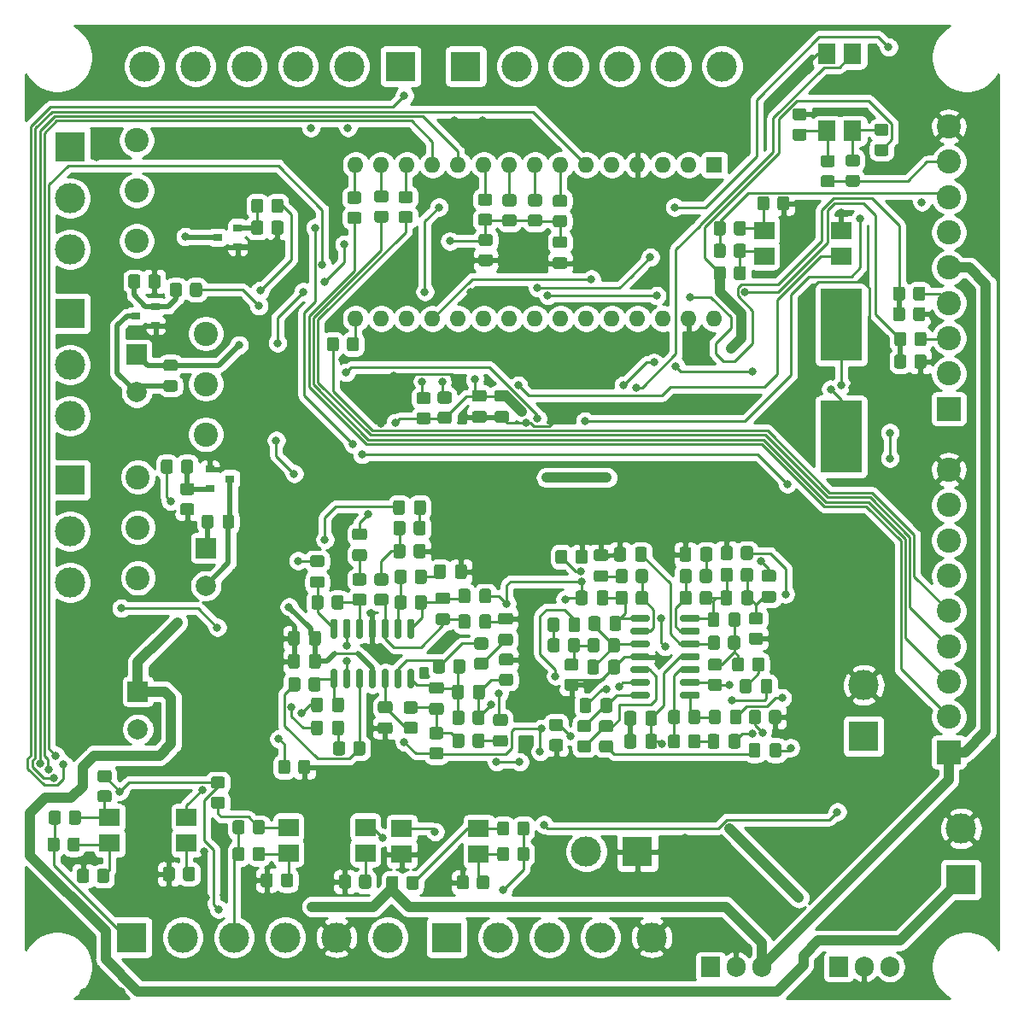
<source format=gbr>
%TF.GenerationSoftware,KiCad,Pcbnew,5.1.9-73d0e3b20d~88~ubuntu20.04.1*%
%TF.CreationDate,2021-04-05T22:07:47+03:00*%
%TF.ProjectId,hymRC,68796d52-432e-46b6-9963-61645f706362,rev?*%
%TF.SameCoordinates,Original*%
%TF.FileFunction,Copper,L2,Bot*%
%TF.FilePolarity,Positive*%
%FSLAX46Y46*%
G04 Gerber Fmt 4.6, Leading zero omitted, Abs format (unit mm)*
G04 Created by KiCad (PCBNEW 5.1.9-73d0e3b20d~88~ubuntu20.04.1) date 2021-04-05 22:07:47*
%MOMM*%
%LPD*%
G01*
G04 APERTURE LIST*
%TA.AperFunction,ComponentPad*%
%ADD10C,3.000000*%
%TD*%
%TA.AperFunction,ComponentPad*%
%ADD11R,3.000000X3.000000*%
%TD*%
%TA.AperFunction,SMDPad,CuDef*%
%ADD12R,4.100000X7.175000*%
%TD*%
%TA.AperFunction,SMDPad,CuDef*%
%ADD13R,2.000000X1.780000*%
%TD*%
%TA.AperFunction,ComponentPad*%
%ADD14O,1.905000X2.000000*%
%TD*%
%TA.AperFunction,ComponentPad*%
%ADD15R,1.905000X2.000000*%
%TD*%
%TA.AperFunction,SMDPad,CuDef*%
%ADD16R,1.780000X2.000000*%
%TD*%
%TA.AperFunction,SMDPad,CuDef*%
%ADD17R,0.900000X0.800000*%
%TD*%
%TA.AperFunction,ComponentPad*%
%ADD18C,2.000000*%
%TD*%
%TA.AperFunction,ComponentPad*%
%ADD19R,2.000000X2.000000*%
%TD*%
%TA.AperFunction,ComponentPad*%
%ADD20C,2.400000*%
%TD*%
%TA.AperFunction,ComponentPad*%
%ADD21R,2.400000X2.400000*%
%TD*%
%TA.AperFunction,ComponentPad*%
%ADD22O,1.600000X1.600000*%
%TD*%
%TA.AperFunction,ComponentPad*%
%ADD23R,1.600000X1.600000*%
%TD*%
%TA.AperFunction,ViaPad*%
%ADD24C,0.800000*%
%TD*%
%TA.AperFunction,Conductor*%
%ADD25C,0.250000*%
%TD*%
%TA.AperFunction,Conductor*%
%ADD26C,0.500000*%
%TD*%
%TA.AperFunction,Conductor*%
%ADD27C,1.000000*%
%TD*%
%TA.AperFunction,Conductor*%
%ADD28C,0.254000*%
%TD*%
%TA.AperFunction,Conductor*%
%ADD29C,0.100000*%
%TD*%
G04 APERTURE END LIST*
D10*
%TO.P,J12,2*%
%TO.N,GND*%
X116268500Y-112014000D03*
D11*
%TO.P,J12,1*%
%TO.N,Aku_12V*%
X116268500Y-117094000D03*
%TD*%
%TO.P,U6,14*%
%TO.N,Net-(C27-Pad2)*%
%TA.AperFunction,SMDPad,CuDef*%
G36*
G01*
X85431500Y-91036000D02*
X85431500Y-91336000D01*
G75*
G02*
X85281500Y-91486000I-150000J0D01*
G01*
X83631500Y-91486000D01*
G75*
G02*
X83481500Y-91336000I0J150000D01*
G01*
X83481500Y-91036000D01*
G75*
G02*
X83631500Y-90886000I150000J0D01*
G01*
X85281500Y-90886000D01*
G75*
G02*
X85431500Y-91036000I0J-150000D01*
G01*
G37*
%TD.AperFunction*%
%TO.P,U6,13*%
%TO.N,Net-(R54-Pad1)*%
%TA.AperFunction,SMDPad,CuDef*%
G36*
G01*
X85431500Y-92306000D02*
X85431500Y-92606000D01*
G75*
G02*
X85281500Y-92756000I-150000J0D01*
G01*
X83631500Y-92756000D01*
G75*
G02*
X83481500Y-92606000I0J150000D01*
G01*
X83481500Y-92306000D01*
G75*
G02*
X83631500Y-92156000I150000J0D01*
G01*
X85281500Y-92156000D01*
G75*
G02*
X85431500Y-92306000I0J-150000D01*
G01*
G37*
%TD.AperFunction*%
%TO.P,U6,12*%
%TO.N,Net-(C25-Pad2)*%
%TA.AperFunction,SMDPad,CuDef*%
G36*
G01*
X85431500Y-93576000D02*
X85431500Y-93876000D01*
G75*
G02*
X85281500Y-94026000I-150000J0D01*
G01*
X83631500Y-94026000D01*
G75*
G02*
X83481500Y-93876000I0J150000D01*
G01*
X83481500Y-93576000D01*
G75*
G02*
X83631500Y-93426000I150000J0D01*
G01*
X85281500Y-93426000D01*
G75*
G02*
X85431500Y-93576000I0J-150000D01*
G01*
G37*
%TD.AperFunction*%
%TO.P,U6,11*%
%TO.N,GND*%
%TA.AperFunction,SMDPad,CuDef*%
G36*
G01*
X85431500Y-94846000D02*
X85431500Y-95146000D01*
G75*
G02*
X85281500Y-95296000I-150000J0D01*
G01*
X83631500Y-95296000D01*
G75*
G02*
X83481500Y-95146000I0J150000D01*
G01*
X83481500Y-94846000D01*
G75*
G02*
X83631500Y-94696000I150000J0D01*
G01*
X85281500Y-94696000D01*
G75*
G02*
X85431500Y-94846000I0J-150000D01*
G01*
G37*
%TD.AperFunction*%
%TO.P,U6,10*%
%TO.N,Net-(R63-Pad2)*%
%TA.AperFunction,SMDPad,CuDef*%
G36*
G01*
X85431500Y-96116000D02*
X85431500Y-96416000D01*
G75*
G02*
X85281500Y-96566000I-150000J0D01*
G01*
X83631500Y-96566000D01*
G75*
G02*
X83481500Y-96416000I0J150000D01*
G01*
X83481500Y-96116000D01*
G75*
G02*
X83631500Y-95966000I150000J0D01*
G01*
X85281500Y-95966000D01*
G75*
G02*
X85431500Y-96116000I0J-150000D01*
G01*
G37*
%TD.AperFunction*%
%TO.P,U6,9*%
%TO.N,/VCC_2*%
%TA.AperFunction,SMDPad,CuDef*%
G36*
G01*
X85431500Y-97386000D02*
X85431500Y-97686000D01*
G75*
G02*
X85281500Y-97836000I-150000J0D01*
G01*
X83631500Y-97836000D01*
G75*
G02*
X83481500Y-97686000I0J150000D01*
G01*
X83481500Y-97386000D01*
G75*
G02*
X83631500Y-97236000I150000J0D01*
G01*
X85281500Y-97236000D01*
G75*
G02*
X85431500Y-97386000I0J-150000D01*
G01*
G37*
%TD.AperFunction*%
%TO.P,U6,8*%
%TO.N,Net-(C36-Pad1)*%
%TA.AperFunction,SMDPad,CuDef*%
G36*
G01*
X85431500Y-98656000D02*
X85431500Y-98956000D01*
G75*
G02*
X85281500Y-99106000I-150000J0D01*
G01*
X83631500Y-99106000D01*
G75*
G02*
X83481500Y-98956000I0J150000D01*
G01*
X83481500Y-98656000D01*
G75*
G02*
X83631500Y-98506000I150000J0D01*
G01*
X85281500Y-98506000D01*
G75*
G02*
X85431500Y-98656000I0J-150000D01*
G01*
G37*
%TD.AperFunction*%
%TO.P,U6,7*%
%TO.N,Net-(C37-Pad1)*%
%TA.AperFunction,SMDPad,CuDef*%
G36*
G01*
X90381500Y-98656000D02*
X90381500Y-98956000D01*
G75*
G02*
X90231500Y-99106000I-150000J0D01*
G01*
X88581500Y-99106000D01*
G75*
G02*
X88431500Y-98956000I0J150000D01*
G01*
X88431500Y-98656000D01*
G75*
G02*
X88581500Y-98506000I150000J0D01*
G01*
X90231500Y-98506000D01*
G75*
G02*
X90381500Y-98656000I0J-150000D01*
G01*
G37*
%TD.AperFunction*%
%TO.P,U6,6*%
%TO.N,/VCC_2*%
%TA.AperFunction,SMDPad,CuDef*%
G36*
G01*
X90381500Y-97386000D02*
X90381500Y-97686000D01*
G75*
G02*
X90231500Y-97836000I-150000J0D01*
G01*
X88581500Y-97836000D01*
G75*
G02*
X88431500Y-97686000I0J150000D01*
G01*
X88431500Y-97386000D01*
G75*
G02*
X88581500Y-97236000I150000J0D01*
G01*
X90231500Y-97236000D01*
G75*
G02*
X90381500Y-97386000I0J-150000D01*
G01*
G37*
%TD.AperFunction*%
%TO.P,U6,5*%
%TO.N,Net-(R62-Pad2)*%
%TA.AperFunction,SMDPad,CuDef*%
G36*
G01*
X90381500Y-96116000D02*
X90381500Y-96416000D01*
G75*
G02*
X90231500Y-96566000I-150000J0D01*
G01*
X88581500Y-96566000D01*
G75*
G02*
X88431500Y-96416000I0J150000D01*
G01*
X88431500Y-96116000D01*
G75*
G02*
X88581500Y-95966000I150000J0D01*
G01*
X90231500Y-95966000D01*
G75*
G02*
X90381500Y-96116000I0J-150000D01*
G01*
G37*
%TD.AperFunction*%
%TO.P,U6,4*%
%TO.N,Aku_12V*%
%TA.AperFunction,SMDPad,CuDef*%
G36*
G01*
X90381500Y-94846000D02*
X90381500Y-95146000D01*
G75*
G02*
X90231500Y-95296000I-150000J0D01*
G01*
X88581500Y-95296000D01*
G75*
G02*
X88431500Y-95146000I0J150000D01*
G01*
X88431500Y-94846000D01*
G75*
G02*
X88581500Y-94696000I150000J0D01*
G01*
X90231500Y-94696000D01*
G75*
G02*
X90381500Y-94846000I0J-150000D01*
G01*
G37*
%TD.AperFunction*%
%TO.P,U6,3*%
%TO.N,Net-(C26-Pad2)*%
%TA.AperFunction,SMDPad,CuDef*%
G36*
G01*
X90381500Y-93576000D02*
X90381500Y-93876000D01*
G75*
G02*
X90231500Y-94026000I-150000J0D01*
G01*
X88581500Y-94026000D01*
G75*
G02*
X88431500Y-93876000I0J150000D01*
G01*
X88431500Y-93576000D01*
G75*
G02*
X88581500Y-93426000I150000J0D01*
G01*
X90231500Y-93426000D01*
G75*
G02*
X90381500Y-93576000I0J-150000D01*
G01*
G37*
%TD.AperFunction*%
%TO.P,U6,2*%
%TO.N,Net-(R56-Pad2)*%
%TA.AperFunction,SMDPad,CuDef*%
G36*
G01*
X90381500Y-92306000D02*
X90381500Y-92606000D01*
G75*
G02*
X90231500Y-92756000I-150000J0D01*
G01*
X88581500Y-92756000D01*
G75*
G02*
X88431500Y-92606000I0J150000D01*
G01*
X88431500Y-92306000D01*
G75*
G02*
X88581500Y-92156000I150000J0D01*
G01*
X90231500Y-92156000D01*
G75*
G02*
X90381500Y-92306000I0J-150000D01*
G01*
G37*
%TD.AperFunction*%
%TO.P,U6,1*%
%TO.N,Net-(C28-Pad2)*%
%TA.AperFunction,SMDPad,CuDef*%
G36*
G01*
X90381500Y-91036000D02*
X90381500Y-91336000D01*
G75*
G02*
X90231500Y-91486000I-150000J0D01*
G01*
X88581500Y-91486000D01*
G75*
G02*
X88431500Y-91336000I0J150000D01*
G01*
X88431500Y-91036000D01*
G75*
G02*
X88581500Y-90886000I150000J0D01*
G01*
X90231500Y-90886000D01*
G75*
G02*
X90381500Y-91036000I0J-150000D01*
G01*
G37*
%TD.AperFunction*%
%TD*%
D12*
%TO.P,Y1,2*%
%TO.N,Net-(U1-Pad8)*%
X104394000Y-73165000D03*
%TO.P,Y1,1*%
%TO.N,Net-(U1-Pad9)*%
X104394000Y-62090000D03*
%TD*%
D13*
%TO.P,U14,4*%
%TO.N,Net-(R104-Pad1)*%
X31877000Y-110934500D03*
%TO.P,U14,2*%
%TO.N,Net-(R103-Pad2)*%
X39497000Y-113474500D03*
%TO.P,U14,3*%
%TO.N,Net-(R105-Pad2)*%
X31877000Y-113474500D03*
%TO.P,U14,1*%
%TO.N,/TX_PWR_CTRL*%
X39497000Y-110934500D03*
%TD*%
%TO.P,U13,4*%
%TO.N,Net-(R95-Pad1)*%
X49593500Y-111887000D03*
%TO.P,U13,2*%
%TO.N,Net-(R94-Pad2)*%
X57213500Y-114427000D03*
%TO.P,U13,3*%
%TO.N,Net-(R96-Pad2)*%
X49593500Y-114427000D03*
%TO.P,U13,1*%
%TO.N,/LINK_PTT_CTRL*%
X57213500Y-111887000D03*
%TD*%
%TO.P,U11,4*%
%TO.N,/CONTROL_INPUT_1*%
X104394000Y-55245000D03*
%TO.P,U11,2*%
%TO.N,Net-(R86-Pad1)*%
X96774000Y-52705000D03*
%TO.P,U11,3*%
%TO.N,GND*%
X104394000Y-52705000D03*
%TO.P,U11,1*%
%TO.N,Net-(R85-Pad1)*%
X96774000Y-55245000D03*
%TD*%
D14*
%TO.P,U9,3*%
%TO.N,/5V*%
X96520000Y-125730000D03*
%TO.P,U9,2*%
%TO.N,GND*%
X93980000Y-125730000D03*
D15*
%TO.P,U9,1*%
%TO.N,/VIN*%
X91440000Y-125730000D03*
%TD*%
D14*
%TO.P,U8,3*%
%TO.N,/VIN*%
X109220000Y-125730000D03*
%TO.P,U8,2*%
%TO.N,GND*%
X106680000Y-125730000D03*
D15*
%TO.P,U8,1*%
%TO.N,Aku_12V*%
X104140000Y-125730000D03*
%TD*%
%TO.P,U7,14*%
%TO.N,Net-(C17-Pad2)*%
%TA.AperFunction,SMDPad,CuDef*%
G36*
G01*
X61872000Y-93178500D02*
X61572000Y-93178500D01*
G75*
G02*
X61422000Y-93028500I0J150000D01*
G01*
X61422000Y-91378500D01*
G75*
G02*
X61572000Y-91228500I150000J0D01*
G01*
X61872000Y-91228500D01*
G75*
G02*
X62022000Y-91378500I0J-150000D01*
G01*
X62022000Y-93028500D01*
G75*
G02*
X61872000Y-93178500I-150000J0D01*
G01*
G37*
%TD.AperFunction*%
%TO.P,U7,13*%
%TO.N,Net-(R38-Pad1)*%
%TA.AperFunction,SMDPad,CuDef*%
G36*
G01*
X60602000Y-93178500D02*
X60302000Y-93178500D01*
G75*
G02*
X60152000Y-93028500I0J150000D01*
G01*
X60152000Y-91378500D01*
G75*
G02*
X60302000Y-91228500I150000J0D01*
G01*
X60602000Y-91228500D01*
G75*
G02*
X60752000Y-91378500I0J-150000D01*
G01*
X60752000Y-93028500D01*
G75*
G02*
X60602000Y-93178500I-150000J0D01*
G01*
G37*
%TD.AperFunction*%
%TO.P,U7,12*%
%TO.N,Net-(C16-Pad2)*%
%TA.AperFunction,SMDPad,CuDef*%
G36*
G01*
X59332000Y-93178500D02*
X59032000Y-93178500D01*
G75*
G02*
X58882000Y-93028500I0J150000D01*
G01*
X58882000Y-91378500D01*
G75*
G02*
X59032000Y-91228500I150000J0D01*
G01*
X59332000Y-91228500D01*
G75*
G02*
X59482000Y-91378500I0J-150000D01*
G01*
X59482000Y-93028500D01*
G75*
G02*
X59332000Y-93178500I-150000J0D01*
G01*
G37*
%TD.AperFunction*%
%TO.P,U7,11*%
%TO.N,GND*%
%TA.AperFunction,SMDPad,CuDef*%
G36*
G01*
X58062000Y-93178500D02*
X57762000Y-93178500D01*
G75*
G02*
X57612000Y-93028500I0J150000D01*
G01*
X57612000Y-91378500D01*
G75*
G02*
X57762000Y-91228500I150000J0D01*
G01*
X58062000Y-91228500D01*
G75*
G02*
X58212000Y-91378500I0J-150000D01*
G01*
X58212000Y-93028500D01*
G75*
G02*
X58062000Y-93178500I-150000J0D01*
G01*
G37*
%TD.AperFunction*%
%TO.P,U7,10*%
%TO.N,Net-(R42-Pad2)*%
%TA.AperFunction,SMDPad,CuDef*%
G36*
G01*
X56792000Y-93178500D02*
X56492000Y-93178500D01*
G75*
G02*
X56342000Y-93028500I0J150000D01*
G01*
X56342000Y-91378500D01*
G75*
G02*
X56492000Y-91228500I150000J0D01*
G01*
X56792000Y-91228500D01*
G75*
G02*
X56942000Y-91378500I0J-150000D01*
G01*
X56942000Y-93028500D01*
G75*
G02*
X56792000Y-93178500I-150000J0D01*
G01*
G37*
%TD.AperFunction*%
%TO.P,U7,9*%
%TO.N,/VCC_2*%
%TA.AperFunction,SMDPad,CuDef*%
G36*
G01*
X55522000Y-93178500D02*
X55222000Y-93178500D01*
G75*
G02*
X55072000Y-93028500I0J150000D01*
G01*
X55072000Y-91378500D01*
G75*
G02*
X55222000Y-91228500I150000J0D01*
G01*
X55522000Y-91228500D01*
G75*
G02*
X55672000Y-91378500I0J-150000D01*
G01*
X55672000Y-93028500D01*
G75*
G02*
X55522000Y-93178500I-150000J0D01*
G01*
G37*
%TD.AperFunction*%
%TO.P,U7,8*%
%TO.N,Net-(C21-Pad1)*%
%TA.AperFunction,SMDPad,CuDef*%
G36*
G01*
X54252000Y-93178500D02*
X53952000Y-93178500D01*
G75*
G02*
X53802000Y-93028500I0J150000D01*
G01*
X53802000Y-91378500D01*
G75*
G02*
X53952000Y-91228500I150000J0D01*
G01*
X54252000Y-91228500D01*
G75*
G02*
X54402000Y-91378500I0J-150000D01*
G01*
X54402000Y-93028500D01*
G75*
G02*
X54252000Y-93178500I-150000J0D01*
G01*
G37*
%TD.AperFunction*%
%TO.P,U7,7*%
%TO.N,Net-(C22-Pad1)*%
%TA.AperFunction,SMDPad,CuDef*%
G36*
G01*
X54252000Y-98128500D02*
X53952000Y-98128500D01*
G75*
G02*
X53802000Y-97978500I0J150000D01*
G01*
X53802000Y-96328500D01*
G75*
G02*
X53952000Y-96178500I150000J0D01*
G01*
X54252000Y-96178500D01*
G75*
G02*
X54402000Y-96328500I0J-150000D01*
G01*
X54402000Y-97978500D01*
G75*
G02*
X54252000Y-98128500I-150000J0D01*
G01*
G37*
%TD.AperFunction*%
%TO.P,U7,6*%
%TO.N,/VCC_2*%
%TA.AperFunction,SMDPad,CuDef*%
G36*
G01*
X55522000Y-98128500D02*
X55222000Y-98128500D01*
G75*
G02*
X55072000Y-97978500I0J150000D01*
G01*
X55072000Y-96328500D01*
G75*
G02*
X55222000Y-96178500I150000J0D01*
G01*
X55522000Y-96178500D01*
G75*
G02*
X55672000Y-96328500I0J-150000D01*
G01*
X55672000Y-97978500D01*
G75*
G02*
X55522000Y-98128500I-150000J0D01*
G01*
G37*
%TD.AperFunction*%
%TO.P,U7,5*%
%TO.N,Net-(R33-Pad2)*%
%TA.AperFunction,SMDPad,CuDef*%
G36*
G01*
X56792000Y-98128500D02*
X56492000Y-98128500D01*
G75*
G02*
X56342000Y-97978500I0J150000D01*
G01*
X56342000Y-96328500D01*
G75*
G02*
X56492000Y-96178500I150000J0D01*
G01*
X56792000Y-96178500D01*
G75*
G02*
X56942000Y-96328500I0J-150000D01*
G01*
X56942000Y-97978500D01*
G75*
G02*
X56792000Y-98128500I-150000J0D01*
G01*
G37*
%TD.AperFunction*%
%TO.P,U7,4*%
%TO.N,Aku_12V*%
%TA.AperFunction,SMDPad,CuDef*%
G36*
G01*
X58062000Y-98128500D02*
X57762000Y-98128500D01*
G75*
G02*
X57612000Y-97978500I0J150000D01*
G01*
X57612000Y-96328500D01*
G75*
G02*
X57762000Y-96178500I150000J0D01*
G01*
X58062000Y-96178500D01*
G75*
G02*
X58212000Y-96328500I0J-150000D01*
G01*
X58212000Y-97978500D01*
G75*
G02*
X58062000Y-98128500I-150000J0D01*
G01*
G37*
%TD.AperFunction*%
%TO.P,U7,3*%
%TO.N,Net-(C9-Pad2)*%
%TA.AperFunction,SMDPad,CuDef*%
G36*
G01*
X59332000Y-98128500D02*
X59032000Y-98128500D01*
G75*
G02*
X58882000Y-97978500I0J150000D01*
G01*
X58882000Y-96328500D01*
G75*
G02*
X59032000Y-96178500I150000J0D01*
G01*
X59332000Y-96178500D01*
G75*
G02*
X59482000Y-96328500I0J-150000D01*
G01*
X59482000Y-97978500D01*
G75*
G02*
X59332000Y-98128500I-150000J0D01*
G01*
G37*
%TD.AperFunction*%
%TO.P,U7,2*%
%TO.N,Net-(R28-Pad2)*%
%TA.AperFunction,SMDPad,CuDef*%
G36*
G01*
X60602000Y-98128500D02*
X60302000Y-98128500D01*
G75*
G02*
X60152000Y-97978500I0J150000D01*
G01*
X60152000Y-96328500D01*
G75*
G02*
X60302000Y-96178500I150000J0D01*
G01*
X60602000Y-96178500D01*
G75*
G02*
X60752000Y-96328500I0J-150000D01*
G01*
X60752000Y-97978500D01*
G75*
G02*
X60602000Y-98128500I-150000J0D01*
G01*
G37*
%TD.AperFunction*%
%TO.P,U7,1*%
%TO.N,Net-(C10-Pad2)*%
%TA.AperFunction,SMDPad,CuDef*%
G36*
G01*
X61872000Y-98128500D02*
X61572000Y-98128500D01*
G75*
G02*
X61422000Y-97978500I0J150000D01*
G01*
X61422000Y-96328500D01*
G75*
G02*
X61572000Y-96178500I150000J0D01*
G01*
X61872000Y-96178500D01*
G75*
G02*
X62022000Y-96328500I0J-150000D01*
G01*
X62022000Y-97978500D01*
G75*
G02*
X61872000Y-98128500I-150000J0D01*
G01*
G37*
%TD.AperFunction*%
%TD*%
D13*
%TO.P,U5,4*%
%TO.N,/LINK_SQUELCH*%
X60833000Y-112014000D03*
%TO.P,U5,2*%
%TO.N,Net-(R72-Pad1)*%
X68453000Y-114554000D03*
%TO.P,U5,3*%
%TO.N,GND*%
X60833000Y-114554000D03*
%TO.P,U5,1*%
%TO.N,Net-(R71-Pad1)*%
X68453000Y-112014000D03*
%TD*%
D16*
%TO.P,U4,4*%
%TO.N,/CONTROL_INPUT_0*%
X105537000Y-35242500D03*
%TO.P,U4,2*%
%TO.N,Net-(R76-Pad1)*%
X102997000Y-42862500D03*
%TO.P,U4,3*%
%TO.N,GND*%
X102997000Y-35242500D03*
%TO.P,U4,1*%
%TO.N,Net-(R75-Pad1)*%
X105537000Y-42862500D03*
%TD*%
%TO.P,R107,2*%
%TO.N,/TX_POWER*%
%TA.AperFunction,SMDPad,CuDef*%
G36*
G01*
X26905000Y-113151499D02*
X26905000Y-114051501D01*
G75*
G02*
X26655001Y-114301500I-249999J0D01*
G01*
X25954999Y-114301500D01*
G75*
G02*
X25705000Y-114051501I0J249999D01*
G01*
X25705000Y-113151499D01*
G75*
G02*
X25954999Y-112901500I249999J0D01*
G01*
X26655001Y-112901500D01*
G75*
G02*
X26905000Y-113151499I0J-249999D01*
G01*
G37*
%TD.AperFunction*%
%TO.P,R107,1*%
%TO.N,Net-(R105-Pad2)*%
%TA.AperFunction,SMDPad,CuDef*%
G36*
G01*
X28905000Y-113151499D02*
X28905000Y-114051501D01*
G75*
G02*
X28655001Y-114301500I-249999J0D01*
G01*
X27954999Y-114301500D01*
G75*
G02*
X27705000Y-114051501I0J249999D01*
G01*
X27705000Y-113151499D01*
G75*
G02*
X27954999Y-112901500I249999J0D01*
G01*
X28655001Y-112901500D01*
G75*
G02*
X28905000Y-113151499I0J-249999D01*
G01*
G37*
%TD.AperFunction*%
%TD*%
%TO.P,R106,2*%
%TO.N,/TX_POWER*%
%TA.AperFunction,SMDPad,CuDef*%
G36*
G01*
X27032000Y-110484499D02*
X27032000Y-111384501D01*
G75*
G02*
X26782001Y-111634500I-249999J0D01*
G01*
X26081999Y-111634500D01*
G75*
G02*
X25832000Y-111384501I0J249999D01*
G01*
X25832000Y-110484499D01*
G75*
G02*
X26081999Y-110234500I249999J0D01*
G01*
X26782001Y-110234500D01*
G75*
G02*
X27032000Y-110484499I0J-249999D01*
G01*
G37*
%TD.AperFunction*%
%TO.P,R106,1*%
%TO.N,Net-(R104-Pad1)*%
%TA.AperFunction,SMDPad,CuDef*%
G36*
G01*
X29032000Y-110484499D02*
X29032000Y-111384501D01*
G75*
G02*
X28782001Y-111634500I-249999J0D01*
G01*
X28081999Y-111634500D01*
G75*
G02*
X27832000Y-111384501I0J249999D01*
G01*
X27832000Y-110484499D01*
G75*
G02*
X28081999Y-110234500I249999J0D01*
G01*
X28782001Y-110234500D01*
G75*
G02*
X29032000Y-110484499I0J-249999D01*
G01*
G37*
%TD.AperFunction*%
%TD*%
%TO.P,R105,2*%
%TO.N,Net-(R105-Pad2)*%
%TA.AperFunction,SMDPad,CuDef*%
G36*
G01*
X30626000Y-117163001D02*
X30626000Y-116262999D01*
G75*
G02*
X30875999Y-116013000I249999J0D01*
G01*
X31576001Y-116013000D01*
G75*
G02*
X31826000Y-116262999I0J-249999D01*
G01*
X31826000Y-117163001D01*
G75*
G02*
X31576001Y-117413000I-249999J0D01*
G01*
X30875999Y-117413000D01*
G75*
G02*
X30626000Y-117163001I0J249999D01*
G01*
G37*
%TD.AperFunction*%
%TO.P,R105,1*%
%TO.N,GND*%
%TA.AperFunction,SMDPad,CuDef*%
G36*
G01*
X28626000Y-117163001D02*
X28626000Y-116262999D01*
G75*
G02*
X28875999Y-116013000I249999J0D01*
G01*
X29576001Y-116013000D01*
G75*
G02*
X29826000Y-116262999I0J-249999D01*
G01*
X29826000Y-117163001D01*
G75*
G02*
X29576001Y-117413000I-249999J0D01*
G01*
X28875999Y-117413000D01*
G75*
G02*
X28626000Y-117163001I0J249999D01*
G01*
G37*
%TD.AperFunction*%
%TD*%
%TO.P,R104,2*%
%TO.N,/5V*%
%TA.AperFunction,SMDPad,CuDef*%
G36*
G01*
X31819001Y-107423000D02*
X30918999Y-107423000D01*
G75*
G02*
X30669000Y-107173001I0J249999D01*
G01*
X30669000Y-106472999D01*
G75*
G02*
X30918999Y-106223000I249999J0D01*
G01*
X31819001Y-106223000D01*
G75*
G02*
X32069000Y-106472999I0J-249999D01*
G01*
X32069000Y-107173001D01*
G75*
G02*
X31819001Y-107423000I-249999J0D01*
G01*
G37*
%TD.AperFunction*%
%TO.P,R104,1*%
%TO.N,Net-(R104-Pad1)*%
%TA.AperFunction,SMDPad,CuDef*%
G36*
G01*
X31819001Y-109423000D02*
X30918999Y-109423000D01*
G75*
G02*
X30669000Y-109173001I0J249999D01*
G01*
X30669000Y-108472999D01*
G75*
G02*
X30918999Y-108223000I249999J0D01*
G01*
X31819001Y-108223000D01*
G75*
G02*
X32069000Y-108472999I0J-249999D01*
G01*
X32069000Y-109173001D01*
G75*
G02*
X31819001Y-109423000I-249999J0D01*
G01*
G37*
%TD.AperFunction*%
%TD*%
%TO.P,R103,2*%
%TO.N,Net-(R103-Pad2)*%
%TA.AperFunction,SMDPad,CuDef*%
G36*
G01*
X39135000Y-116972501D02*
X39135000Y-116072499D01*
G75*
G02*
X39384999Y-115822500I249999J0D01*
G01*
X40085001Y-115822500D01*
G75*
G02*
X40335000Y-116072499I0J-249999D01*
G01*
X40335000Y-116972501D01*
G75*
G02*
X40085001Y-117222500I-249999J0D01*
G01*
X39384999Y-117222500D01*
G75*
G02*
X39135000Y-116972501I0J249999D01*
G01*
G37*
%TD.AperFunction*%
%TO.P,R103,1*%
%TO.N,GND*%
%TA.AperFunction,SMDPad,CuDef*%
G36*
G01*
X37135000Y-116972501D02*
X37135000Y-116072499D01*
G75*
G02*
X37384999Y-115822500I249999J0D01*
G01*
X38085001Y-115822500D01*
G75*
G02*
X38335000Y-116072499I0J-249999D01*
G01*
X38335000Y-116972501D01*
G75*
G02*
X38085001Y-117222500I-249999J0D01*
G01*
X37384999Y-117222500D01*
G75*
G02*
X37135000Y-116972501I0J249999D01*
G01*
G37*
%TD.AperFunction*%
%TD*%
%TO.P,R102,2*%
%TO.N,Net-(A1-Pad16)*%
%TA.AperFunction,SMDPad,CuDef*%
G36*
G01*
X55391000Y-64458001D02*
X55391000Y-63557999D01*
G75*
G02*
X55640999Y-63308000I249999J0D01*
G01*
X56341001Y-63308000D01*
G75*
G02*
X56591000Y-63557999I0J-249999D01*
G01*
X56591000Y-64458001D01*
G75*
G02*
X56341001Y-64708000I-249999J0D01*
G01*
X55640999Y-64708000D01*
G75*
G02*
X55391000Y-64458001I0J249999D01*
G01*
G37*
%TD.AperFunction*%
%TO.P,R102,1*%
%TO.N,SPI_SCK*%
%TA.AperFunction,SMDPad,CuDef*%
G36*
G01*
X53391000Y-64458001D02*
X53391000Y-63557999D01*
G75*
G02*
X53640999Y-63308000I249999J0D01*
G01*
X54341001Y-63308000D01*
G75*
G02*
X54591000Y-63557999I0J-249999D01*
G01*
X54591000Y-64458001D01*
G75*
G02*
X54341001Y-64708000I-249999J0D01*
G01*
X53640999Y-64708000D01*
G75*
G02*
X53391000Y-64458001I0J249999D01*
G01*
G37*
%TD.AperFunction*%
%TD*%
%TO.P,R101,2*%
%TO.N,Net-(A1-Pad15)*%
%TA.AperFunction,SMDPad,CuDef*%
G36*
G01*
X56584001Y-50082500D02*
X55683999Y-50082500D01*
G75*
G02*
X55434000Y-49832501I0J249999D01*
G01*
X55434000Y-49132499D01*
G75*
G02*
X55683999Y-48882500I249999J0D01*
G01*
X56584001Y-48882500D01*
G75*
G02*
X56834000Y-49132499I0J-249999D01*
G01*
X56834000Y-49832501D01*
G75*
G02*
X56584001Y-50082500I-249999J0D01*
G01*
G37*
%TD.AperFunction*%
%TO.P,R101,1*%
%TO.N,SPI_MISO*%
%TA.AperFunction,SMDPad,CuDef*%
G36*
G01*
X56584001Y-52082500D02*
X55683999Y-52082500D01*
G75*
G02*
X55434000Y-51832501I0J249999D01*
G01*
X55434000Y-51132499D01*
G75*
G02*
X55683999Y-50882500I249999J0D01*
G01*
X56584001Y-50882500D01*
G75*
G02*
X56834000Y-51132499I0J-249999D01*
G01*
X56834000Y-51832501D01*
G75*
G02*
X56584001Y-52082500I-249999J0D01*
G01*
G37*
%TD.AperFunction*%
%TD*%
%TO.P,R100,2*%
%TO.N,Net-(A1-Pad14)*%
%TA.AperFunction,SMDPad,CuDef*%
G36*
G01*
X59251001Y-49955500D02*
X58350999Y-49955500D01*
G75*
G02*
X58101000Y-49705501I0J249999D01*
G01*
X58101000Y-49005499D01*
G75*
G02*
X58350999Y-48755500I249999J0D01*
G01*
X59251001Y-48755500D01*
G75*
G02*
X59501000Y-49005499I0J-249999D01*
G01*
X59501000Y-49705501D01*
G75*
G02*
X59251001Y-49955500I-249999J0D01*
G01*
G37*
%TD.AperFunction*%
%TO.P,R100,1*%
%TO.N,SPI_MOSI*%
%TA.AperFunction,SMDPad,CuDef*%
G36*
G01*
X59251001Y-51955500D02*
X58350999Y-51955500D01*
G75*
G02*
X58101000Y-51705501I0J249999D01*
G01*
X58101000Y-51005499D01*
G75*
G02*
X58350999Y-50755500I249999J0D01*
G01*
X59251001Y-50755500D01*
G75*
G02*
X59501000Y-51005499I0J-249999D01*
G01*
X59501000Y-51705501D01*
G75*
G02*
X59251001Y-51955500I-249999J0D01*
G01*
G37*
%TD.AperFunction*%
%TD*%
%TO.P,R99,2*%
%TO.N,Net-(A1-Pad13)*%
%TA.AperFunction,SMDPad,CuDef*%
G36*
G01*
X61664001Y-50019000D02*
X60763999Y-50019000D01*
G75*
G02*
X60514000Y-49769001I0J249999D01*
G01*
X60514000Y-49068999D01*
G75*
G02*
X60763999Y-48819000I249999J0D01*
G01*
X61664001Y-48819000D01*
G75*
G02*
X61914000Y-49068999I0J-249999D01*
G01*
X61914000Y-49769001D01*
G75*
G02*
X61664001Y-50019000I-249999J0D01*
G01*
G37*
%TD.AperFunction*%
%TO.P,R99,1*%
%TO.N,SPI_SS*%
%TA.AperFunction,SMDPad,CuDef*%
G36*
G01*
X61664001Y-52019000D02*
X60763999Y-52019000D01*
G75*
G02*
X60514000Y-51769001I0J249999D01*
G01*
X60514000Y-51068999D01*
G75*
G02*
X60763999Y-50819000I249999J0D01*
G01*
X61664001Y-50819000D01*
G75*
G02*
X61914000Y-51068999I0J-249999D01*
G01*
X61914000Y-51769001D01*
G75*
G02*
X61664001Y-52019000I-249999J0D01*
G01*
G37*
%TD.AperFunction*%
%TD*%
%TO.P,R98,2*%
%TO.N,/LINK_PTT_OUT*%
%TA.AperFunction,SMDPad,CuDef*%
G36*
G01*
X45256500Y-114103999D02*
X45256500Y-115004001D01*
G75*
G02*
X45006501Y-115254000I-249999J0D01*
G01*
X44306499Y-115254000D01*
G75*
G02*
X44056500Y-115004001I0J249999D01*
G01*
X44056500Y-114103999D01*
G75*
G02*
X44306499Y-113854000I249999J0D01*
G01*
X45006501Y-113854000D01*
G75*
G02*
X45256500Y-114103999I0J-249999D01*
G01*
G37*
%TD.AperFunction*%
%TO.P,R98,1*%
%TO.N,Net-(R96-Pad2)*%
%TA.AperFunction,SMDPad,CuDef*%
G36*
G01*
X47256500Y-114103999D02*
X47256500Y-115004001D01*
G75*
G02*
X47006501Y-115254000I-249999J0D01*
G01*
X46306499Y-115254000D01*
G75*
G02*
X46056500Y-115004001I0J249999D01*
G01*
X46056500Y-114103999D01*
G75*
G02*
X46306499Y-113854000I249999J0D01*
G01*
X47006501Y-113854000D01*
G75*
G02*
X47256500Y-114103999I0J-249999D01*
G01*
G37*
%TD.AperFunction*%
%TD*%
%TO.P,R97,2*%
%TO.N,/LINK_PTT_OUT*%
%TA.AperFunction,SMDPad,CuDef*%
G36*
G01*
X45256500Y-111436999D02*
X45256500Y-112337001D01*
G75*
G02*
X45006501Y-112587000I-249999J0D01*
G01*
X44306499Y-112587000D01*
G75*
G02*
X44056500Y-112337001I0J249999D01*
G01*
X44056500Y-111436999D01*
G75*
G02*
X44306499Y-111187000I249999J0D01*
G01*
X45006501Y-111187000D01*
G75*
G02*
X45256500Y-111436999I0J-249999D01*
G01*
G37*
%TD.AperFunction*%
%TO.P,R97,1*%
%TO.N,Net-(R95-Pad1)*%
%TA.AperFunction,SMDPad,CuDef*%
G36*
G01*
X47256500Y-111436999D02*
X47256500Y-112337001D01*
G75*
G02*
X47006501Y-112587000I-249999J0D01*
G01*
X46306499Y-112587000D01*
G75*
G02*
X46056500Y-112337001I0J249999D01*
G01*
X46056500Y-111436999D01*
G75*
G02*
X46306499Y-111187000I249999J0D01*
G01*
X47006501Y-111187000D01*
G75*
G02*
X47256500Y-111436999I0J-249999D01*
G01*
G37*
%TD.AperFunction*%
%TD*%
%TO.P,R96,2*%
%TO.N,Net-(R96-Pad2)*%
%TA.AperFunction,SMDPad,CuDef*%
G36*
G01*
X48850500Y-117607501D02*
X48850500Y-116707499D01*
G75*
G02*
X49100499Y-116457500I249999J0D01*
G01*
X49800501Y-116457500D01*
G75*
G02*
X50050500Y-116707499I0J-249999D01*
G01*
X50050500Y-117607501D01*
G75*
G02*
X49800501Y-117857500I-249999J0D01*
G01*
X49100499Y-117857500D01*
G75*
G02*
X48850500Y-117607501I0J249999D01*
G01*
G37*
%TD.AperFunction*%
%TO.P,R96,1*%
%TO.N,GND*%
%TA.AperFunction,SMDPad,CuDef*%
G36*
G01*
X46850500Y-117607501D02*
X46850500Y-116707499D01*
G75*
G02*
X47100499Y-116457500I249999J0D01*
G01*
X47800501Y-116457500D01*
G75*
G02*
X48050500Y-116707499I0J-249999D01*
G01*
X48050500Y-117607501D01*
G75*
G02*
X47800501Y-117857500I-249999J0D01*
G01*
X47100499Y-117857500D01*
G75*
G02*
X46850500Y-117607501I0J249999D01*
G01*
G37*
%TD.AperFunction*%
%TD*%
%TO.P,R95,2*%
%TO.N,/5V*%
%TA.AperFunction,SMDPad,CuDef*%
G36*
G01*
X43058501Y-108058000D02*
X42158499Y-108058000D01*
G75*
G02*
X41908500Y-107808001I0J249999D01*
G01*
X41908500Y-107107999D01*
G75*
G02*
X42158499Y-106858000I249999J0D01*
G01*
X43058501Y-106858000D01*
G75*
G02*
X43308500Y-107107999I0J-249999D01*
G01*
X43308500Y-107808001D01*
G75*
G02*
X43058501Y-108058000I-249999J0D01*
G01*
G37*
%TD.AperFunction*%
%TO.P,R95,1*%
%TO.N,Net-(R95-Pad1)*%
%TA.AperFunction,SMDPad,CuDef*%
G36*
G01*
X43058501Y-110058000D02*
X42158499Y-110058000D01*
G75*
G02*
X41908500Y-109808001I0J249999D01*
G01*
X41908500Y-109107999D01*
G75*
G02*
X42158499Y-108858000I249999J0D01*
G01*
X43058501Y-108858000D01*
G75*
G02*
X43308500Y-109107999I0J-249999D01*
G01*
X43308500Y-109808001D01*
G75*
G02*
X43058501Y-110058000I-249999J0D01*
G01*
G37*
%TD.AperFunction*%
%TD*%
%TO.P,R94,2*%
%TO.N,Net-(R94-Pad2)*%
%TA.AperFunction,SMDPad,CuDef*%
G36*
G01*
X56597500Y-117734501D02*
X56597500Y-116834499D01*
G75*
G02*
X56847499Y-116584500I249999J0D01*
G01*
X57547501Y-116584500D01*
G75*
G02*
X57797500Y-116834499I0J-249999D01*
G01*
X57797500Y-117734501D01*
G75*
G02*
X57547501Y-117984500I-249999J0D01*
G01*
X56847499Y-117984500D01*
G75*
G02*
X56597500Y-117734501I0J249999D01*
G01*
G37*
%TD.AperFunction*%
%TO.P,R94,1*%
%TO.N,GND*%
%TA.AperFunction,SMDPad,CuDef*%
G36*
G01*
X54597500Y-117734501D02*
X54597500Y-116834499D01*
G75*
G02*
X54847499Y-116584500I249999J0D01*
G01*
X55547501Y-116584500D01*
G75*
G02*
X55797500Y-116834499I0J-249999D01*
G01*
X55797500Y-117734501D01*
G75*
G02*
X55547501Y-117984500I-249999J0D01*
G01*
X54847499Y-117984500D01*
G75*
G02*
X54597500Y-117734501I0J249999D01*
G01*
G37*
%TD.AperFunction*%
%TD*%
%TO.P,R88,2*%
%TO.N,Net-(R86-Pad1)*%
%TA.AperFunction,SMDPad,CuDef*%
G36*
G01*
X97263000Y-49587999D02*
X97263000Y-50488001D01*
G75*
G02*
X97013001Y-50738000I-249999J0D01*
G01*
X96312999Y-50738000D01*
G75*
G02*
X96063000Y-50488001I0J249999D01*
G01*
X96063000Y-49587999D01*
G75*
G02*
X96312999Y-49338000I249999J0D01*
G01*
X97013001Y-49338000D01*
G75*
G02*
X97263000Y-49587999I0J-249999D01*
G01*
G37*
%TD.AperFunction*%
%TO.P,R88,1*%
%TO.N,GND*%
%TA.AperFunction,SMDPad,CuDef*%
G36*
G01*
X99263000Y-49587999D02*
X99263000Y-50488001D01*
G75*
G02*
X99013001Y-50738000I-249999J0D01*
G01*
X98312999Y-50738000D01*
G75*
G02*
X98063000Y-50488001I0J249999D01*
G01*
X98063000Y-49587999D01*
G75*
G02*
X98312999Y-49338000I249999J0D01*
G01*
X99013001Y-49338000D01*
G75*
G02*
X99263000Y-49587999I0J-249999D01*
G01*
G37*
%TD.AperFunction*%
%TD*%
%TO.P,R87,2*%
%TO.N,/5V*%
%TA.AperFunction,SMDPad,CuDef*%
G36*
G01*
X92945000Y-56509499D02*
X92945000Y-57409501D01*
G75*
G02*
X92695001Y-57659500I-249999J0D01*
G01*
X91994999Y-57659500D01*
G75*
G02*
X91745000Y-57409501I0J249999D01*
G01*
X91745000Y-56509499D01*
G75*
G02*
X91994999Y-56259500I249999J0D01*
G01*
X92695001Y-56259500D01*
G75*
G02*
X92945000Y-56509499I0J-249999D01*
G01*
G37*
%TD.AperFunction*%
%TO.P,R87,1*%
%TO.N,Net-(R85-Pad1)*%
%TA.AperFunction,SMDPad,CuDef*%
G36*
G01*
X94945000Y-56509499D02*
X94945000Y-57409501D01*
G75*
G02*
X94695001Y-57659500I-249999J0D01*
G01*
X93994999Y-57659500D01*
G75*
G02*
X93745000Y-57409501I0J249999D01*
G01*
X93745000Y-56509499D01*
G75*
G02*
X93994999Y-56259500I249999J0D01*
G01*
X94695001Y-56259500D01*
G75*
G02*
X94945000Y-56509499I0J-249999D01*
G01*
G37*
%TD.AperFunction*%
%TD*%
%TO.P,R86,2*%
%TO.N,Digital_IN1*%
%TA.AperFunction,SMDPad,CuDef*%
G36*
G01*
X92945000Y-52064499D02*
X92945000Y-52964501D01*
G75*
G02*
X92695001Y-53214500I-249999J0D01*
G01*
X91994999Y-53214500D01*
G75*
G02*
X91745000Y-52964501I0J249999D01*
G01*
X91745000Y-52064499D01*
G75*
G02*
X91994999Y-51814500I249999J0D01*
G01*
X92695001Y-51814500D01*
G75*
G02*
X92945000Y-52064499I0J-249999D01*
G01*
G37*
%TD.AperFunction*%
%TO.P,R86,1*%
%TO.N,Net-(R86-Pad1)*%
%TA.AperFunction,SMDPad,CuDef*%
G36*
G01*
X94945000Y-52064499D02*
X94945000Y-52964501D01*
G75*
G02*
X94695001Y-53214500I-249999J0D01*
G01*
X93994999Y-53214500D01*
G75*
G02*
X93745000Y-52964501I0J249999D01*
G01*
X93745000Y-52064499D01*
G75*
G02*
X93994999Y-51814500I249999J0D01*
G01*
X94695001Y-51814500D01*
G75*
G02*
X94945000Y-52064499I0J-249999D01*
G01*
G37*
%TD.AperFunction*%
%TD*%
%TO.P,R85,2*%
%TO.N,Digital_IN1*%
%TA.AperFunction,SMDPad,CuDef*%
G36*
G01*
X92945000Y-54286999D02*
X92945000Y-55187001D01*
G75*
G02*
X92695001Y-55437000I-249999J0D01*
G01*
X91994999Y-55437000D01*
G75*
G02*
X91745000Y-55187001I0J249999D01*
G01*
X91745000Y-54286999D01*
G75*
G02*
X91994999Y-54037000I249999J0D01*
G01*
X92695001Y-54037000D01*
G75*
G02*
X92945000Y-54286999I0J-249999D01*
G01*
G37*
%TD.AperFunction*%
%TO.P,R85,1*%
%TO.N,Net-(R85-Pad1)*%
%TA.AperFunction,SMDPad,CuDef*%
G36*
G01*
X94945000Y-54286999D02*
X94945000Y-55187001D01*
G75*
G02*
X94695001Y-55437000I-249999J0D01*
G01*
X93994999Y-55437000D01*
G75*
G02*
X93745000Y-55187001I0J249999D01*
G01*
X93745000Y-54286999D01*
G75*
G02*
X93994999Y-54037000I249999J0D01*
G01*
X94695001Y-54037000D01*
G75*
G02*
X94945000Y-54286999I0J-249999D01*
G01*
G37*
%TD.AperFunction*%
%TD*%
%TO.P,R80,2*%
%TO.N,Net-(R76-Pad1)*%
%TA.AperFunction,SMDPad,CuDef*%
G36*
G01*
X99816499Y-42627500D02*
X100716501Y-42627500D01*
G75*
G02*
X100966500Y-42877499I0J-249999D01*
G01*
X100966500Y-43577501D01*
G75*
G02*
X100716501Y-43827500I-249999J0D01*
G01*
X99816499Y-43827500D01*
G75*
G02*
X99566500Y-43577501I0J249999D01*
G01*
X99566500Y-42877499D01*
G75*
G02*
X99816499Y-42627500I249999J0D01*
G01*
G37*
%TD.AperFunction*%
%TO.P,R80,1*%
%TO.N,GND*%
%TA.AperFunction,SMDPad,CuDef*%
G36*
G01*
X99816499Y-40627500D02*
X100716501Y-40627500D01*
G75*
G02*
X100966500Y-40877499I0J-249999D01*
G01*
X100966500Y-41577501D01*
G75*
G02*
X100716501Y-41827500I-249999J0D01*
G01*
X99816499Y-41827500D01*
G75*
G02*
X99566500Y-41577501I0J249999D01*
G01*
X99566500Y-40877499D01*
G75*
G02*
X99816499Y-40627500I249999J0D01*
G01*
G37*
%TD.AperFunction*%
%TD*%
%TO.P,R79,2*%
%TO.N,/5V*%
%TA.AperFunction,SMDPad,CuDef*%
G36*
G01*
X107944499Y-44151500D02*
X108844501Y-44151500D01*
G75*
G02*
X109094500Y-44401499I0J-249999D01*
G01*
X109094500Y-45101501D01*
G75*
G02*
X108844501Y-45351500I-249999J0D01*
G01*
X107944499Y-45351500D01*
G75*
G02*
X107694500Y-45101501I0J249999D01*
G01*
X107694500Y-44401499D01*
G75*
G02*
X107944499Y-44151500I249999J0D01*
G01*
G37*
%TD.AperFunction*%
%TO.P,R79,1*%
%TO.N,Net-(R75-Pad1)*%
%TA.AperFunction,SMDPad,CuDef*%
G36*
G01*
X107944499Y-42151500D02*
X108844501Y-42151500D01*
G75*
G02*
X109094500Y-42401499I0J-249999D01*
G01*
X109094500Y-43101501D01*
G75*
G02*
X108844501Y-43351500I-249999J0D01*
G01*
X107944499Y-43351500D01*
G75*
G02*
X107694500Y-43101501I0J249999D01*
G01*
X107694500Y-42401499D01*
G75*
G02*
X107944499Y-42151500I249999J0D01*
G01*
G37*
%TD.AperFunction*%
%TD*%
%TO.P,R76,2*%
%TO.N,Digital_IN0*%
%TA.AperFunction,SMDPad,CuDef*%
G36*
G01*
X102610499Y-47263000D02*
X103510501Y-47263000D01*
G75*
G02*
X103760500Y-47512999I0J-249999D01*
G01*
X103760500Y-48213001D01*
G75*
G02*
X103510501Y-48463000I-249999J0D01*
G01*
X102610499Y-48463000D01*
G75*
G02*
X102360500Y-48213001I0J249999D01*
G01*
X102360500Y-47512999D01*
G75*
G02*
X102610499Y-47263000I249999J0D01*
G01*
G37*
%TD.AperFunction*%
%TO.P,R76,1*%
%TO.N,Net-(R76-Pad1)*%
%TA.AperFunction,SMDPad,CuDef*%
G36*
G01*
X102610499Y-45263000D02*
X103510501Y-45263000D01*
G75*
G02*
X103760500Y-45512999I0J-249999D01*
G01*
X103760500Y-46213001D01*
G75*
G02*
X103510501Y-46463000I-249999J0D01*
G01*
X102610499Y-46463000D01*
G75*
G02*
X102360500Y-46213001I0J249999D01*
G01*
X102360500Y-45512999D01*
G75*
G02*
X102610499Y-45263000I249999J0D01*
G01*
G37*
%TD.AperFunction*%
%TD*%
%TO.P,R75,2*%
%TO.N,Digital_IN0*%
%TA.AperFunction,SMDPad,CuDef*%
G36*
G01*
X105086999Y-47199500D02*
X105987001Y-47199500D01*
G75*
G02*
X106237000Y-47449499I0J-249999D01*
G01*
X106237000Y-48149501D01*
G75*
G02*
X105987001Y-48399500I-249999J0D01*
G01*
X105086999Y-48399500D01*
G75*
G02*
X104837000Y-48149501I0J249999D01*
G01*
X104837000Y-47449499D01*
G75*
G02*
X105086999Y-47199500I249999J0D01*
G01*
G37*
%TD.AperFunction*%
%TO.P,R75,1*%
%TO.N,Net-(R75-Pad1)*%
%TA.AperFunction,SMDPad,CuDef*%
G36*
G01*
X105086999Y-45199500D02*
X105987001Y-45199500D01*
G75*
G02*
X106237000Y-45449499I0J-249999D01*
G01*
X106237000Y-46149501D01*
G75*
G02*
X105987001Y-46399500I-249999J0D01*
G01*
X105086999Y-46399500D01*
G75*
G02*
X104837000Y-46149501I0J249999D01*
G01*
X104837000Y-45449499D01*
G75*
G02*
X105086999Y-45199500I249999J0D01*
G01*
G37*
%TD.AperFunction*%
%TD*%
%TO.P,R74,2*%
%TO.N,Net-(R72-Pad1)*%
%TA.AperFunction,SMDPad,CuDef*%
G36*
G01*
X68281500Y-117798001D02*
X68281500Y-116897999D01*
G75*
G02*
X68531499Y-116648000I249999J0D01*
G01*
X69231501Y-116648000D01*
G75*
G02*
X69481500Y-116897999I0J-249999D01*
G01*
X69481500Y-117798001D01*
G75*
G02*
X69231501Y-118048000I-249999J0D01*
G01*
X68531499Y-118048000D01*
G75*
G02*
X68281500Y-117798001I0J249999D01*
G01*
G37*
%TD.AperFunction*%
%TO.P,R74,1*%
%TO.N,GND*%
%TA.AperFunction,SMDPad,CuDef*%
G36*
G01*
X66281500Y-117798001D02*
X66281500Y-116897999D01*
G75*
G02*
X66531499Y-116648000I249999J0D01*
G01*
X67231501Y-116648000D01*
G75*
G02*
X67481500Y-116897999I0J-249999D01*
G01*
X67481500Y-117798001D01*
G75*
G02*
X67231501Y-118048000I-249999J0D01*
G01*
X66531499Y-118048000D01*
G75*
G02*
X66281500Y-117798001I0J249999D01*
G01*
G37*
%TD.AperFunction*%
%TD*%
%TO.P,R73,2*%
%TO.N,/5V*%
%TA.AperFunction,SMDPad,CuDef*%
G36*
G01*
X60496500Y-116961499D02*
X60496500Y-117861501D01*
G75*
G02*
X60246501Y-118111500I-249999J0D01*
G01*
X59546499Y-118111500D01*
G75*
G02*
X59296500Y-117861501I0J249999D01*
G01*
X59296500Y-116961499D01*
G75*
G02*
X59546499Y-116711500I249999J0D01*
G01*
X60246501Y-116711500D01*
G75*
G02*
X60496500Y-116961499I0J-249999D01*
G01*
G37*
%TD.AperFunction*%
%TO.P,R73,1*%
%TO.N,Net-(R71-Pad1)*%
%TA.AperFunction,SMDPad,CuDef*%
G36*
G01*
X62496500Y-116961499D02*
X62496500Y-117861501D01*
G75*
G02*
X62246501Y-118111500I-249999J0D01*
G01*
X61546499Y-118111500D01*
G75*
G02*
X61296500Y-117861501I0J249999D01*
G01*
X61296500Y-116961499D01*
G75*
G02*
X61546499Y-116711500I249999J0D01*
G01*
X62246501Y-116711500D01*
G75*
G02*
X62496500Y-116961499I0J-249999D01*
G01*
G37*
%TD.AperFunction*%
%TD*%
%TO.P,R72,2*%
%TO.N,/LINK_SQL*%
%TA.AperFunction,SMDPad,CuDef*%
G36*
G01*
X72282000Y-115004001D02*
X72282000Y-114103999D01*
G75*
G02*
X72531999Y-113854000I249999J0D01*
G01*
X73232001Y-113854000D01*
G75*
G02*
X73482000Y-114103999I0J-249999D01*
G01*
X73482000Y-115004001D01*
G75*
G02*
X73232001Y-115254000I-249999J0D01*
G01*
X72531999Y-115254000D01*
G75*
G02*
X72282000Y-115004001I0J249999D01*
G01*
G37*
%TD.AperFunction*%
%TO.P,R72,1*%
%TO.N,Net-(R72-Pad1)*%
%TA.AperFunction,SMDPad,CuDef*%
G36*
G01*
X70282000Y-115004001D02*
X70282000Y-114103999D01*
G75*
G02*
X70531999Y-113854000I249999J0D01*
G01*
X71232001Y-113854000D01*
G75*
G02*
X71482000Y-114103999I0J-249999D01*
G01*
X71482000Y-115004001D01*
G75*
G02*
X71232001Y-115254000I-249999J0D01*
G01*
X70531999Y-115254000D01*
G75*
G02*
X70282000Y-115004001I0J249999D01*
G01*
G37*
%TD.AperFunction*%
%TD*%
%TO.P,R71,2*%
%TO.N,/LINK_SQL*%
%TA.AperFunction,SMDPad,CuDef*%
G36*
G01*
X72282000Y-112464001D02*
X72282000Y-111563999D01*
G75*
G02*
X72531999Y-111314000I249999J0D01*
G01*
X73232001Y-111314000D01*
G75*
G02*
X73482000Y-111563999I0J-249999D01*
G01*
X73482000Y-112464001D01*
G75*
G02*
X73232001Y-112714000I-249999J0D01*
G01*
X72531999Y-112714000D01*
G75*
G02*
X72282000Y-112464001I0J249999D01*
G01*
G37*
%TD.AperFunction*%
%TO.P,R71,1*%
%TO.N,Net-(R71-Pad1)*%
%TA.AperFunction,SMDPad,CuDef*%
G36*
G01*
X70282000Y-112464001D02*
X70282000Y-111563999D01*
G75*
G02*
X70531999Y-111314000I249999J0D01*
G01*
X71232001Y-111314000D01*
G75*
G02*
X71482000Y-111563999I0J-249999D01*
G01*
X71482000Y-112464001D01*
G75*
G02*
X71232001Y-112714000I-249999J0D01*
G01*
X70531999Y-112714000D01*
G75*
G02*
X70282000Y-112464001I0J249999D01*
G01*
G37*
%TD.AperFunction*%
%TD*%
%TO.P,R70,2*%
%TO.N,Net-(A1-Pad10)*%
%TA.AperFunction,SMDPad,CuDef*%
G36*
G01*
X69538001Y-50273000D02*
X68637999Y-50273000D01*
G75*
G02*
X68388000Y-50023001I0J249999D01*
G01*
X68388000Y-49322999D01*
G75*
G02*
X68637999Y-49073000I249999J0D01*
G01*
X69538001Y-49073000D01*
G75*
G02*
X69788000Y-49322999I0J-249999D01*
G01*
X69788000Y-50023001D01*
G75*
G02*
X69538001Y-50273000I-249999J0D01*
G01*
G37*
%TD.AperFunction*%
%TO.P,R70,1*%
%TO.N,Net-(C38-Pad2)*%
%TA.AperFunction,SMDPad,CuDef*%
G36*
G01*
X69538001Y-52273000D02*
X68637999Y-52273000D01*
G75*
G02*
X68388000Y-52023001I0J249999D01*
G01*
X68388000Y-51322999D01*
G75*
G02*
X68637999Y-51073000I249999J0D01*
G01*
X69538001Y-51073000D01*
G75*
G02*
X69788000Y-51322999I0J-249999D01*
G01*
X69788000Y-52023001D01*
G75*
G02*
X69538001Y-52273000I-249999J0D01*
G01*
G37*
%TD.AperFunction*%
%TD*%
%TO.P,R69,2*%
%TO.N,Net-(A1-Pad9)*%
%TA.AperFunction,SMDPad,CuDef*%
G36*
G01*
X71951001Y-50336500D02*
X71050999Y-50336500D01*
G75*
G02*
X70801000Y-50086501I0J249999D01*
G01*
X70801000Y-49386499D01*
G75*
G02*
X71050999Y-49136500I249999J0D01*
G01*
X71951001Y-49136500D01*
G75*
G02*
X72201000Y-49386499I0J-249999D01*
G01*
X72201000Y-50086501D01*
G75*
G02*
X71951001Y-50336500I-249999J0D01*
G01*
G37*
%TD.AperFunction*%
%TO.P,R69,1*%
%TO.N,Net-(C38-Pad2)*%
%TA.AperFunction,SMDPad,CuDef*%
G36*
G01*
X71951001Y-52336500D02*
X71050999Y-52336500D01*
G75*
G02*
X70801000Y-52086501I0J249999D01*
G01*
X70801000Y-51386499D01*
G75*
G02*
X71050999Y-51136500I249999J0D01*
G01*
X71951001Y-51136500D01*
G75*
G02*
X72201000Y-51386499I0J-249999D01*
G01*
X72201000Y-52086501D01*
G75*
G02*
X71951001Y-52336500I-249999J0D01*
G01*
G37*
%TD.AperFunction*%
%TD*%
%TO.P,R68,2*%
%TO.N,Net-(A1-Pad8)*%
%TA.AperFunction,SMDPad,CuDef*%
G36*
G01*
X74491001Y-50336500D02*
X73590999Y-50336500D01*
G75*
G02*
X73341000Y-50086501I0J249999D01*
G01*
X73341000Y-49386499D01*
G75*
G02*
X73590999Y-49136500I249999J0D01*
G01*
X74491001Y-49136500D01*
G75*
G02*
X74741000Y-49386499I0J-249999D01*
G01*
X74741000Y-50086501D01*
G75*
G02*
X74491001Y-50336500I-249999J0D01*
G01*
G37*
%TD.AperFunction*%
%TO.P,R68,1*%
%TO.N,Net-(C38-Pad2)*%
%TA.AperFunction,SMDPad,CuDef*%
G36*
G01*
X74491001Y-52336500D02*
X73590999Y-52336500D01*
G75*
G02*
X73341000Y-52086501I0J249999D01*
G01*
X73341000Y-51386499D01*
G75*
G02*
X73590999Y-51136500I249999J0D01*
G01*
X74491001Y-51136500D01*
G75*
G02*
X74741000Y-51386499I0J-249999D01*
G01*
X74741000Y-52086501D01*
G75*
G02*
X74491001Y-52336500I-249999J0D01*
G01*
G37*
%TD.AperFunction*%
%TD*%
%TO.P,R67,2*%
%TO.N,Net-(A1-Pad7)*%
%TA.AperFunction,SMDPad,CuDef*%
G36*
G01*
X76967501Y-50400000D02*
X76067499Y-50400000D01*
G75*
G02*
X75817500Y-50150001I0J249999D01*
G01*
X75817500Y-49449999D01*
G75*
G02*
X76067499Y-49200000I249999J0D01*
G01*
X76967501Y-49200000D01*
G75*
G02*
X77217500Y-49449999I0J-249999D01*
G01*
X77217500Y-50150001D01*
G75*
G02*
X76967501Y-50400000I-249999J0D01*
G01*
G37*
%TD.AperFunction*%
%TO.P,R67,1*%
%TO.N,Net-(C38-Pad2)*%
%TA.AperFunction,SMDPad,CuDef*%
G36*
G01*
X76967501Y-52400000D02*
X76067499Y-52400000D01*
G75*
G02*
X75817500Y-52150001I0J249999D01*
G01*
X75817500Y-51449999D01*
G75*
G02*
X76067499Y-51200000I249999J0D01*
G01*
X76967501Y-51200000D01*
G75*
G02*
X77217500Y-51449999I0J-249999D01*
G01*
X77217500Y-52150001D01*
G75*
G02*
X76967501Y-52400000I-249999J0D01*
G01*
G37*
%TD.AperFunction*%
%TD*%
%TO.P,R66,2*%
%TO.N,Net-(C38-Pad2)*%
%TA.AperFunction,SMDPad,CuDef*%
G36*
G01*
X69601501Y-54273500D02*
X68701499Y-54273500D01*
G75*
G02*
X68451500Y-54023501I0J249999D01*
G01*
X68451500Y-53323499D01*
G75*
G02*
X68701499Y-53073500I249999J0D01*
G01*
X69601501Y-53073500D01*
G75*
G02*
X69851500Y-53323499I0J-249999D01*
G01*
X69851500Y-54023501D01*
G75*
G02*
X69601501Y-54273500I-249999J0D01*
G01*
G37*
%TD.AperFunction*%
%TO.P,R66,1*%
%TO.N,GND*%
%TA.AperFunction,SMDPad,CuDef*%
G36*
G01*
X69601501Y-56273500D02*
X68701499Y-56273500D01*
G75*
G02*
X68451500Y-56023501I0J249999D01*
G01*
X68451500Y-55323499D01*
G75*
G02*
X68701499Y-55073500I249999J0D01*
G01*
X69601501Y-55073500D01*
G75*
G02*
X69851500Y-55323499I0J-249999D01*
G01*
X69851500Y-56023501D01*
G75*
G02*
X69601501Y-56273500I-249999J0D01*
G01*
G37*
%TD.AperFunction*%
%TD*%
%TO.P,R65,2*%
%TO.N,Net-(C36-Pad1)*%
%TA.AperFunction,SMDPad,CuDef*%
G36*
G01*
X79380501Y-102470000D02*
X78480499Y-102470000D01*
G75*
G02*
X78230500Y-102220001I0J249999D01*
G01*
X78230500Y-101519999D01*
G75*
G02*
X78480499Y-101270000I249999J0D01*
G01*
X79380501Y-101270000D01*
G75*
G02*
X79630500Y-101519999I0J-249999D01*
G01*
X79630500Y-102220001D01*
G75*
G02*
X79380501Y-102470000I-249999J0D01*
G01*
G37*
%TD.AperFunction*%
%TO.P,R65,1*%
%TO.N,Net-(R63-Pad2)*%
%TA.AperFunction,SMDPad,CuDef*%
G36*
G01*
X79380501Y-104470000D02*
X78480499Y-104470000D01*
G75*
G02*
X78230500Y-104220001I0J249999D01*
G01*
X78230500Y-103519999D01*
G75*
G02*
X78480499Y-103270000I249999J0D01*
G01*
X79380501Y-103270000D01*
G75*
G02*
X79630500Y-103519999I0J-249999D01*
G01*
X79630500Y-104220001D01*
G75*
G02*
X79380501Y-104470000I-249999J0D01*
G01*
G37*
%TD.AperFunction*%
%TD*%
%TO.P,R64,2*%
%TO.N,Net-(C37-Pad1)*%
%TA.AperFunction,SMDPad,CuDef*%
G36*
G01*
X89236500Y-101415001D02*
X89236500Y-100514999D01*
G75*
G02*
X89486499Y-100265000I249999J0D01*
G01*
X90186501Y-100265000D01*
G75*
G02*
X90436500Y-100514999I0J-249999D01*
G01*
X90436500Y-101415001D01*
G75*
G02*
X90186501Y-101665000I-249999J0D01*
G01*
X89486499Y-101665000D01*
G75*
G02*
X89236500Y-101415001I0J249999D01*
G01*
G37*
%TD.AperFunction*%
%TO.P,R64,1*%
%TO.N,Net-(R62-Pad2)*%
%TA.AperFunction,SMDPad,CuDef*%
G36*
G01*
X87236500Y-101415001D02*
X87236500Y-100514999D01*
G75*
G02*
X87486499Y-100265000I249999J0D01*
G01*
X88186501Y-100265000D01*
G75*
G02*
X88436500Y-100514999I0J-249999D01*
G01*
X88436500Y-101415001D01*
G75*
G02*
X88186501Y-101665000I-249999J0D01*
G01*
X87486499Y-101665000D01*
G75*
G02*
X87236500Y-101415001I0J249999D01*
G01*
G37*
%TD.AperFunction*%
%TD*%
%TO.P,R63,2*%
%TO.N,Net-(R63-Pad2)*%
%TA.AperFunction,SMDPad,CuDef*%
G36*
G01*
X81539501Y-102470000D02*
X80639499Y-102470000D01*
G75*
G02*
X80389500Y-102220001I0J249999D01*
G01*
X80389500Y-101519999D01*
G75*
G02*
X80639499Y-101270000I249999J0D01*
G01*
X81539501Y-101270000D01*
G75*
G02*
X81789500Y-101519999I0J-249999D01*
G01*
X81789500Y-102220001D01*
G75*
G02*
X81539501Y-102470000I-249999J0D01*
G01*
G37*
%TD.AperFunction*%
%TO.P,R63,1*%
%TO.N,Net-(C35-Pad2)*%
%TA.AperFunction,SMDPad,CuDef*%
G36*
G01*
X81539501Y-104470000D02*
X80639499Y-104470000D01*
G75*
G02*
X80389500Y-104220001I0J249999D01*
G01*
X80389500Y-103519999D01*
G75*
G02*
X80639499Y-103270000I249999J0D01*
G01*
X81539501Y-103270000D01*
G75*
G02*
X81789500Y-103519999I0J-249999D01*
G01*
X81789500Y-104220001D01*
G75*
G02*
X81539501Y-104470000I-249999J0D01*
G01*
G37*
%TD.AperFunction*%
%TD*%
%TO.P,R62,2*%
%TO.N,Net-(R62-Pad2)*%
%TA.AperFunction,SMDPad,CuDef*%
G36*
G01*
X88436500Y-102927999D02*
X88436500Y-103828001D01*
G75*
G02*
X88186501Y-104078000I-249999J0D01*
G01*
X87486499Y-104078000D01*
G75*
G02*
X87236500Y-103828001I0J249999D01*
G01*
X87236500Y-102927999D01*
G75*
G02*
X87486499Y-102678000I249999J0D01*
G01*
X88186501Y-102678000D01*
G75*
G02*
X88436500Y-102927999I0J-249999D01*
G01*
G37*
%TD.AperFunction*%
%TO.P,R62,1*%
%TO.N,Net-(C34-Pad2)*%
%TA.AperFunction,SMDPad,CuDef*%
G36*
G01*
X90436500Y-102927999D02*
X90436500Y-103828001D01*
G75*
G02*
X90186501Y-104078000I-249999J0D01*
G01*
X89486499Y-104078000D01*
G75*
G02*
X89236500Y-103828001I0J249999D01*
G01*
X89236500Y-102927999D01*
G75*
G02*
X89486499Y-102678000I249999J0D01*
G01*
X90186501Y-102678000D01*
G75*
G02*
X90436500Y-102927999I0J-249999D01*
G01*
G37*
%TD.AperFunction*%
%TD*%
%TO.P,R61,2*%
%TO.N,GND*%
%TA.AperFunction,SMDPad,CuDef*%
G36*
G01*
X97237500Y-101415001D02*
X97237500Y-100514999D01*
G75*
G02*
X97487499Y-100265000I249999J0D01*
G01*
X98187501Y-100265000D01*
G75*
G02*
X98437500Y-100514999I0J-249999D01*
G01*
X98437500Y-101415001D01*
G75*
G02*
X98187501Y-101665000I-249999J0D01*
G01*
X97487499Y-101665000D01*
G75*
G02*
X97237500Y-101415001I0J249999D01*
G01*
G37*
%TD.AperFunction*%
%TO.P,R61,1*%
%TO.N,Net-(R61-Pad1)*%
%TA.AperFunction,SMDPad,CuDef*%
G36*
G01*
X95237500Y-101415001D02*
X95237500Y-100514999D01*
G75*
G02*
X95487499Y-100265000I249999J0D01*
G01*
X96187501Y-100265000D01*
G75*
G02*
X96437500Y-100514999I0J-249999D01*
G01*
X96437500Y-101415001D01*
G75*
G02*
X96187501Y-101665000I-249999J0D01*
G01*
X95487499Y-101665000D01*
G75*
G02*
X95237500Y-101415001I0J249999D01*
G01*
G37*
%TD.AperFunction*%
%TD*%
%TO.P,R60,2*%
%TO.N,GND*%
%TA.AperFunction,SMDPad,CuDef*%
G36*
G01*
X78060500Y-85540001D02*
X78060500Y-84639999D01*
G75*
G02*
X78310499Y-84390000I249999J0D01*
G01*
X79010501Y-84390000D01*
G75*
G02*
X79260500Y-84639999I0J-249999D01*
G01*
X79260500Y-85540001D01*
G75*
G02*
X79010501Y-85790000I-249999J0D01*
G01*
X78310499Y-85790000D01*
G75*
G02*
X78060500Y-85540001I0J249999D01*
G01*
G37*
%TD.AperFunction*%
%TO.P,R60,1*%
%TO.N,Net-(R60-Pad1)*%
%TA.AperFunction,SMDPad,CuDef*%
G36*
G01*
X76060500Y-85540001D02*
X76060500Y-84639999D01*
G75*
G02*
X76310499Y-84390000I249999J0D01*
G01*
X77010501Y-84390000D01*
G75*
G02*
X77260500Y-84639999I0J-249999D01*
G01*
X77260500Y-85540001D01*
G75*
G02*
X77010501Y-85790000I-249999J0D01*
G01*
X76310499Y-85790000D01*
G75*
G02*
X76060500Y-85540001I0J249999D01*
G01*
G37*
%TD.AperFunction*%
%TD*%
%TO.P,R59,2*%
%TO.N,GND*%
%TA.AperFunction,SMDPad,CuDef*%
G36*
G01*
X95498499Y-92602000D02*
X96398501Y-92602000D01*
G75*
G02*
X96648500Y-92851999I0J-249999D01*
G01*
X96648500Y-93552001D01*
G75*
G02*
X96398501Y-93802000I-249999J0D01*
G01*
X95498499Y-93802000D01*
G75*
G02*
X95248500Y-93552001I0J249999D01*
G01*
X95248500Y-92851999D01*
G75*
G02*
X95498499Y-92602000I249999J0D01*
G01*
G37*
%TD.AperFunction*%
%TO.P,R59,1*%
%TO.N,Net-(C32-Pad1)*%
%TA.AperFunction,SMDPad,CuDef*%
G36*
G01*
X95498499Y-90602000D02*
X96398501Y-90602000D01*
G75*
G02*
X96648500Y-90851999I0J-249999D01*
G01*
X96648500Y-91552001D01*
G75*
G02*
X96398501Y-91802000I-249999J0D01*
G01*
X95498499Y-91802000D01*
G75*
G02*
X95248500Y-91552001I0J249999D01*
G01*
X95248500Y-90851999D01*
G75*
G02*
X95498499Y-90602000I249999J0D01*
G01*
G37*
%TD.AperFunction*%
%TD*%
%TO.P,R58,2*%
%TO.N,Net-(C32-Pad1)*%
%TA.AperFunction,SMDPad,CuDef*%
G36*
G01*
X94443500Y-87318001D02*
X94443500Y-86417999D01*
G75*
G02*
X94693499Y-86168000I249999J0D01*
G01*
X95393501Y-86168000D01*
G75*
G02*
X95643500Y-86417999I0J-249999D01*
G01*
X95643500Y-87318001D01*
G75*
G02*
X95393501Y-87568000I-249999J0D01*
G01*
X94693499Y-87568000D01*
G75*
G02*
X94443500Y-87318001I0J249999D01*
G01*
G37*
%TD.AperFunction*%
%TO.P,R58,1*%
%TO.N,Net-(C28-Pad2)*%
%TA.AperFunction,SMDPad,CuDef*%
G36*
G01*
X92443500Y-87318001D02*
X92443500Y-86417999D01*
G75*
G02*
X92693499Y-86168000I249999J0D01*
G01*
X93393501Y-86168000D01*
G75*
G02*
X93643500Y-86417999I0J-249999D01*
G01*
X93643500Y-87318001D01*
G75*
G02*
X93393501Y-87568000I-249999J0D01*
G01*
X92693499Y-87568000D01*
G75*
G02*
X92443500Y-87318001I0J249999D01*
G01*
G37*
%TD.AperFunction*%
%TD*%
%TO.P,R57,2*%
%TO.N,Net-(C30-Pad2)*%
%TA.AperFunction,SMDPad,CuDef*%
G36*
G01*
X90379500Y-87445001D02*
X90379500Y-86544999D01*
G75*
G02*
X90629499Y-86295000I249999J0D01*
G01*
X91329501Y-86295000D01*
G75*
G02*
X91579500Y-86544999I0J-249999D01*
G01*
X91579500Y-87445001D01*
G75*
G02*
X91329501Y-87695000I-249999J0D01*
G01*
X90629499Y-87695000D01*
G75*
G02*
X90379500Y-87445001I0J249999D01*
G01*
G37*
%TD.AperFunction*%
%TO.P,R57,1*%
%TO.N,Net-(R56-Pad2)*%
%TA.AperFunction,SMDPad,CuDef*%
G36*
G01*
X88379500Y-87445001D02*
X88379500Y-86544999D01*
G75*
G02*
X88629499Y-86295000I249999J0D01*
G01*
X89329501Y-86295000D01*
G75*
G02*
X89579500Y-86544999I0J-249999D01*
G01*
X89579500Y-87445001D01*
G75*
G02*
X89329501Y-87695000I-249999J0D01*
G01*
X88629499Y-87695000D01*
G75*
G02*
X88379500Y-87445001I0J249999D01*
G01*
G37*
%TD.AperFunction*%
%TD*%
%TO.P,R56,2*%
%TO.N,Net-(R56-Pad2)*%
%TA.AperFunction,SMDPad,CuDef*%
G36*
G01*
X89579500Y-88703999D02*
X89579500Y-89604001D01*
G75*
G02*
X89329501Y-89854000I-249999J0D01*
G01*
X88629499Y-89854000D01*
G75*
G02*
X88379500Y-89604001I0J249999D01*
G01*
X88379500Y-88703999D01*
G75*
G02*
X88629499Y-88454000I249999J0D01*
G01*
X89329501Y-88454000D01*
G75*
G02*
X89579500Y-88703999I0J-249999D01*
G01*
G37*
%TD.AperFunction*%
%TO.P,R56,1*%
%TO.N,Net-(C28-Pad2)*%
%TA.AperFunction,SMDPad,CuDef*%
G36*
G01*
X91579500Y-88703999D02*
X91579500Y-89604001D01*
G75*
G02*
X91329501Y-89854000I-249999J0D01*
G01*
X90629499Y-89854000D01*
G75*
G02*
X90379500Y-89604001I0J249999D01*
G01*
X90379500Y-88703999D01*
G75*
G02*
X90629499Y-88454000I249999J0D01*
G01*
X91329501Y-88454000D01*
G75*
G02*
X91579500Y-88703999I0J-249999D01*
G01*
G37*
%TD.AperFunction*%
%TD*%
%TO.P,R55,2*%
%TO.N,Net-(R54-Pad1)*%
%TA.AperFunction,SMDPad,CuDef*%
G36*
G01*
X84029500Y-87445001D02*
X84029500Y-86544999D01*
G75*
G02*
X84279499Y-86295000I249999J0D01*
G01*
X84979501Y-86295000D01*
G75*
G02*
X85229500Y-86544999I0J-249999D01*
G01*
X85229500Y-87445001D01*
G75*
G02*
X84979501Y-87695000I-249999J0D01*
G01*
X84279499Y-87695000D01*
G75*
G02*
X84029500Y-87445001I0J249999D01*
G01*
G37*
%TD.AperFunction*%
%TO.P,R55,1*%
%TO.N,Net-(C29-Pad2)*%
%TA.AperFunction,SMDPad,CuDef*%
G36*
G01*
X82029500Y-87445001D02*
X82029500Y-86544999D01*
G75*
G02*
X82279499Y-86295000I249999J0D01*
G01*
X82979501Y-86295000D01*
G75*
G02*
X83229500Y-86544999I0J-249999D01*
G01*
X83229500Y-87445001D01*
G75*
G02*
X82979501Y-87695000I-249999J0D01*
G01*
X82279499Y-87695000D01*
G75*
G02*
X82029500Y-87445001I0J249999D01*
G01*
G37*
%TD.AperFunction*%
%TD*%
%TO.P,R54,2*%
%TO.N,Net-(C27-Pad2)*%
%TA.AperFunction,SMDPad,CuDef*%
G36*
G01*
X83229500Y-88703999D02*
X83229500Y-89604001D01*
G75*
G02*
X82979501Y-89854000I-249999J0D01*
G01*
X82279499Y-89854000D01*
G75*
G02*
X82029500Y-89604001I0J249999D01*
G01*
X82029500Y-88703999D01*
G75*
G02*
X82279499Y-88454000I249999J0D01*
G01*
X82979501Y-88454000D01*
G75*
G02*
X83229500Y-88703999I0J-249999D01*
G01*
G37*
%TD.AperFunction*%
%TO.P,R54,1*%
%TO.N,Net-(R54-Pad1)*%
%TA.AperFunction,SMDPad,CuDef*%
G36*
G01*
X85229500Y-88703999D02*
X85229500Y-89604001D01*
G75*
G02*
X84979501Y-89854000I-249999J0D01*
G01*
X84279499Y-89854000D01*
G75*
G02*
X84029500Y-89604001I0J249999D01*
G01*
X84029500Y-88703999D01*
G75*
G02*
X84279499Y-88454000I249999J0D01*
G01*
X84979501Y-88454000D01*
G75*
G02*
X85229500Y-88703999I0J-249999D01*
G01*
G37*
%TD.AperFunction*%
%TD*%
%TO.P,R53,2*%
%TO.N,Net-(C28-Pad1)*%
%TA.AperFunction,SMDPad,CuDef*%
G36*
G01*
X93173500Y-94049001D02*
X93173500Y-93148999D01*
G75*
G02*
X93423499Y-92899000I249999J0D01*
G01*
X94123501Y-92899000D01*
G75*
G02*
X94373500Y-93148999I0J-249999D01*
G01*
X94373500Y-94049001D01*
G75*
G02*
X94123501Y-94299000I-249999J0D01*
G01*
X93423499Y-94299000D01*
G75*
G02*
X93173500Y-94049001I0J249999D01*
G01*
G37*
%TD.AperFunction*%
%TO.P,R53,1*%
%TO.N,Net-(C26-Pad2)*%
%TA.AperFunction,SMDPad,CuDef*%
G36*
G01*
X91173500Y-94049001D02*
X91173500Y-93148999D01*
G75*
G02*
X91423499Y-92899000I249999J0D01*
G01*
X92123501Y-92899000D01*
G75*
G02*
X92373500Y-93148999I0J-249999D01*
G01*
X92373500Y-94049001D01*
G75*
G02*
X92123501Y-94299000I-249999J0D01*
G01*
X91423499Y-94299000D01*
G75*
G02*
X91173500Y-94049001I0J249999D01*
G01*
G37*
%TD.AperFunction*%
%TD*%
%TO.P,R52,2*%
%TO.N,Net-(R48-Pad1)*%
%TA.AperFunction,SMDPad,CuDef*%
G36*
G01*
X80451500Y-93402999D02*
X80451500Y-94303001D01*
G75*
G02*
X80201501Y-94553000I-249999J0D01*
G01*
X79501499Y-94553000D01*
G75*
G02*
X79251500Y-94303001I0J249999D01*
G01*
X79251500Y-93402999D01*
G75*
G02*
X79501499Y-93153000I249999J0D01*
G01*
X80201501Y-93153000D01*
G75*
G02*
X80451500Y-93402999I0J-249999D01*
G01*
G37*
%TD.AperFunction*%
%TO.P,R52,1*%
%TO.N,Net-(C25-Pad2)*%
%TA.AperFunction,SMDPad,CuDef*%
G36*
G01*
X82451500Y-93402999D02*
X82451500Y-94303001D01*
G75*
G02*
X82201501Y-94553000I-249999J0D01*
G01*
X81501499Y-94553000D01*
G75*
G02*
X81251500Y-94303001I0J249999D01*
G01*
X81251500Y-93402999D01*
G75*
G02*
X81501499Y-93153000I249999J0D01*
G01*
X82201501Y-93153000D01*
G75*
G02*
X82451500Y-93402999I0J-249999D01*
G01*
G37*
%TD.AperFunction*%
%TD*%
%TO.P,R51,2*%
%TO.N,Net-(C28-Pad1)*%
%TA.AperFunction,SMDPad,CuDef*%
G36*
G01*
X92334501Y-96374000D02*
X91434499Y-96374000D01*
G75*
G02*
X91184500Y-96124001I0J249999D01*
G01*
X91184500Y-95423999D01*
G75*
G02*
X91434499Y-95174000I249999J0D01*
G01*
X92334501Y-95174000D01*
G75*
G02*
X92584500Y-95423999I0J-249999D01*
G01*
X92584500Y-96124001D01*
G75*
G02*
X92334501Y-96374000I-249999J0D01*
G01*
G37*
%TD.AperFunction*%
%TO.P,R51,1*%
%TO.N,/VCC_2*%
%TA.AperFunction,SMDPad,CuDef*%
G36*
G01*
X92334501Y-98374000D02*
X91434499Y-98374000D01*
G75*
G02*
X91184500Y-98124001I0J249999D01*
G01*
X91184500Y-97423999D01*
G75*
G02*
X91434499Y-97174000I249999J0D01*
G01*
X92334501Y-97174000D01*
G75*
G02*
X92584500Y-97423999I0J-249999D01*
G01*
X92584500Y-98124001D01*
G75*
G02*
X92334501Y-98374000I-249999J0D01*
G01*
G37*
%TD.AperFunction*%
%TD*%
%TO.P,R50,2*%
%TO.N,Net-(R48-Pad1)*%
%TA.AperFunction,SMDPad,CuDef*%
G36*
G01*
X78110501Y-96374000D02*
X77210499Y-96374000D01*
G75*
G02*
X76960500Y-96124001I0J249999D01*
G01*
X76960500Y-95423999D01*
G75*
G02*
X77210499Y-95174000I249999J0D01*
G01*
X78110501Y-95174000D01*
G75*
G02*
X78360500Y-95423999I0J-249999D01*
G01*
X78360500Y-96124001D01*
G75*
G02*
X78110501Y-96374000I-249999J0D01*
G01*
G37*
%TD.AperFunction*%
%TO.P,R50,1*%
%TO.N,GND*%
%TA.AperFunction,SMDPad,CuDef*%
G36*
G01*
X78110501Y-98374000D02*
X77210499Y-98374000D01*
G75*
G02*
X76960500Y-98124001I0J249999D01*
G01*
X76960500Y-97423999D01*
G75*
G02*
X77210499Y-97174000I249999J0D01*
G01*
X78110501Y-97174000D01*
G75*
G02*
X78360500Y-97423999I0J-249999D01*
G01*
X78360500Y-98124001D01*
G75*
G02*
X78110501Y-98374000I-249999J0D01*
G01*
G37*
%TD.AperFunction*%
%TD*%
%TO.P,R49,2*%
%TO.N,Net-(C24-Pad1)*%
%TA.AperFunction,SMDPad,CuDef*%
G36*
G01*
X95586500Y-96208001D02*
X95586500Y-95307999D01*
G75*
G02*
X95836499Y-95058000I249999J0D01*
G01*
X96536501Y-95058000D01*
G75*
G02*
X96786500Y-95307999I0J-249999D01*
G01*
X96786500Y-96208001D01*
G75*
G02*
X96536501Y-96458000I-249999J0D01*
G01*
X95836499Y-96458000D01*
G75*
G02*
X95586500Y-96208001I0J249999D01*
G01*
G37*
%TD.AperFunction*%
%TO.P,R49,1*%
%TO.N,Net-(C28-Pad1)*%
%TA.AperFunction,SMDPad,CuDef*%
G36*
G01*
X93586500Y-96208001D02*
X93586500Y-95307999D01*
G75*
G02*
X93836499Y-95058000I249999J0D01*
G01*
X94536501Y-95058000D01*
G75*
G02*
X94786500Y-95307999I0J-249999D01*
G01*
X94786500Y-96208001D01*
G75*
G02*
X94536501Y-96458000I-249999J0D01*
G01*
X93836499Y-96458000D01*
G75*
G02*
X93586500Y-96208001I0J249999D01*
G01*
G37*
%TD.AperFunction*%
%TD*%
%TO.P,R48,2*%
%TO.N,Net-(C23-Pad1)*%
%TA.AperFunction,SMDPad,CuDef*%
G36*
G01*
X76498500Y-93402999D02*
X76498500Y-94303001D01*
G75*
G02*
X76248501Y-94553000I-249999J0D01*
G01*
X75548499Y-94553000D01*
G75*
G02*
X75298500Y-94303001I0J249999D01*
G01*
X75298500Y-93402999D01*
G75*
G02*
X75548499Y-93153000I249999J0D01*
G01*
X76248501Y-93153000D01*
G75*
G02*
X76498500Y-93402999I0J-249999D01*
G01*
G37*
%TD.AperFunction*%
%TO.P,R48,1*%
%TO.N,Net-(R48-Pad1)*%
%TA.AperFunction,SMDPad,CuDef*%
G36*
G01*
X78498500Y-93402999D02*
X78498500Y-94303001D01*
G75*
G02*
X78248501Y-94553000I-249999J0D01*
G01*
X77548499Y-94553000D01*
G75*
G02*
X77298500Y-94303001I0J249999D01*
G01*
X77298500Y-93402999D01*
G75*
G02*
X77548499Y-93153000I249999J0D01*
G01*
X78248501Y-93153000D01*
G75*
G02*
X78498500Y-93402999I0J-249999D01*
G01*
G37*
%TD.AperFunction*%
%TD*%
%TO.P,R47,2*%
%TO.N,Net-(R47-Pad2)*%
%TA.AperFunction,SMDPad,CuDef*%
G36*
G01*
X76586501Y-102359000D02*
X75686499Y-102359000D01*
G75*
G02*
X75436500Y-102109001I0J249999D01*
G01*
X75436500Y-101408999D01*
G75*
G02*
X75686499Y-101159000I249999J0D01*
G01*
X76586501Y-101159000D01*
G75*
G02*
X76836500Y-101408999I0J-249999D01*
G01*
X76836500Y-102109001D01*
G75*
G02*
X76586501Y-102359000I-249999J0D01*
G01*
G37*
%TD.AperFunction*%
%TO.P,R47,1*%
%TO.N,GND*%
%TA.AperFunction,SMDPad,CuDef*%
G36*
G01*
X76586501Y-104359000D02*
X75686499Y-104359000D01*
G75*
G02*
X75436500Y-104109001I0J249999D01*
G01*
X75436500Y-103408999D01*
G75*
G02*
X75686499Y-103159000I249999J0D01*
G01*
X76586501Y-103159000D01*
G75*
G02*
X76836500Y-103408999I0J-249999D01*
G01*
X76836500Y-104109001D01*
G75*
G02*
X76586501Y-104359000I-249999J0D01*
G01*
G37*
%TD.AperFunction*%
%TD*%
%TO.P,R46,2*%
%TO.N,Net-(R46-Pad2)*%
%TA.AperFunction,SMDPad,CuDef*%
G36*
G01*
X94443500Y-85159001D02*
X94443500Y-84258999D01*
G75*
G02*
X94693499Y-84009000I249999J0D01*
G01*
X95393501Y-84009000D01*
G75*
G02*
X95643500Y-84258999I0J-249999D01*
G01*
X95643500Y-85159001D01*
G75*
G02*
X95393501Y-85409000I-249999J0D01*
G01*
X94693499Y-85409000D01*
G75*
G02*
X94443500Y-85159001I0J249999D01*
G01*
G37*
%TD.AperFunction*%
%TO.P,R46,1*%
%TO.N,GND*%
%TA.AperFunction,SMDPad,CuDef*%
G36*
G01*
X92443500Y-85159001D02*
X92443500Y-84258999D01*
G75*
G02*
X92693499Y-84009000I249999J0D01*
G01*
X93393501Y-84009000D01*
G75*
G02*
X93643500Y-84258999I0J-249999D01*
G01*
X93643500Y-85159001D01*
G75*
G02*
X93393501Y-85409000I-249999J0D01*
G01*
X92693499Y-85409000D01*
G75*
G02*
X92443500Y-85159001I0J249999D01*
G01*
G37*
%TD.AperFunction*%
%TD*%
%TO.P,R45,2*%
%TO.N,GND*%
%TA.AperFunction,SMDPad,CuDef*%
G36*
G01*
X47898000Y-52901001D02*
X47898000Y-52000999D01*
G75*
G02*
X48147999Y-51751000I249999J0D01*
G01*
X48848001Y-51751000D01*
G75*
G02*
X49098000Y-52000999I0J-249999D01*
G01*
X49098000Y-52901001D01*
G75*
G02*
X48848001Y-53151000I-249999J0D01*
G01*
X48147999Y-53151000D01*
G75*
G02*
X47898000Y-52901001I0J249999D01*
G01*
G37*
%TD.AperFunction*%
%TO.P,R45,1*%
%TO.N,Net-(Q5-Pad1)*%
%TA.AperFunction,SMDPad,CuDef*%
G36*
G01*
X45898000Y-52901001D02*
X45898000Y-52000999D01*
G75*
G02*
X46147999Y-51751000I249999J0D01*
G01*
X46848001Y-51751000D01*
G75*
G02*
X47098000Y-52000999I0J-249999D01*
G01*
X47098000Y-52901001D01*
G75*
G02*
X46848001Y-53151000I-249999J0D01*
G01*
X46147999Y-53151000D01*
G75*
G02*
X45898000Y-52901001I0J249999D01*
G01*
G37*
%TD.AperFunction*%
%TD*%
%TO.P,R44,2*%
%TO.N,/CONTROL_OUTPUT_4*%
%TA.AperFunction,SMDPad,CuDef*%
G36*
G01*
X47898000Y-50742001D02*
X47898000Y-49841999D01*
G75*
G02*
X48147999Y-49592000I249999J0D01*
G01*
X48848001Y-49592000D01*
G75*
G02*
X49098000Y-49841999I0J-249999D01*
G01*
X49098000Y-50742001D01*
G75*
G02*
X48848001Y-50992000I-249999J0D01*
G01*
X48147999Y-50992000D01*
G75*
G02*
X47898000Y-50742001I0J249999D01*
G01*
G37*
%TD.AperFunction*%
%TO.P,R44,1*%
%TO.N,Net-(Q5-Pad1)*%
%TA.AperFunction,SMDPad,CuDef*%
G36*
G01*
X45898000Y-50742001D02*
X45898000Y-49841999D01*
G75*
G02*
X46147999Y-49592000I249999J0D01*
G01*
X46848001Y-49592000D01*
G75*
G02*
X47098000Y-49841999I0J-249999D01*
G01*
X47098000Y-50742001D01*
G75*
G02*
X46848001Y-50992000I-249999J0D01*
G01*
X46147999Y-50992000D01*
G75*
G02*
X45898000Y-50742001I0J249999D01*
G01*
G37*
%TD.AperFunction*%
%TD*%
%TO.P,R43,2*%
%TO.N,Net-(C21-Pad1)*%
%TA.AperFunction,SMDPad,CuDef*%
G36*
G01*
X53067000Y-89148499D02*
X53067000Y-90048501D01*
G75*
G02*
X52817001Y-90298500I-249999J0D01*
G01*
X52116999Y-90298500D01*
G75*
G02*
X51867000Y-90048501I0J249999D01*
G01*
X51867000Y-89148499D01*
G75*
G02*
X52116999Y-88898500I249999J0D01*
G01*
X52817001Y-88898500D01*
G75*
G02*
X53067000Y-89148499I0J-249999D01*
G01*
G37*
%TD.AperFunction*%
%TO.P,R43,1*%
%TO.N,Net-(R42-Pad2)*%
%TA.AperFunction,SMDPad,CuDef*%
G36*
G01*
X55067000Y-89148499D02*
X55067000Y-90048501D01*
G75*
G02*
X54817001Y-90298500I-249999J0D01*
G01*
X54116999Y-90298500D01*
G75*
G02*
X53867000Y-90048501I0J249999D01*
G01*
X53867000Y-89148499D01*
G75*
G02*
X54116999Y-88898500I249999J0D01*
G01*
X54817001Y-88898500D01*
G75*
G02*
X55067000Y-89148499I0J-249999D01*
G01*
G37*
%TD.AperFunction*%
%TD*%
%TO.P,R42,2*%
%TO.N,Net-(R42-Pad2)*%
%TA.AperFunction,SMDPad,CuDef*%
G36*
G01*
X56191999Y-88728500D02*
X57092001Y-88728500D01*
G75*
G02*
X57342000Y-88978499I0J-249999D01*
G01*
X57342000Y-89678501D01*
G75*
G02*
X57092001Y-89928500I-249999J0D01*
G01*
X56191999Y-89928500D01*
G75*
G02*
X55942000Y-89678501I0J249999D01*
G01*
X55942000Y-88978499D01*
G75*
G02*
X56191999Y-88728500I249999J0D01*
G01*
G37*
%TD.AperFunction*%
%TO.P,R42,1*%
%TO.N,Net-(C20-Pad2)*%
%TA.AperFunction,SMDPad,CuDef*%
G36*
G01*
X56191999Y-86728500D02*
X57092001Y-86728500D01*
G75*
G02*
X57342000Y-86978499I0J-249999D01*
G01*
X57342000Y-87678501D01*
G75*
G02*
X57092001Y-87928500I-249999J0D01*
G01*
X56191999Y-87928500D01*
G75*
G02*
X55942000Y-87678501I0J249999D01*
G01*
X55942000Y-86978499D01*
G75*
G02*
X56191999Y-86728500I249999J0D01*
G01*
G37*
%TD.AperFunction*%
%TD*%
%TO.P,R40,2*%
%TO.N,GND*%
%TA.AperFunction,SMDPad,CuDef*%
G36*
G01*
X50565000Y-106368001D02*
X50565000Y-105467999D01*
G75*
G02*
X50814999Y-105218000I249999J0D01*
G01*
X51515001Y-105218000D01*
G75*
G02*
X51765000Y-105467999I0J-249999D01*
G01*
X51765000Y-106368001D01*
G75*
G02*
X51515001Y-106618000I-249999J0D01*
G01*
X50814999Y-106618000D01*
G75*
G02*
X50565000Y-106368001I0J249999D01*
G01*
G37*
%TD.AperFunction*%
%TO.P,R40,1*%
%TO.N,Net-(R40-Pad1)*%
%TA.AperFunction,SMDPad,CuDef*%
G36*
G01*
X48565000Y-106368001D02*
X48565000Y-105467999D01*
G75*
G02*
X48814999Y-105218000I249999J0D01*
G01*
X49515001Y-105218000D01*
G75*
G02*
X49765000Y-105467999I0J-249999D01*
G01*
X49765000Y-106368001D01*
G75*
G02*
X49515001Y-106618000I-249999J0D01*
G01*
X48814999Y-106618000D01*
G75*
G02*
X48565000Y-106368001I0J249999D01*
G01*
G37*
%TD.AperFunction*%
%TD*%
%TO.P,R39,2*%
%TO.N,Net-(R38-Pad1)*%
%TA.AperFunction,SMDPad,CuDef*%
G36*
G01*
X61322000Y-86608499D02*
X61322000Y-87508501D01*
G75*
G02*
X61072001Y-87758500I-249999J0D01*
G01*
X60371999Y-87758500D01*
G75*
G02*
X60122000Y-87508501I0J249999D01*
G01*
X60122000Y-86608499D01*
G75*
G02*
X60371999Y-86358500I249999J0D01*
G01*
X61072001Y-86358500D01*
G75*
G02*
X61322000Y-86608499I0J-249999D01*
G01*
G37*
%TD.AperFunction*%
%TO.P,R39,1*%
%TO.N,Net-(C18-Pad2)*%
%TA.AperFunction,SMDPad,CuDef*%
G36*
G01*
X63322000Y-86608499D02*
X63322000Y-87508501D01*
G75*
G02*
X63072001Y-87758500I-249999J0D01*
G01*
X62371999Y-87758500D01*
G75*
G02*
X62122000Y-87508501I0J249999D01*
G01*
X62122000Y-86608499D01*
G75*
G02*
X62371999Y-86358500I249999J0D01*
G01*
X63072001Y-86358500D01*
G75*
G02*
X63322000Y-86608499I0J-249999D01*
G01*
G37*
%TD.AperFunction*%
%TD*%
%TO.P,R38,2*%
%TO.N,Net-(C17-Pad2)*%
%TA.AperFunction,SMDPad,CuDef*%
G36*
G01*
X62122000Y-90048501D02*
X62122000Y-89148499D01*
G75*
G02*
X62371999Y-88898500I249999J0D01*
G01*
X63072001Y-88898500D01*
G75*
G02*
X63322000Y-89148499I0J-249999D01*
G01*
X63322000Y-90048501D01*
G75*
G02*
X63072001Y-90298500I-249999J0D01*
G01*
X62371999Y-90298500D01*
G75*
G02*
X62122000Y-90048501I0J249999D01*
G01*
G37*
%TD.AperFunction*%
%TO.P,R38,1*%
%TO.N,Net-(R38-Pad1)*%
%TA.AperFunction,SMDPad,CuDef*%
G36*
G01*
X60122000Y-90048501D02*
X60122000Y-89148499D01*
G75*
G02*
X60371999Y-88898500I249999J0D01*
G01*
X61072001Y-88898500D01*
G75*
G02*
X61322000Y-89148499I0J-249999D01*
G01*
X61322000Y-90048501D01*
G75*
G02*
X61072001Y-90298500I-249999J0D01*
G01*
X60371999Y-90298500D01*
G75*
G02*
X60122000Y-90048501I0J249999D01*
G01*
G37*
%TD.AperFunction*%
%TD*%
%TO.P,R37,2*%
%TO.N,Net-(R34-Pad1)*%
%TA.AperFunction,SMDPad,CuDef*%
G36*
G01*
X59251001Y-87928500D02*
X58350999Y-87928500D01*
G75*
G02*
X58101000Y-87678501I0J249999D01*
G01*
X58101000Y-86978499D01*
G75*
G02*
X58350999Y-86728500I249999J0D01*
G01*
X59251001Y-86728500D01*
G75*
G02*
X59501000Y-86978499I0J-249999D01*
G01*
X59501000Y-87678501D01*
G75*
G02*
X59251001Y-87928500I-249999J0D01*
G01*
G37*
%TD.AperFunction*%
%TO.P,R37,1*%
%TO.N,Net-(C16-Pad2)*%
%TA.AperFunction,SMDPad,CuDef*%
G36*
G01*
X59251001Y-89928500D02*
X58350999Y-89928500D01*
G75*
G02*
X58101000Y-89678501I0J249999D01*
G01*
X58101000Y-88978499D01*
G75*
G02*
X58350999Y-88728500I249999J0D01*
G01*
X59251001Y-88728500D01*
G75*
G02*
X59501000Y-88978499I0J-249999D01*
G01*
X59501000Y-89678501D01*
G75*
G02*
X59251001Y-89928500I-249999J0D01*
G01*
G37*
%TD.AperFunction*%
%TD*%
%TO.P,R36,2*%
%TO.N,Net-(R34-Pad1)*%
%TA.AperFunction,SMDPad,CuDef*%
G36*
G01*
X61195000Y-84068499D02*
X61195000Y-84968501D01*
G75*
G02*
X60945001Y-85218500I-249999J0D01*
G01*
X60244999Y-85218500D01*
G75*
G02*
X59995000Y-84968501I0J249999D01*
G01*
X59995000Y-84068499D01*
G75*
G02*
X60244999Y-83818500I249999J0D01*
G01*
X60945001Y-83818500D01*
G75*
G02*
X61195000Y-84068499I0J-249999D01*
G01*
G37*
%TD.AperFunction*%
%TO.P,R36,1*%
%TO.N,GND*%
%TA.AperFunction,SMDPad,CuDef*%
G36*
G01*
X63195000Y-84068499D02*
X63195000Y-84968501D01*
G75*
G02*
X62945001Y-85218500I-249999J0D01*
G01*
X62244999Y-85218500D01*
G75*
G02*
X61995000Y-84968501I0J249999D01*
G01*
X61995000Y-84068499D01*
G75*
G02*
X62244999Y-83818500I249999J0D01*
G01*
X62945001Y-83818500D01*
G75*
G02*
X63195000Y-84068499I0J-249999D01*
G01*
G37*
%TD.AperFunction*%
%TD*%
%TO.P,R35,2*%
%TO.N,Net-(C22-Pad1)*%
%TA.AperFunction,SMDPad,CuDef*%
G36*
G01*
X51581000Y-98176501D02*
X51581000Y-97276499D01*
G75*
G02*
X51830999Y-97026500I249999J0D01*
G01*
X52531001Y-97026500D01*
G75*
G02*
X52781000Y-97276499I0J-249999D01*
G01*
X52781000Y-98176501D01*
G75*
G02*
X52531001Y-98426500I-249999J0D01*
G01*
X51830999Y-98426500D01*
G75*
G02*
X51581000Y-98176501I0J249999D01*
G01*
G37*
%TD.AperFunction*%
%TO.P,R35,1*%
%TO.N,Net-(R33-Pad2)*%
%TA.AperFunction,SMDPad,CuDef*%
G36*
G01*
X49581000Y-98176501D02*
X49581000Y-97276499D01*
G75*
G02*
X49830999Y-97026500I249999J0D01*
G01*
X50531001Y-97026500D01*
G75*
G02*
X50781000Y-97276499I0J-249999D01*
G01*
X50781000Y-98176501D01*
G75*
G02*
X50531001Y-98426500I-249999J0D01*
G01*
X49830999Y-98426500D01*
G75*
G02*
X49581000Y-98176501I0J249999D01*
G01*
G37*
%TD.AperFunction*%
%TD*%
%TO.P,R34,2*%
%TO.N,Net-(C15-Pad1)*%
%TA.AperFunction,SMDPad,CuDef*%
G36*
G01*
X61995000Y-82682501D02*
X61995000Y-81782499D01*
G75*
G02*
X62244999Y-81532500I249999J0D01*
G01*
X62945001Y-81532500D01*
G75*
G02*
X63195000Y-81782499I0J-249999D01*
G01*
X63195000Y-82682501D01*
G75*
G02*
X62945001Y-82932500I-249999J0D01*
G01*
X62244999Y-82932500D01*
G75*
G02*
X61995000Y-82682501I0J249999D01*
G01*
G37*
%TD.AperFunction*%
%TO.P,R34,1*%
%TO.N,Net-(R34-Pad1)*%
%TA.AperFunction,SMDPad,CuDef*%
G36*
G01*
X59995000Y-82682501D02*
X59995000Y-81782499D01*
G75*
G02*
X60244999Y-81532500I249999J0D01*
G01*
X60945001Y-81532500D01*
G75*
G02*
X61195000Y-81782499I0J-249999D01*
G01*
X61195000Y-82682501D01*
G75*
G02*
X60945001Y-82932500I-249999J0D01*
G01*
X60244999Y-82932500D01*
G75*
G02*
X59995000Y-82682501I0J249999D01*
G01*
G37*
%TD.AperFunction*%
%TD*%
%TO.P,R33,2*%
%TO.N,Net-(R33-Pad2)*%
%TA.AperFunction,SMDPad,CuDef*%
G36*
G01*
X56026000Y-104526501D02*
X56026000Y-103626499D01*
G75*
G02*
X56275999Y-103376500I249999J0D01*
G01*
X56976001Y-103376500D01*
G75*
G02*
X57226000Y-103626499I0J-249999D01*
G01*
X57226000Y-104526501D01*
G75*
G02*
X56976001Y-104776500I-249999J0D01*
G01*
X56275999Y-104776500D01*
G75*
G02*
X56026000Y-104526501I0J249999D01*
G01*
G37*
%TD.AperFunction*%
%TO.P,R33,1*%
%TO.N,Net-(C14-Pad2)*%
%TA.AperFunction,SMDPad,CuDef*%
G36*
G01*
X54026000Y-104526501D02*
X54026000Y-103626499D01*
G75*
G02*
X54275999Y-103376500I249999J0D01*
G01*
X54976001Y-103376500D01*
G75*
G02*
X55226000Y-103626499I0J-249999D01*
G01*
X55226000Y-104526501D01*
G75*
G02*
X54976001Y-104776500I-249999J0D01*
G01*
X54275999Y-104776500D01*
G75*
G02*
X54026000Y-104526501I0J249999D01*
G01*
G37*
%TD.AperFunction*%
%TD*%
%TO.P,R31,2*%
%TO.N,GND*%
%TA.AperFunction,SMDPad,CuDef*%
G36*
G01*
X71633501Y-95866000D02*
X70733499Y-95866000D01*
G75*
G02*
X70483500Y-95616001I0J249999D01*
G01*
X70483500Y-94915999D01*
G75*
G02*
X70733499Y-94666000I249999J0D01*
G01*
X71633501Y-94666000D01*
G75*
G02*
X71883500Y-94915999I0J-249999D01*
G01*
X71883500Y-95616001D01*
G75*
G02*
X71633501Y-95866000I-249999J0D01*
G01*
G37*
%TD.AperFunction*%
%TO.P,R31,1*%
%TO.N,Net-(C12-Pad1)*%
%TA.AperFunction,SMDPad,CuDef*%
G36*
G01*
X71633501Y-97866000D02*
X70733499Y-97866000D01*
G75*
G02*
X70483500Y-97616001I0J249999D01*
G01*
X70483500Y-96915999D01*
G75*
G02*
X70733499Y-96666000I249999J0D01*
G01*
X71633501Y-96666000D01*
G75*
G02*
X71883500Y-96915999I0J-249999D01*
G01*
X71883500Y-97616001D01*
G75*
G02*
X71633501Y-97866000I-249999J0D01*
G01*
G37*
%TD.AperFunction*%
%TD*%
%TO.P,R30,2*%
%TO.N,Net-(C12-Pad1)*%
%TA.AperFunction,SMDPad,CuDef*%
G36*
G01*
X67837000Y-101478501D02*
X67837000Y-100578499D01*
G75*
G02*
X68086999Y-100328500I249999J0D01*
G01*
X68787001Y-100328500D01*
G75*
G02*
X69037000Y-100578499I0J-249999D01*
G01*
X69037000Y-101478501D01*
G75*
G02*
X68787001Y-101728500I-249999J0D01*
G01*
X68086999Y-101728500D01*
G75*
G02*
X67837000Y-101478501I0J249999D01*
G01*
G37*
%TD.AperFunction*%
%TO.P,R30,1*%
%TO.N,Net-(C10-Pad2)*%
%TA.AperFunction,SMDPad,CuDef*%
G36*
G01*
X65837000Y-101478501D02*
X65837000Y-100578499D01*
G75*
G02*
X66086999Y-100328500I249999J0D01*
G01*
X66787001Y-100328500D01*
G75*
G02*
X67037000Y-100578499I0J-249999D01*
G01*
X67037000Y-101478501D01*
G75*
G02*
X66787001Y-101728500I-249999J0D01*
G01*
X66086999Y-101728500D01*
G75*
G02*
X65837000Y-101478501I0J249999D01*
G01*
G37*
%TD.AperFunction*%
%TD*%
%TO.P,R29,2*%
%TO.N,Net-(C11-Pad2)*%
%TA.AperFunction,SMDPad,CuDef*%
G36*
G01*
X68256999Y-95078500D02*
X69157001Y-95078500D01*
G75*
G02*
X69407000Y-95328499I0J-249999D01*
G01*
X69407000Y-96028501D01*
G75*
G02*
X69157001Y-96278500I-249999J0D01*
G01*
X68256999Y-96278500D01*
G75*
G02*
X68007000Y-96028501I0J249999D01*
G01*
X68007000Y-95328499D01*
G75*
G02*
X68256999Y-95078500I249999J0D01*
G01*
G37*
%TD.AperFunction*%
%TO.P,R29,1*%
%TO.N,Net-(R28-Pad2)*%
%TA.AperFunction,SMDPad,CuDef*%
G36*
G01*
X68256999Y-93078500D02*
X69157001Y-93078500D01*
G75*
G02*
X69407000Y-93328499I0J-249999D01*
G01*
X69407000Y-94028501D01*
G75*
G02*
X69157001Y-94278500I-249999J0D01*
G01*
X68256999Y-94278500D01*
G75*
G02*
X68007000Y-94028501I0J249999D01*
G01*
X68007000Y-93328499D01*
G75*
G02*
X68256999Y-93078500I249999J0D01*
G01*
G37*
%TD.AperFunction*%
%TD*%
%TO.P,R28,2*%
%TO.N,Net-(R28-Pad2)*%
%TA.AperFunction,SMDPad,CuDef*%
G36*
G01*
X65132000Y-95498499D02*
X65132000Y-96398501D01*
G75*
G02*
X64882001Y-96648500I-249999J0D01*
G01*
X64181999Y-96648500D01*
G75*
G02*
X63932000Y-96398501I0J249999D01*
G01*
X63932000Y-95498499D01*
G75*
G02*
X64181999Y-95248500I249999J0D01*
G01*
X64882001Y-95248500D01*
G75*
G02*
X65132000Y-95498499I0J-249999D01*
G01*
G37*
%TD.AperFunction*%
%TO.P,R28,1*%
%TO.N,Net-(C10-Pad2)*%
%TA.AperFunction,SMDPad,CuDef*%
G36*
G01*
X67132000Y-95498499D02*
X67132000Y-96398501D01*
G75*
G02*
X66882001Y-96648500I-249999J0D01*
G01*
X66181999Y-96648500D01*
G75*
G02*
X65932000Y-96398501I0J249999D01*
G01*
X65932000Y-95498499D01*
G75*
G02*
X66181999Y-95248500I249999J0D01*
G01*
X66882001Y-95248500D01*
G75*
G02*
X67132000Y-95498499I0J-249999D01*
G01*
G37*
%TD.AperFunction*%
%TD*%
%TO.P,R27,2*%
%TO.N,Net-(C10-Pad1)*%
%TA.AperFunction,SMDPad,CuDef*%
G36*
G01*
X62172001Y-100628500D02*
X61271999Y-100628500D01*
G75*
G02*
X61022000Y-100378501I0J249999D01*
G01*
X61022000Y-99678499D01*
G75*
G02*
X61271999Y-99428500I249999J0D01*
G01*
X62172001Y-99428500D01*
G75*
G02*
X62422000Y-99678499I0J-249999D01*
G01*
X62422000Y-100378501D01*
G75*
G02*
X62172001Y-100628500I-249999J0D01*
G01*
G37*
%TD.AperFunction*%
%TO.P,R27,1*%
%TO.N,Net-(C9-Pad2)*%
%TA.AperFunction,SMDPad,CuDef*%
G36*
G01*
X62172001Y-102628500D02*
X61271999Y-102628500D01*
G75*
G02*
X61022000Y-102378501I0J249999D01*
G01*
X61022000Y-101678499D01*
G75*
G02*
X61271999Y-101428500I249999J0D01*
G01*
X62172001Y-101428500D01*
G75*
G02*
X62422000Y-101678499I0J-249999D01*
G01*
X62422000Y-102378501D01*
G75*
G02*
X62172001Y-102628500I-249999J0D01*
G01*
G37*
%TD.AperFunction*%
%TD*%
%TO.P,R26,2*%
%TO.N,Net-(C10-Pad1)*%
%TA.AperFunction,SMDPad,CuDef*%
G36*
G01*
X64712001Y-103168500D02*
X63811999Y-103168500D01*
G75*
G02*
X63562000Y-102918501I0J249999D01*
G01*
X63562000Y-102218499D01*
G75*
G02*
X63811999Y-101968500I249999J0D01*
G01*
X64712001Y-101968500D01*
G75*
G02*
X64962000Y-102218499I0J-249999D01*
G01*
X64962000Y-102918501D01*
G75*
G02*
X64712001Y-103168500I-249999J0D01*
G01*
G37*
%TD.AperFunction*%
%TO.P,R26,1*%
%TO.N,/VCC_2*%
%TA.AperFunction,SMDPad,CuDef*%
G36*
G01*
X64712001Y-105168500D02*
X63811999Y-105168500D01*
G75*
G02*
X63562000Y-104918501I0J249999D01*
G01*
X63562000Y-104218499D01*
G75*
G02*
X63811999Y-103968500I249999J0D01*
G01*
X64712001Y-103968500D01*
G75*
G02*
X64962000Y-104218499I0J-249999D01*
G01*
X64962000Y-104918501D01*
G75*
G02*
X64712001Y-105168500I-249999J0D01*
G01*
G37*
%TD.AperFunction*%
%TD*%
%TO.P,R25,2*%
%TO.N,Net-(C8-Pad1)*%
%TA.AperFunction,SMDPad,CuDef*%
G36*
G01*
X67837000Y-103764501D02*
X67837000Y-102864499D01*
G75*
G02*
X68086999Y-102614500I249999J0D01*
G01*
X68787001Y-102614500D01*
G75*
G02*
X69037000Y-102864499I0J-249999D01*
G01*
X69037000Y-103764501D01*
G75*
G02*
X68787001Y-104014500I-249999J0D01*
G01*
X68086999Y-104014500D01*
G75*
G02*
X67837000Y-103764501I0J249999D01*
G01*
G37*
%TD.AperFunction*%
%TO.P,R25,1*%
%TO.N,Net-(C10-Pad1)*%
%TA.AperFunction,SMDPad,CuDef*%
G36*
G01*
X65837000Y-103764501D02*
X65837000Y-102864499D01*
G75*
G02*
X66086999Y-102614500I249999J0D01*
G01*
X66787001Y-102614500D01*
G75*
G02*
X67037000Y-102864499I0J-249999D01*
G01*
X67037000Y-103764501D01*
G75*
G02*
X66787001Y-104014500I-249999J0D01*
G01*
X66086999Y-104014500D01*
G75*
G02*
X65837000Y-103764501I0J249999D01*
G01*
G37*
%TD.AperFunction*%
%TD*%
%TO.P,R19,2*%
%TO.N,/SDA*%
%TA.AperFunction,SMDPad,CuDef*%
G36*
G01*
X63442001Y-69958000D02*
X62541999Y-69958000D01*
G75*
G02*
X62292000Y-69708001I0J249999D01*
G01*
X62292000Y-69007999D01*
G75*
G02*
X62541999Y-68758000I249999J0D01*
G01*
X63442001Y-68758000D01*
G75*
G02*
X63692000Y-69007999I0J-249999D01*
G01*
X63692000Y-69708001D01*
G75*
G02*
X63442001Y-69958000I-249999J0D01*
G01*
G37*
%TD.AperFunction*%
%TO.P,R19,1*%
%TO.N,/5V*%
%TA.AperFunction,SMDPad,CuDef*%
G36*
G01*
X63442001Y-71958000D02*
X62541999Y-71958000D01*
G75*
G02*
X62292000Y-71708001I0J249999D01*
G01*
X62292000Y-71007999D01*
G75*
G02*
X62541999Y-70758000I249999J0D01*
G01*
X63442001Y-70758000D01*
G75*
G02*
X63692000Y-71007999I0J-249999D01*
G01*
X63692000Y-71708001D01*
G75*
G02*
X63442001Y-71958000I-249999J0D01*
G01*
G37*
%TD.AperFunction*%
%TD*%
%TO.P,R18,2*%
%TO.N,/SCL*%
%TA.AperFunction,SMDPad,CuDef*%
G36*
G01*
X65537501Y-69894500D02*
X64637499Y-69894500D01*
G75*
G02*
X64387500Y-69644501I0J249999D01*
G01*
X64387500Y-68944499D01*
G75*
G02*
X64637499Y-68694500I249999J0D01*
G01*
X65537501Y-68694500D01*
G75*
G02*
X65787500Y-68944499I0J-249999D01*
G01*
X65787500Y-69644501D01*
G75*
G02*
X65537501Y-69894500I-249999J0D01*
G01*
G37*
%TD.AperFunction*%
%TO.P,R18,1*%
%TO.N,/5V*%
%TA.AperFunction,SMDPad,CuDef*%
G36*
G01*
X65537501Y-71894500D02*
X64637499Y-71894500D01*
G75*
G02*
X64387500Y-71644501I0J249999D01*
G01*
X64387500Y-70944499D01*
G75*
G02*
X64637499Y-70694500I249999J0D01*
G01*
X65537501Y-70694500D01*
G75*
G02*
X65787500Y-70944499I0J-249999D01*
G01*
X65787500Y-71644501D01*
G75*
G02*
X65537501Y-71894500I-249999J0D01*
G01*
G37*
%TD.AperFunction*%
%TD*%
%TO.P,R15,2*%
%TO.N,GND*%
%TA.AperFunction,SMDPad,CuDef*%
G36*
G01*
X111525000Y-61473501D02*
X111525000Y-60573499D01*
G75*
G02*
X111774999Y-60323500I249999J0D01*
G01*
X112475001Y-60323500D01*
G75*
G02*
X112725000Y-60573499I0J-249999D01*
G01*
X112725000Y-61473501D01*
G75*
G02*
X112475001Y-61723500I-249999J0D01*
G01*
X111774999Y-61723500D01*
G75*
G02*
X111525000Y-61473501I0J249999D01*
G01*
G37*
%TD.AperFunction*%
%TO.P,R15,1*%
%TO.N,/Analog2*%
%TA.AperFunction,SMDPad,CuDef*%
G36*
G01*
X109525000Y-61473501D02*
X109525000Y-60573499D01*
G75*
G02*
X109774999Y-60323500I249999J0D01*
G01*
X110475001Y-60323500D01*
G75*
G02*
X110725000Y-60573499I0J-249999D01*
G01*
X110725000Y-61473501D01*
G75*
G02*
X110475001Y-61723500I-249999J0D01*
G01*
X109774999Y-61723500D01*
G75*
G02*
X109525000Y-61473501I0J249999D01*
G01*
G37*
%TD.AperFunction*%
%TD*%
%TO.P,R14,2*%
%TO.N,/Analog2*%
%TA.AperFunction,SMDPad,CuDef*%
G36*
G01*
X110725000Y-58541499D02*
X110725000Y-59441501D01*
G75*
G02*
X110475001Y-59691500I-249999J0D01*
G01*
X109774999Y-59691500D01*
G75*
G02*
X109525000Y-59441501I0J249999D01*
G01*
X109525000Y-58541499D01*
G75*
G02*
X109774999Y-58291500I249999J0D01*
G01*
X110475001Y-58291500D01*
G75*
G02*
X110725000Y-58541499I0J-249999D01*
G01*
G37*
%TD.AperFunction*%
%TO.P,R14,1*%
%TO.N,Analog_Sensor2*%
%TA.AperFunction,SMDPad,CuDef*%
G36*
G01*
X112725000Y-58541499D02*
X112725000Y-59441501D01*
G75*
G02*
X112475001Y-59691500I-249999J0D01*
G01*
X111774999Y-59691500D01*
G75*
G02*
X111525000Y-59441501I0J249999D01*
G01*
X111525000Y-58541499D01*
G75*
G02*
X111774999Y-58291500I249999J0D01*
G01*
X112475001Y-58291500D01*
G75*
G02*
X112725000Y-58541499I0J-249999D01*
G01*
G37*
%TD.AperFunction*%
%TD*%
%TO.P,R11,2*%
%TO.N,GND*%
%TA.AperFunction,SMDPad,CuDef*%
G36*
G01*
X111652000Y-66172501D02*
X111652000Y-65272499D01*
G75*
G02*
X111901999Y-65022500I249999J0D01*
G01*
X112602001Y-65022500D01*
G75*
G02*
X112852000Y-65272499I0J-249999D01*
G01*
X112852000Y-66172501D01*
G75*
G02*
X112602001Y-66422500I-249999J0D01*
G01*
X111901999Y-66422500D01*
G75*
G02*
X111652000Y-66172501I0J249999D01*
G01*
G37*
%TD.AperFunction*%
%TO.P,R11,1*%
%TO.N,/Analog1*%
%TA.AperFunction,SMDPad,CuDef*%
G36*
G01*
X109652000Y-66172501D02*
X109652000Y-65272499D01*
G75*
G02*
X109901999Y-65022500I249999J0D01*
G01*
X110602001Y-65022500D01*
G75*
G02*
X110852000Y-65272499I0J-249999D01*
G01*
X110852000Y-66172501D01*
G75*
G02*
X110602001Y-66422500I-249999J0D01*
G01*
X109901999Y-66422500D01*
G75*
G02*
X109652000Y-66172501I0J249999D01*
G01*
G37*
%TD.AperFunction*%
%TD*%
%TO.P,R10,2*%
%TO.N,/Analog1*%
%TA.AperFunction,SMDPad,CuDef*%
G36*
G01*
X110852000Y-63049999D02*
X110852000Y-63950001D01*
G75*
G02*
X110602001Y-64200000I-249999J0D01*
G01*
X109901999Y-64200000D01*
G75*
G02*
X109652000Y-63950001I0J249999D01*
G01*
X109652000Y-63049999D01*
G75*
G02*
X109901999Y-62800000I249999J0D01*
G01*
X110602001Y-62800000D01*
G75*
G02*
X110852000Y-63049999I0J-249999D01*
G01*
G37*
%TD.AperFunction*%
%TO.P,R10,1*%
%TO.N,Analog_Sensor1*%
%TA.AperFunction,SMDPad,CuDef*%
G36*
G01*
X112852000Y-63049999D02*
X112852000Y-63950001D01*
G75*
G02*
X112602001Y-64200000I-249999J0D01*
G01*
X111901999Y-64200000D01*
G75*
G02*
X111652000Y-63950001I0J249999D01*
G01*
X111652000Y-63049999D01*
G75*
G02*
X111901999Y-62800000I249999J0D01*
G01*
X112602001Y-62800000D01*
G75*
G02*
X112852000Y-63049999I0J-249999D01*
G01*
G37*
%TD.AperFunction*%
%TD*%
%TO.P,R9,2*%
%TO.N,GND*%
%TA.AperFunction,SMDPad,CuDef*%
G36*
G01*
X39110499Y-79775000D02*
X40010501Y-79775000D01*
G75*
G02*
X40260500Y-80024999I0J-249999D01*
G01*
X40260500Y-80725001D01*
G75*
G02*
X40010501Y-80975000I-249999J0D01*
G01*
X39110499Y-80975000D01*
G75*
G02*
X38860500Y-80725001I0J249999D01*
G01*
X38860500Y-80024999D01*
G75*
G02*
X39110499Y-79775000I249999J0D01*
G01*
G37*
%TD.AperFunction*%
%TO.P,R9,1*%
%TO.N,Net-(Q2-Pad1)*%
%TA.AperFunction,SMDPad,CuDef*%
G36*
G01*
X39110499Y-77775000D02*
X40010501Y-77775000D01*
G75*
G02*
X40260500Y-78024999I0J-249999D01*
G01*
X40260500Y-78725001D01*
G75*
G02*
X40010501Y-78975000I-249999J0D01*
G01*
X39110499Y-78975000D01*
G75*
G02*
X38860500Y-78725001I0J249999D01*
G01*
X38860500Y-78024999D01*
G75*
G02*
X39110499Y-77775000I249999J0D01*
G01*
G37*
%TD.AperFunction*%
%TD*%
%TO.P,R8,2*%
%TO.N,/CONTROL_OUTPUT_1*%
%TA.AperFunction,SMDPad,CuDef*%
G36*
G01*
X38144500Y-75686499D02*
X38144500Y-76586501D01*
G75*
G02*
X37894501Y-76836500I-249999J0D01*
G01*
X37194499Y-76836500D01*
G75*
G02*
X36944500Y-76586501I0J249999D01*
G01*
X36944500Y-75686499D01*
G75*
G02*
X37194499Y-75436500I249999J0D01*
G01*
X37894501Y-75436500D01*
G75*
G02*
X38144500Y-75686499I0J-249999D01*
G01*
G37*
%TD.AperFunction*%
%TO.P,R8,1*%
%TO.N,Net-(Q2-Pad1)*%
%TA.AperFunction,SMDPad,CuDef*%
G36*
G01*
X40144500Y-75686499D02*
X40144500Y-76586501D01*
G75*
G02*
X39894501Y-76836500I-249999J0D01*
G01*
X39194499Y-76836500D01*
G75*
G02*
X38944500Y-76586501I0J249999D01*
G01*
X38944500Y-75686499D01*
G75*
G02*
X39194499Y-75436500I249999J0D01*
G01*
X39894501Y-75436500D01*
G75*
G02*
X40144500Y-75686499I0J-249999D01*
G01*
G37*
%TD.AperFunction*%
%TD*%
%TO.P,R5,2*%
%TO.N,GND*%
%TA.AperFunction,SMDPad,CuDef*%
G36*
G01*
X35706000Y-58235001D02*
X35706000Y-57334999D01*
G75*
G02*
X35955999Y-57085000I249999J0D01*
G01*
X36656001Y-57085000D01*
G75*
G02*
X36906000Y-57334999I0J-249999D01*
G01*
X36906000Y-58235001D01*
G75*
G02*
X36656001Y-58485000I-249999J0D01*
G01*
X35955999Y-58485000D01*
G75*
G02*
X35706000Y-58235001I0J249999D01*
G01*
G37*
%TD.AperFunction*%
%TO.P,R5,1*%
%TO.N,Net-(Q1-Pad1)*%
%TA.AperFunction,SMDPad,CuDef*%
G36*
G01*
X33706000Y-58235001D02*
X33706000Y-57334999D01*
G75*
G02*
X33955999Y-57085000I249999J0D01*
G01*
X34656001Y-57085000D01*
G75*
G02*
X34906000Y-57334999I0J-249999D01*
G01*
X34906000Y-58235001D01*
G75*
G02*
X34656001Y-58485000I-249999J0D01*
G01*
X33955999Y-58485000D01*
G75*
G02*
X33706000Y-58235001I0J249999D01*
G01*
G37*
%TD.AperFunction*%
%TD*%
%TO.P,R4,2*%
%TO.N,/CONTROL_OUTPUT_2*%
%TA.AperFunction,SMDPad,CuDef*%
G36*
G01*
X39833500Y-59060501D02*
X39833500Y-58160499D01*
G75*
G02*
X40083499Y-57910500I249999J0D01*
G01*
X40783501Y-57910500D01*
G75*
G02*
X41033500Y-58160499I0J-249999D01*
G01*
X41033500Y-59060501D01*
G75*
G02*
X40783501Y-59310500I-249999J0D01*
G01*
X40083499Y-59310500D01*
G75*
G02*
X39833500Y-59060501I0J249999D01*
G01*
G37*
%TD.AperFunction*%
%TO.P,R4,1*%
%TO.N,Net-(Q1-Pad1)*%
%TA.AperFunction,SMDPad,CuDef*%
G36*
G01*
X37833500Y-59060501D02*
X37833500Y-58160499D01*
G75*
G02*
X38083499Y-57910500I249999J0D01*
G01*
X38783501Y-57910500D01*
G75*
G02*
X39033500Y-58160499I0J-249999D01*
G01*
X39033500Y-59060501D01*
G75*
G02*
X38783501Y-59310500I-249999J0D01*
G01*
X38083499Y-59310500D01*
G75*
G02*
X37833500Y-59060501I0J249999D01*
G01*
G37*
%TD.AperFunction*%
%TD*%
D17*
%TO.P,Q5,3*%
%TO.N,Net-(D5-Pad2)*%
X42561000Y-53403500D03*
%TO.P,Q5,2*%
%TO.N,GND*%
X44561000Y-54353500D03*
%TO.P,Q5,1*%
%TO.N,Net-(Q5-Pad1)*%
X44561000Y-52453500D03*
%TD*%
%TO.P,Q2,3*%
%TO.N,Net-(D2-Pad2)*%
X43799000Y-77343000D03*
%TO.P,Q2,2*%
%TO.N,GND*%
X41799000Y-76393000D03*
%TO.P,Q2,1*%
%TO.N,Net-(Q2-Pad1)*%
X41799000Y-78293000D03*
%TD*%
%TO.P,Q1,3*%
%TO.N,Net-(D1-Pad2)*%
X34433000Y-61214000D03*
%TO.P,Q1,2*%
%TO.N,GND*%
X36433000Y-62164000D03*
%TO.P,Q1,1*%
%TO.N,Net-(Q1-Pad1)*%
X36433000Y-60264000D03*
%TD*%
D18*
%TO.P,K3,A2*%
%TO.N,Net-(D3-Pad2)*%
X34671000Y-102175000D03*
D19*
%TO.P,K3,A1*%
%TO.N,Aku_12V*%
X34671000Y-98425000D03*
D20*
%TO.P,K3,12*%
%TO.N,R2_NC*%
X34671000Y-87175000D03*
%TO.P,K3,11*%
%TO.N,R2_COM*%
X34671000Y-82175000D03*
%TO.P,K3,14*%
%TO.N,R2_NO*%
X34671000Y-77175000D03*
%TD*%
D18*
%TO.P,K2,A2*%
%TO.N,Net-(D2-Pad2)*%
X41402000Y-87951000D03*
D19*
%TO.P,K2,A1*%
%TO.N,Aku_12V*%
X41402000Y-84201000D03*
D20*
%TO.P,K2,12*%
%TO.N,R1_NC*%
X41402000Y-72951000D03*
%TO.P,K2,11*%
%TO.N,R1_COM*%
X41402000Y-67951000D03*
%TO.P,K2,14*%
%TO.N,R1_NO*%
X41402000Y-62951000D03*
%TD*%
D18*
%TO.P,K1,A2*%
%TO.N,Net-(D1-Pad2)*%
X34544000Y-68774000D03*
D19*
%TO.P,K1,A1*%
%TO.N,Aku_12V*%
X34544000Y-65024000D03*
D20*
%TO.P,K1,12*%
%TO.N,R0_NC*%
X34544000Y-53774000D03*
%TO.P,K1,11*%
%TO.N,R0_COM*%
X34544000Y-48774000D03*
%TO.P,K1,14*%
%TO.N,RO_NO*%
X34544000Y-43774000D03*
%TD*%
D10*
%TO.P,J11,2*%
%TO.N,GND*%
X106616500Y-97790000D03*
D11*
%TO.P,J11,1*%
%TO.N,Net-(C36-Pad2)*%
X106616500Y-102870000D03*
%TD*%
D10*
%TO.P,J10,2*%
%TO.N,Net-(J10-Pad2)*%
X79121000Y-114300000D03*
D11*
%TO.P,J10,1*%
%TO.N,GND*%
X84201000Y-114300000D03*
%TD*%
D10*
%TO.P,J9,6*%
%TO.N,R4_NO2*%
X35306000Y-36449000D03*
%TO.P,J9,5*%
%TO.N,R4_COM2*%
X40386000Y-36449000D03*
%TO.P,J9,4*%
%TO.N,R4_NC2*%
X45466000Y-36449000D03*
D11*
%TO.P,J9,1*%
%TO.N,R4_NC1*%
X60706000Y-36449000D03*
D10*
%TO.P,J9,3*%
%TO.N,R4_NO1*%
X50546000Y-36449000D03*
%TO.P,J9,2*%
%TO.N,R4_COM1*%
X55626000Y-36449000D03*
%TD*%
%TO.P,J8,6*%
%TO.N,R3_NO2*%
X92583000Y-36449000D03*
%TO.P,J8,5*%
%TO.N,R3_COM2*%
X87503000Y-36449000D03*
%TO.P,J8,4*%
%TO.N,R3_NC2*%
X82423000Y-36449000D03*
D11*
%TO.P,J8,1*%
%TO.N,R3_NC1*%
X67183000Y-36449000D03*
D10*
%TO.P,J8,3*%
%TO.N,R3_NO1*%
X77343000Y-36449000D03*
%TO.P,J8,2*%
%TO.N,R3_COM1*%
X72263000Y-36449000D03*
%TD*%
%TO.P,J7,3*%
%TO.N,R2_NC*%
X27940000Y-87630000D03*
%TO.P,J7,2*%
%TO.N,R2_COM*%
X27940000Y-82550000D03*
D11*
%TO.P,J7,1*%
%TO.N,R2_NO*%
X27940000Y-77470000D03*
%TD*%
D10*
%TO.P,J6,3*%
%TO.N,R1_NC*%
X27940000Y-71120000D03*
%TO.P,J6,2*%
%TO.N,R1_COM*%
X27940000Y-66040000D03*
D11*
%TO.P,J6,1*%
%TO.N,R1_NO*%
X27940000Y-60960000D03*
%TD*%
D10*
%TO.P,J5,5*%
%TO.N,GND*%
X85598000Y-122809000D03*
%TO.P,J5,4*%
%TO.N,/LINK_AUDIO_OUT*%
X80518000Y-122809000D03*
D11*
%TO.P,J5,1*%
%TO.N,/RX_SQL*%
X65278000Y-122809000D03*
D10*
%TO.P,J5,3*%
%TO.N,/RX_AUDIO*%
X75438000Y-122809000D03*
%TO.P,J5,2*%
%TO.N,/LINK_SQL*%
X70358000Y-122809000D03*
%TD*%
%TO.P,J4,6*%
%TO.N,/LINK_AUDIO_IN*%
X59436000Y-122809000D03*
%TO.P,J4,5*%
%TO.N,GND*%
X54356000Y-122809000D03*
%TO.P,J4,4*%
%TO.N,/TX_AUDIO*%
X49276000Y-122809000D03*
D11*
%TO.P,J4,1*%
%TO.N,/TX_POWER*%
X34036000Y-122809000D03*
D10*
%TO.P,J4,3*%
%TO.N,/LINK_PTT_OUT*%
X44196000Y-122809000D03*
%TO.P,J4,2*%
%TO.N,/TX_PTT*%
X39116000Y-122809000D03*
%TD*%
D20*
%TO.P,J3,9*%
%TO.N,GND*%
X115062000Y-42421500D03*
%TO.P,J3,8*%
%TO.N,Digital_IN0*%
X115062000Y-45921500D03*
%TO.P,J3,7*%
%TO.N,Digital_IN1*%
X115062000Y-49421500D03*
%TO.P,J3,6*%
%TO.N,Digital_IN2*%
X115062000Y-52921500D03*
%TO.P,J3,5*%
%TO.N,/5V*%
X115062000Y-56421500D03*
%TO.P,J3,4*%
%TO.N,Analog_Sensor2*%
X115062000Y-59921500D03*
%TO.P,J3,3*%
%TO.N,Analog_Sensor1*%
X115062000Y-63421500D03*
%TO.P,J3,2*%
%TO.N,UART_TX*%
X115062000Y-66921500D03*
D21*
%TO.P,J3,1*%
%TO.N,UART_RX*%
X115062000Y-70421500D03*
%TD*%
D20*
%TO.P,J2,9*%
%TO.N,GND*%
X115062000Y-76457500D03*
%TO.P,J2,8*%
%TO.N,Digital_Sensor_CS1*%
X115062000Y-79957500D03*
%TO.P,J2,7*%
%TO.N,Digital_Sensor_CS2*%
X115062000Y-83457500D03*
%TO.P,J2,6*%
%TO.N,Digital_Sensor_CS3*%
X115062000Y-86957500D03*
%TO.P,J2,5*%
%TO.N,SPI_SCK*%
X115062000Y-90457500D03*
%TO.P,J2,4*%
%TO.N,SPI_SS*%
X115062000Y-93957500D03*
%TO.P,J2,3*%
%TO.N,SPI_MOSI*%
X115062000Y-97457500D03*
%TO.P,J2,2*%
%TO.N,SPI_MISO*%
X115062000Y-100957500D03*
D21*
%TO.P,J2,1*%
%TO.N,/5V*%
X115062000Y-104457500D03*
%TD*%
D10*
%TO.P,J1,3*%
%TO.N,R0_NC*%
X27940000Y-54610000D03*
%TO.P,J1,2*%
%TO.N,R0_COM*%
X27940000Y-49530000D03*
D11*
%TO.P,J1,1*%
%TO.N,RO_NO*%
X27940000Y-44450000D03*
%TD*%
%TO.P,D2,2*%
%TO.N,Net-(D2-Pad2)*%
%TA.AperFunction,SMDPad,CuDef*%
G36*
G01*
X43058500Y-82047501D02*
X43058500Y-81147499D01*
G75*
G02*
X43308499Y-80897500I249999J0D01*
G01*
X43958501Y-80897500D01*
G75*
G02*
X44208500Y-81147499I0J-249999D01*
G01*
X44208500Y-82047501D01*
G75*
G02*
X43958501Y-82297500I-249999J0D01*
G01*
X43308499Y-82297500D01*
G75*
G02*
X43058500Y-82047501I0J249999D01*
G01*
G37*
%TD.AperFunction*%
%TO.P,D2,1*%
%TO.N,Aku_12V*%
%TA.AperFunction,SMDPad,CuDef*%
G36*
G01*
X41008500Y-82047501D02*
X41008500Y-81147499D01*
G75*
G02*
X41258499Y-80897500I249999J0D01*
G01*
X41908501Y-80897500D01*
G75*
G02*
X42158500Y-81147499I0J-249999D01*
G01*
X42158500Y-82047501D01*
G75*
G02*
X41908501Y-82297500I-249999J0D01*
G01*
X41258499Y-82297500D01*
G75*
G02*
X41008500Y-82047501I0J249999D01*
G01*
G37*
%TD.AperFunction*%
%TD*%
%TO.P,D1,2*%
%TO.N,Net-(D1-Pad2)*%
%TA.AperFunction,SMDPad,CuDef*%
G36*
G01*
X37459499Y-67569500D02*
X38359501Y-67569500D01*
G75*
G02*
X38609500Y-67819499I0J-249999D01*
G01*
X38609500Y-68469501D01*
G75*
G02*
X38359501Y-68719500I-249999J0D01*
G01*
X37459499Y-68719500D01*
G75*
G02*
X37209500Y-68469501I0J249999D01*
G01*
X37209500Y-67819499D01*
G75*
G02*
X37459499Y-67569500I249999J0D01*
G01*
G37*
%TD.AperFunction*%
%TO.P,D1,1*%
%TO.N,Aku_12V*%
%TA.AperFunction,SMDPad,CuDef*%
G36*
G01*
X37459499Y-65519500D02*
X38359501Y-65519500D01*
G75*
G02*
X38609500Y-65769499I0J-249999D01*
G01*
X38609500Y-66419501D01*
G75*
G02*
X38359501Y-66669500I-249999J0D01*
G01*
X37459499Y-66669500D01*
G75*
G02*
X37209500Y-66419501I0J249999D01*
G01*
X37209500Y-65769499D01*
G75*
G02*
X37459499Y-65519500I249999J0D01*
G01*
G37*
%TD.AperFunction*%
%TD*%
%TO.P,C45,2*%
%TO.N,GND*%
%TA.AperFunction,SMDPad,CuDef*%
G36*
G01*
X68041500Y-70617500D02*
X68991500Y-70617500D01*
G75*
G02*
X69241500Y-70867500I0J-250000D01*
G01*
X69241500Y-71542500D01*
G75*
G02*
X68991500Y-71792500I-250000J0D01*
G01*
X68041500Y-71792500D01*
G75*
G02*
X67791500Y-71542500I0J250000D01*
G01*
X67791500Y-70867500D01*
G75*
G02*
X68041500Y-70617500I250000J0D01*
G01*
G37*
%TD.AperFunction*%
%TO.P,C45,1*%
%TO.N,/5V*%
%TA.AperFunction,SMDPad,CuDef*%
G36*
G01*
X68041500Y-68542500D02*
X68991500Y-68542500D01*
G75*
G02*
X69241500Y-68792500I0J-250000D01*
G01*
X69241500Y-69467500D01*
G75*
G02*
X68991500Y-69717500I-250000J0D01*
G01*
X68041500Y-69717500D01*
G75*
G02*
X67791500Y-69467500I0J250000D01*
G01*
X67791500Y-68792500D01*
G75*
G02*
X68041500Y-68542500I250000J0D01*
G01*
G37*
%TD.AperFunction*%
%TD*%
%TO.P,C44,2*%
%TO.N,/5V*%
%TA.AperFunction,SMDPad,CuDef*%
G36*
G01*
X71214000Y-69717500D02*
X70264000Y-69717500D01*
G75*
G02*
X70014000Y-69467500I0J250000D01*
G01*
X70014000Y-68792500D01*
G75*
G02*
X70264000Y-68542500I250000J0D01*
G01*
X71214000Y-68542500D01*
G75*
G02*
X71464000Y-68792500I0J-250000D01*
G01*
X71464000Y-69467500D01*
G75*
G02*
X71214000Y-69717500I-250000J0D01*
G01*
G37*
%TD.AperFunction*%
%TO.P,C44,1*%
%TO.N,GND*%
%TA.AperFunction,SMDPad,CuDef*%
G36*
G01*
X71214000Y-71792500D02*
X70264000Y-71792500D01*
G75*
G02*
X70014000Y-71542500I0J250000D01*
G01*
X70014000Y-70867500D01*
G75*
G02*
X70264000Y-70617500I250000J0D01*
G01*
X71214000Y-70617500D01*
G75*
G02*
X71464000Y-70867500I0J-250000D01*
G01*
X71464000Y-71542500D01*
G75*
G02*
X71214000Y-71792500I-250000J0D01*
G01*
G37*
%TD.AperFunction*%
%TD*%
%TO.P,C43,2*%
%TO.N,GND*%
%TA.AperFunction,SMDPad,CuDef*%
G36*
G01*
X50731000Y-94965500D02*
X50731000Y-95915500D01*
G75*
G02*
X50481000Y-96165500I-250000J0D01*
G01*
X49806000Y-96165500D01*
G75*
G02*
X49556000Y-95915500I0J250000D01*
G01*
X49556000Y-94965500D01*
G75*
G02*
X49806000Y-94715500I250000J0D01*
G01*
X50481000Y-94715500D01*
G75*
G02*
X50731000Y-94965500I0J-250000D01*
G01*
G37*
%TD.AperFunction*%
%TO.P,C43,1*%
%TO.N,Aku_12V*%
%TA.AperFunction,SMDPad,CuDef*%
G36*
G01*
X52806000Y-94965500D02*
X52806000Y-95915500D01*
G75*
G02*
X52556000Y-96165500I-250000J0D01*
G01*
X51881000Y-96165500D01*
G75*
G02*
X51631000Y-95915500I0J250000D01*
G01*
X51631000Y-94965500D01*
G75*
G02*
X51881000Y-94715500I250000J0D01*
G01*
X52556000Y-94715500D01*
G75*
G02*
X52806000Y-94965500I0J-250000D01*
G01*
G37*
%TD.AperFunction*%
%TD*%
%TO.P,C42,2*%
%TO.N,GND*%
%TA.AperFunction,SMDPad,CuDef*%
G36*
G01*
X84068500Y-100617000D02*
X84068500Y-101567000D01*
G75*
G02*
X83818500Y-101817000I-250000J0D01*
G01*
X83143500Y-101817000D01*
G75*
G02*
X82893500Y-101567000I0J250000D01*
G01*
X82893500Y-100617000D01*
G75*
G02*
X83143500Y-100367000I250000J0D01*
G01*
X83818500Y-100367000D01*
G75*
G02*
X84068500Y-100617000I0J-250000D01*
G01*
G37*
%TD.AperFunction*%
%TO.P,C42,1*%
%TO.N,Aku_12V*%
%TA.AperFunction,SMDPad,CuDef*%
G36*
G01*
X86143500Y-100617000D02*
X86143500Y-101567000D01*
G75*
G02*
X85893500Y-101817000I-250000J0D01*
G01*
X85218500Y-101817000D01*
G75*
G02*
X84968500Y-101567000I0J250000D01*
G01*
X84968500Y-100617000D01*
G75*
G02*
X85218500Y-100367000I250000J0D01*
G01*
X85893500Y-100367000D01*
G75*
G02*
X86143500Y-100617000I0J-250000D01*
G01*
G37*
%TD.AperFunction*%
%TD*%
%TO.P,C41,2*%
%TO.N,Aku_12V*%
%TA.AperFunction,SMDPad,CuDef*%
G36*
G01*
X84968500Y-103853000D02*
X84968500Y-102903000D01*
G75*
G02*
X85218500Y-102653000I250000J0D01*
G01*
X85893500Y-102653000D01*
G75*
G02*
X86143500Y-102903000I0J-250000D01*
G01*
X86143500Y-103853000D01*
G75*
G02*
X85893500Y-104103000I-250000J0D01*
G01*
X85218500Y-104103000D01*
G75*
G02*
X84968500Y-103853000I0J250000D01*
G01*
G37*
%TD.AperFunction*%
%TO.P,C41,1*%
%TO.N,GND*%
%TA.AperFunction,SMDPad,CuDef*%
G36*
G01*
X82893500Y-103853000D02*
X82893500Y-102903000D01*
G75*
G02*
X83143500Y-102653000I250000J0D01*
G01*
X83818500Y-102653000D01*
G75*
G02*
X84068500Y-102903000I0J-250000D01*
G01*
X84068500Y-103853000D01*
G75*
G02*
X83818500Y-104103000I-250000J0D01*
G01*
X83143500Y-104103000D01*
G75*
G02*
X82893500Y-103853000I0J250000D01*
G01*
G37*
%TD.AperFunction*%
%TD*%
%TO.P,C40,2*%
%TO.N,Aku_12V*%
%TA.AperFunction,SMDPad,CuDef*%
G36*
G01*
X51631000Y-93629500D02*
X51631000Y-92679500D01*
G75*
G02*
X51881000Y-92429500I250000J0D01*
G01*
X52556000Y-92429500D01*
G75*
G02*
X52806000Y-92679500I0J-250000D01*
G01*
X52806000Y-93629500D01*
G75*
G02*
X52556000Y-93879500I-250000J0D01*
G01*
X51881000Y-93879500D01*
G75*
G02*
X51631000Y-93629500I0J250000D01*
G01*
G37*
%TD.AperFunction*%
%TO.P,C40,1*%
%TO.N,GND*%
%TA.AperFunction,SMDPad,CuDef*%
G36*
G01*
X49556000Y-93629500D02*
X49556000Y-92679500D01*
G75*
G02*
X49806000Y-92429500I250000J0D01*
G01*
X50481000Y-92429500D01*
G75*
G02*
X50731000Y-92679500I0J-250000D01*
G01*
X50731000Y-93629500D01*
G75*
G02*
X50481000Y-93879500I-250000J0D01*
G01*
X49806000Y-93879500D01*
G75*
G02*
X49556000Y-93629500I0J250000D01*
G01*
G37*
%TD.AperFunction*%
%TD*%
%TO.P,C38,2*%
%TO.N,Net-(C38-Pad2)*%
%TA.AperFunction,SMDPad,CuDef*%
G36*
G01*
X76992500Y-54477500D02*
X76042500Y-54477500D01*
G75*
G02*
X75792500Y-54227500I0J250000D01*
G01*
X75792500Y-53552500D01*
G75*
G02*
X76042500Y-53302500I250000J0D01*
G01*
X76992500Y-53302500D01*
G75*
G02*
X77242500Y-53552500I0J-250000D01*
G01*
X77242500Y-54227500D01*
G75*
G02*
X76992500Y-54477500I-250000J0D01*
G01*
G37*
%TD.AperFunction*%
%TO.P,C38,1*%
%TO.N,GND*%
%TA.AperFunction,SMDPad,CuDef*%
G36*
G01*
X76992500Y-56552500D02*
X76042500Y-56552500D01*
G75*
G02*
X75792500Y-56302500I0J250000D01*
G01*
X75792500Y-55627500D01*
G75*
G02*
X76042500Y-55377500I250000J0D01*
G01*
X76992500Y-55377500D01*
G75*
G02*
X77242500Y-55627500I0J-250000D01*
G01*
X77242500Y-56302500D01*
G75*
G02*
X76992500Y-56552500I-250000J0D01*
G01*
G37*
%TD.AperFunction*%
%TD*%
%TO.P,C37,2*%
%TO.N,/LINK_AUDIO_IN*%
%TA.AperFunction,SMDPad,CuDef*%
G36*
G01*
X93350500Y-101440000D02*
X93350500Y-100490000D01*
G75*
G02*
X93600500Y-100240000I250000J0D01*
G01*
X94275500Y-100240000D01*
G75*
G02*
X94525500Y-100490000I0J-250000D01*
G01*
X94525500Y-101440000D01*
G75*
G02*
X94275500Y-101690000I-250000J0D01*
G01*
X93600500Y-101690000D01*
G75*
G02*
X93350500Y-101440000I0J250000D01*
G01*
G37*
%TD.AperFunction*%
%TO.P,C37,1*%
%TO.N,Net-(C37-Pad1)*%
%TA.AperFunction,SMDPad,CuDef*%
G36*
G01*
X91275500Y-101440000D02*
X91275500Y-100490000D01*
G75*
G02*
X91525500Y-100240000I250000J0D01*
G01*
X92200500Y-100240000D01*
G75*
G02*
X92450500Y-100490000I0J-250000D01*
G01*
X92450500Y-101440000D01*
G75*
G02*
X92200500Y-101690000I-250000J0D01*
G01*
X91525500Y-101690000D01*
G75*
G02*
X91275500Y-101440000I0J250000D01*
G01*
G37*
%TD.AperFunction*%
%TD*%
%TO.P,C36,2*%
%TO.N,Net-(C36-Pad2)*%
%TA.AperFunction,SMDPad,CuDef*%
G36*
G01*
X79623500Y-99347000D02*
X79623500Y-100297000D01*
G75*
G02*
X79373500Y-100547000I-250000J0D01*
G01*
X78698500Y-100547000D01*
G75*
G02*
X78448500Y-100297000I0J250000D01*
G01*
X78448500Y-99347000D01*
G75*
G02*
X78698500Y-99097000I250000J0D01*
G01*
X79373500Y-99097000D01*
G75*
G02*
X79623500Y-99347000I0J-250000D01*
G01*
G37*
%TD.AperFunction*%
%TO.P,C36,1*%
%TO.N,Net-(C36-Pad1)*%
%TA.AperFunction,SMDPad,CuDef*%
G36*
G01*
X81698500Y-99347000D02*
X81698500Y-100297000D01*
G75*
G02*
X81448500Y-100547000I-250000J0D01*
G01*
X80773500Y-100547000D01*
G75*
G02*
X80523500Y-100297000I0J250000D01*
G01*
X80523500Y-99347000D01*
G75*
G02*
X80773500Y-99097000I250000J0D01*
G01*
X81448500Y-99097000D01*
G75*
G02*
X81698500Y-99347000I0J-250000D01*
G01*
G37*
%TD.AperFunction*%
%TD*%
%TO.P,C35,2*%
%TO.N,Net-(C35-Pad2)*%
%TA.AperFunction,SMDPad,CuDef*%
G36*
G01*
X96387500Y-103792000D02*
X96387500Y-104742000D01*
G75*
G02*
X96137500Y-104992000I-250000J0D01*
G01*
X95462500Y-104992000D01*
G75*
G02*
X95212500Y-104742000I0J250000D01*
G01*
X95212500Y-103792000D01*
G75*
G02*
X95462500Y-103542000I250000J0D01*
G01*
X96137500Y-103542000D01*
G75*
G02*
X96387500Y-103792000I0J-250000D01*
G01*
G37*
%TD.AperFunction*%
%TO.P,C35,1*%
%TO.N,Net-(C35-Pad1)*%
%TA.AperFunction,SMDPad,CuDef*%
G36*
G01*
X98462500Y-103792000D02*
X98462500Y-104742000D01*
G75*
G02*
X98212500Y-104992000I-250000J0D01*
G01*
X97537500Y-104992000D01*
G75*
G02*
X97287500Y-104742000I0J250000D01*
G01*
X97287500Y-103792000D01*
G75*
G02*
X97537500Y-103542000I250000J0D01*
G01*
X98212500Y-103542000D01*
G75*
G02*
X98462500Y-103792000I0J-250000D01*
G01*
G37*
%TD.AperFunction*%
%TD*%
%TO.P,C34,2*%
%TO.N,Net-(C34-Pad2)*%
%TA.AperFunction,SMDPad,CuDef*%
G36*
G01*
X92323500Y-102903000D02*
X92323500Y-103853000D01*
G75*
G02*
X92073500Y-104103000I-250000J0D01*
G01*
X91398500Y-104103000D01*
G75*
G02*
X91148500Y-103853000I0J250000D01*
G01*
X91148500Y-102903000D01*
G75*
G02*
X91398500Y-102653000I250000J0D01*
G01*
X92073500Y-102653000D01*
G75*
G02*
X92323500Y-102903000I0J-250000D01*
G01*
G37*
%TD.AperFunction*%
%TO.P,C34,1*%
%TO.N,Net-(C34-Pad1)*%
%TA.AperFunction,SMDPad,CuDef*%
G36*
G01*
X94398500Y-102903000D02*
X94398500Y-103853000D01*
G75*
G02*
X94148500Y-104103000I-250000J0D01*
G01*
X93473500Y-104103000D01*
G75*
G02*
X93223500Y-103853000I0J250000D01*
G01*
X93223500Y-102903000D01*
G75*
G02*
X93473500Y-102653000I250000J0D01*
G01*
X94148500Y-102653000D01*
G75*
G02*
X94398500Y-102903000I0J-250000D01*
G01*
G37*
%TD.AperFunction*%
%TD*%
%TO.P,C33,2*%
%TO.N,Net-(C13-Pad2)*%
%TA.AperFunction,SMDPad,CuDef*%
G36*
G01*
X97693500Y-87561000D02*
X96743500Y-87561000D01*
G75*
G02*
X96493500Y-87311000I0J250000D01*
G01*
X96493500Y-86636000D01*
G75*
G02*
X96743500Y-86386000I250000J0D01*
G01*
X97693500Y-86386000D01*
G75*
G02*
X97943500Y-86636000I0J-250000D01*
G01*
X97943500Y-87311000D01*
G75*
G02*
X97693500Y-87561000I-250000J0D01*
G01*
G37*
%TD.AperFunction*%
%TO.P,C33,1*%
%TO.N,Net-(C32-Pad1)*%
%TA.AperFunction,SMDPad,CuDef*%
G36*
G01*
X97693500Y-89636000D02*
X96743500Y-89636000D01*
G75*
G02*
X96493500Y-89386000I0J250000D01*
G01*
X96493500Y-88711000D01*
G75*
G02*
X96743500Y-88461000I250000J0D01*
G01*
X97693500Y-88461000D01*
G75*
G02*
X97943500Y-88711000I0J-250000D01*
G01*
X97943500Y-89386000D01*
G75*
G02*
X97693500Y-89636000I-250000J0D01*
G01*
G37*
%TD.AperFunction*%
%TD*%
%TO.P,C32,2*%
%TO.N,Net-(C28-Pad2)*%
%TA.AperFunction,SMDPad,CuDef*%
G36*
G01*
X93593500Y-88679000D02*
X93593500Y-89629000D01*
G75*
G02*
X93343500Y-89879000I-250000J0D01*
G01*
X92668500Y-89879000D01*
G75*
G02*
X92418500Y-89629000I0J250000D01*
G01*
X92418500Y-88679000D01*
G75*
G02*
X92668500Y-88429000I250000J0D01*
G01*
X93343500Y-88429000D01*
G75*
G02*
X93593500Y-88679000I0J-250000D01*
G01*
G37*
%TD.AperFunction*%
%TO.P,C32,1*%
%TO.N,Net-(C32-Pad1)*%
%TA.AperFunction,SMDPad,CuDef*%
G36*
G01*
X95668500Y-88679000D02*
X95668500Y-89629000D01*
G75*
G02*
X95418500Y-89879000I-250000J0D01*
G01*
X94743500Y-89879000D01*
G75*
G02*
X94493500Y-89629000I0J250000D01*
G01*
X94493500Y-88679000D01*
G75*
G02*
X94743500Y-88429000I250000J0D01*
G01*
X95418500Y-88429000D01*
G75*
G02*
X95668500Y-88679000I0J-250000D01*
G01*
G37*
%TD.AperFunction*%
%TD*%
%TO.P,C31,2*%
%TO.N,Net-(C13-Pad2)*%
%TA.AperFunction,SMDPad,CuDef*%
G36*
G01*
X79242500Y-88679000D02*
X79242500Y-89629000D01*
G75*
G02*
X78992500Y-89879000I-250000J0D01*
G01*
X78317500Y-89879000D01*
G75*
G02*
X78067500Y-89629000I0J250000D01*
G01*
X78067500Y-88679000D01*
G75*
G02*
X78317500Y-88429000I250000J0D01*
G01*
X78992500Y-88429000D01*
G75*
G02*
X79242500Y-88679000I0J-250000D01*
G01*
G37*
%TD.AperFunction*%
%TO.P,C31,1*%
%TO.N,Net-(C27-Pad2)*%
%TA.AperFunction,SMDPad,CuDef*%
G36*
G01*
X81317500Y-88679000D02*
X81317500Y-89629000D01*
G75*
G02*
X81067500Y-89879000I-250000J0D01*
G01*
X80392500Y-89879000D01*
G75*
G02*
X80142500Y-89629000I0J250000D01*
G01*
X80142500Y-88679000D01*
G75*
G02*
X80392500Y-88429000I250000J0D01*
G01*
X81067500Y-88429000D01*
G75*
G02*
X81317500Y-88679000I0J-250000D01*
G01*
G37*
%TD.AperFunction*%
%TD*%
%TO.P,C30,2*%
%TO.N,Net-(C30-Pad2)*%
%TA.AperFunction,SMDPad,CuDef*%
G36*
G01*
X90429500Y-85311000D02*
X90429500Y-84361000D01*
G75*
G02*
X90679500Y-84111000I250000J0D01*
G01*
X91354500Y-84111000D01*
G75*
G02*
X91604500Y-84361000I0J-250000D01*
G01*
X91604500Y-85311000D01*
G75*
G02*
X91354500Y-85561000I-250000J0D01*
G01*
X90679500Y-85561000D01*
G75*
G02*
X90429500Y-85311000I0J250000D01*
G01*
G37*
%TD.AperFunction*%
%TO.P,C30,1*%
%TO.N,GND*%
%TA.AperFunction,SMDPad,CuDef*%
G36*
G01*
X88354500Y-85311000D02*
X88354500Y-84361000D01*
G75*
G02*
X88604500Y-84111000I250000J0D01*
G01*
X89279500Y-84111000D01*
G75*
G02*
X89529500Y-84361000I0J-250000D01*
G01*
X89529500Y-85311000D01*
G75*
G02*
X89279500Y-85561000I-250000J0D01*
G01*
X88604500Y-85561000D01*
G75*
G02*
X88354500Y-85311000I0J250000D01*
G01*
G37*
%TD.AperFunction*%
%TD*%
%TO.P,C29,2*%
%TO.N,Net-(C29-Pad2)*%
%TA.AperFunction,SMDPad,CuDef*%
G36*
G01*
X80106500Y-86407500D02*
X81056500Y-86407500D01*
G75*
G02*
X81306500Y-86657500I0J-250000D01*
G01*
X81306500Y-87332500D01*
G75*
G02*
X81056500Y-87582500I-250000J0D01*
G01*
X80106500Y-87582500D01*
G75*
G02*
X79856500Y-87332500I0J250000D01*
G01*
X79856500Y-86657500D01*
G75*
G02*
X80106500Y-86407500I250000J0D01*
G01*
G37*
%TD.AperFunction*%
%TO.P,C29,1*%
%TO.N,GND*%
%TA.AperFunction,SMDPad,CuDef*%
G36*
G01*
X80106500Y-84332500D02*
X81056500Y-84332500D01*
G75*
G02*
X81306500Y-84582500I0J-250000D01*
G01*
X81306500Y-85257500D01*
G75*
G02*
X81056500Y-85507500I-250000J0D01*
G01*
X80106500Y-85507500D01*
G75*
G02*
X79856500Y-85257500I0J250000D01*
G01*
X79856500Y-84582500D01*
G75*
G02*
X80106500Y-84332500I250000J0D01*
G01*
G37*
%TD.AperFunction*%
%TD*%
%TO.P,C28,2*%
%TO.N,Net-(C28-Pad2)*%
%TA.AperFunction,SMDPad,CuDef*%
G36*
G01*
X92323500Y-90838000D02*
X92323500Y-91788000D01*
G75*
G02*
X92073500Y-92038000I-250000J0D01*
G01*
X91398500Y-92038000D01*
G75*
G02*
X91148500Y-91788000I0J250000D01*
G01*
X91148500Y-90838000D01*
G75*
G02*
X91398500Y-90588000I250000J0D01*
G01*
X92073500Y-90588000D01*
G75*
G02*
X92323500Y-90838000I0J-250000D01*
G01*
G37*
%TD.AperFunction*%
%TO.P,C28,1*%
%TO.N,Net-(C28-Pad1)*%
%TA.AperFunction,SMDPad,CuDef*%
G36*
G01*
X94398500Y-90838000D02*
X94398500Y-91788000D01*
G75*
G02*
X94148500Y-92038000I-250000J0D01*
G01*
X93473500Y-92038000D01*
G75*
G02*
X93223500Y-91788000I0J250000D01*
G01*
X93223500Y-90838000D01*
G75*
G02*
X93473500Y-90588000I250000J0D01*
G01*
X94148500Y-90588000D01*
G75*
G02*
X94398500Y-90838000I0J-250000D01*
G01*
G37*
%TD.AperFunction*%
%TD*%
%TO.P,C27,2*%
%TO.N,Net-(C27-Pad2)*%
%TA.AperFunction,SMDPad,CuDef*%
G36*
G01*
X81412500Y-92169000D02*
X81412500Y-91219000D01*
G75*
G02*
X81662500Y-90969000I250000J0D01*
G01*
X82337500Y-90969000D01*
G75*
G02*
X82587500Y-91219000I0J-250000D01*
G01*
X82587500Y-92169000D01*
G75*
G02*
X82337500Y-92419000I-250000J0D01*
G01*
X81662500Y-92419000D01*
G75*
G02*
X81412500Y-92169000I0J250000D01*
G01*
G37*
%TD.AperFunction*%
%TO.P,C27,1*%
%TO.N,Net-(C25-Pad2)*%
%TA.AperFunction,SMDPad,CuDef*%
G36*
G01*
X79337500Y-92169000D02*
X79337500Y-91219000D01*
G75*
G02*
X79587500Y-90969000I250000J0D01*
G01*
X80262500Y-90969000D01*
G75*
G02*
X80512500Y-91219000I0J-250000D01*
G01*
X80512500Y-92169000D01*
G75*
G02*
X80262500Y-92419000I-250000J0D01*
G01*
X79587500Y-92419000D01*
G75*
G02*
X79337500Y-92169000I0J250000D01*
G01*
G37*
%TD.AperFunction*%
%TD*%
%TO.P,C26,2*%
%TO.N,Net-(C26-Pad2)*%
%TA.AperFunction,SMDPad,CuDef*%
G36*
G01*
X83952500Y-85311000D02*
X83952500Y-84361000D01*
G75*
G02*
X84202500Y-84111000I250000J0D01*
G01*
X84877500Y-84111000D01*
G75*
G02*
X85127500Y-84361000I0J-250000D01*
G01*
X85127500Y-85311000D01*
G75*
G02*
X84877500Y-85561000I-250000J0D01*
G01*
X84202500Y-85561000D01*
G75*
G02*
X83952500Y-85311000I0J250000D01*
G01*
G37*
%TD.AperFunction*%
%TO.P,C26,1*%
%TO.N,GND*%
%TA.AperFunction,SMDPad,CuDef*%
G36*
G01*
X81877500Y-85311000D02*
X81877500Y-84361000D01*
G75*
G02*
X82127500Y-84111000I250000J0D01*
G01*
X82802500Y-84111000D01*
G75*
G02*
X83052500Y-84361000I0J-250000D01*
G01*
X83052500Y-85311000D01*
G75*
G02*
X82802500Y-85561000I-250000J0D01*
G01*
X82127500Y-85561000D01*
G75*
G02*
X81877500Y-85311000I0J250000D01*
G01*
G37*
%TD.AperFunction*%
%TD*%
%TO.P,C25,2*%
%TO.N,Net-(C25-Pad2)*%
%TA.AperFunction,SMDPad,CuDef*%
G36*
G01*
X80385500Y-95537000D02*
X80385500Y-96487000D01*
G75*
G02*
X80135500Y-96737000I-250000J0D01*
G01*
X79460500Y-96737000D01*
G75*
G02*
X79210500Y-96487000I0J250000D01*
G01*
X79210500Y-95537000D01*
G75*
G02*
X79460500Y-95287000I250000J0D01*
G01*
X80135500Y-95287000D01*
G75*
G02*
X80385500Y-95537000I0J-250000D01*
G01*
G37*
%TD.AperFunction*%
%TO.P,C25,1*%
%TO.N,GND*%
%TA.AperFunction,SMDPad,CuDef*%
G36*
G01*
X82460500Y-95537000D02*
X82460500Y-96487000D01*
G75*
G02*
X82210500Y-96737000I-250000J0D01*
G01*
X81535500Y-96737000D01*
G75*
G02*
X81285500Y-96487000I0J250000D01*
G01*
X81285500Y-95537000D01*
G75*
G02*
X81535500Y-95287000I250000J0D01*
G01*
X82210500Y-95287000D01*
G75*
G02*
X82460500Y-95537000I0J-250000D01*
G01*
G37*
%TD.AperFunction*%
%TD*%
%TO.P,C24,2*%
%TO.N,Net-(C24-Pad2)*%
%TA.AperFunction,SMDPad,CuDef*%
G36*
G01*
X96398500Y-98392000D02*
X96398500Y-97442000D01*
G75*
G02*
X96648500Y-97192000I250000J0D01*
G01*
X97323500Y-97192000D01*
G75*
G02*
X97573500Y-97442000I0J-250000D01*
G01*
X97573500Y-98392000D01*
G75*
G02*
X97323500Y-98642000I-250000J0D01*
G01*
X96648500Y-98642000D01*
G75*
G02*
X96398500Y-98392000I0J250000D01*
G01*
G37*
%TD.AperFunction*%
%TO.P,C24,1*%
%TO.N,Net-(C24-Pad1)*%
%TA.AperFunction,SMDPad,CuDef*%
G36*
G01*
X94323500Y-98392000D02*
X94323500Y-97442000D01*
G75*
G02*
X94573500Y-97192000I250000J0D01*
G01*
X95248500Y-97192000D01*
G75*
G02*
X95498500Y-97442000I0J-250000D01*
G01*
X95498500Y-98392000D01*
G75*
G02*
X95248500Y-98642000I-250000J0D01*
G01*
X94573500Y-98642000D01*
G75*
G02*
X94323500Y-98392000I0J250000D01*
G01*
G37*
%TD.AperFunction*%
%TD*%
%TO.P,C23,2*%
%TO.N,Net-(C23-Pad2)*%
%TA.AperFunction,SMDPad,CuDef*%
G36*
G01*
X77348500Y-92296000D02*
X77348500Y-91346000D01*
G75*
G02*
X77598500Y-91096000I250000J0D01*
G01*
X78273500Y-91096000D01*
G75*
G02*
X78523500Y-91346000I0J-250000D01*
G01*
X78523500Y-92296000D01*
G75*
G02*
X78273500Y-92546000I-250000J0D01*
G01*
X77598500Y-92546000D01*
G75*
G02*
X77348500Y-92296000I0J250000D01*
G01*
G37*
%TD.AperFunction*%
%TO.P,C23,1*%
%TO.N,Net-(C23-Pad1)*%
%TA.AperFunction,SMDPad,CuDef*%
G36*
G01*
X75273500Y-92296000D02*
X75273500Y-91346000D01*
G75*
G02*
X75523500Y-91096000I250000J0D01*
G01*
X76198500Y-91096000D01*
G75*
G02*
X76448500Y-91346000I0J-250000D01*
G01*
X76448500Y-92296000D01*
G75*
G02*
X76198500Y-92546000I-250000J0D01*
G01*
X75523500Y-92546000D01*
G75*
G02*
X75273500Y-92296000I0J250000D01*
G01*
G37*
%TD.AperFunction*%
%TD*%
%TO.P,C22,2*%
%TO.N,DTMF_In*%
%TA.AperFunction,SMDPad,CuDef*%
G36*
G01*
X53017000Y-99283500D02*
X53017000Y-100233500D01*
G75*
G02*
X52767000Y-100483500I-250000J0D01*
G01*
X52092000Y-100483500D01*
G75*
G02*
X51842000Y-100233500I0J250000D01*
G01*
X51842000Y-99283500D01*
G75*
G02*
X52092000Y-99033500I250000J0D01*
G01*
X52767000Y-99033500D01*
G75*
G02*
X53017000Y-99283500I0J-250000D01*
G01*
G37*
%TD.AperFunction*%
%TO.P,C22,1*%
%TO.N,Net-(C22-Pad1)*%
%TA.AperFunction,SMDPad,CuDef*%
G36*
G01*
X55092000Y-99283500D02*
X55092000Y-100233500D01*
G75*
G02*
X54842000Y-100483500I-250000J0D01*
G01*
X54167000Y-100483500D01*
G75*
G02*
X53917000Y-100233500I0J250000D01*
G01*
X53917000Y-99283500D01*
G75*
G02*
X54167000Y-99033500I250000J0D01*
G01*
X54842000Y-99033500D01*
G75*
G02*
X55092000Y-99283500I0J-250000D01*
G01*
G37*
%TD.AperFunction*%
%TD*%
%TO.P,C21,2*%
%TO.N,/TX_AUDIO*%
%TA.AperFunction,SMDPad,CuDef*%
G36*
G01*
X52926000Y-86100500D02*
X51976000Y-86100500D01*
G75*
G02*
X51726000Y-85850500I0J250000D01*
G01*
X51726000Y-85175500D01*
G75*
G02*
X51976000Y-84925500I250000J0D01*
G01*
X52926000Y-84925500D01*
G75*
G02*
X53176000Y-85175500I0J-250000D01*
G01*
X53176000Y-85850500D01*
G75*
G02*
X52926000Y-86100500I-250000J0D01*
G01*
G37*
%TD.AperFunction*%
%TO.P,C21,1*%
%TO.N,Net-(C21-Pad1)*%
%TA.AperFunction,SMDPad,CuDef*%
G36*
G01*
X52926000Y-88175500D02*
X51976000Y-88175500D01*
G75*
G02*
X51726000Y-87925500I0J250000D01*
G01*
X51726000Y-87250500D01*
G75*
G02*
X51976000Y-87000500I250000J0D01*
G01*
X52926000Y-87000500D01*
G75*
G02*
X53176000Y-87250500I0J-250000D01*
G01*
X53176000Y-87925500D01*
G75*
G02*
X52926000Y-88175500I-250000J0D01*
G01*
G37*
%TD.AperFunction*%
%TD*%
%TO.P,C20,2*%
%TO.N,Net-(C20-Pad2)*%
%TA.AperFunction,SMDPad,CuDef*%
G36*
G01*
X56167000Y-84333500D02*
X57117000Y-84333500D01*
G75*
G02*
X57367000Y-84583500I0J-250000D01*
G01*
X57367000Y-85258500D01*
G75*
G02*
X57117000Y-85508500I-250000J0D01*
G01*
X56167000Y-85508500D01*
G75*
G02*
X55917000Y-85258500I0J250000D01*
G01*
X55917000Y-84583500D01*
G75*
G02*
X56167000Y-84333500I250000J0D01*
G01*
G37*
%TD.AperFunction*%
%TO.P,C20,1*%
%TO.N,Net-(C20-Pad1)*%
%TA.AperFunction,SMDPad,CuDef*%
G36*
G01*
X56167000Y-82258500D02*
X57117000Y-82258500D01*
G75*
G02*
X57367000Y-82508500I0J-250000D01*
G01*
X57367000Y-83183500D01*
G75*
G02*
X57117000Y-83433500I-250000J0D01*
G01*
X56167000Y-83433500D01*
G75*
G02*
X55917000Y-83183500I0J250000D01*
G01*
X55917000Y-82508500D01*
G75*
G02*
X56167000Y-82258500I250000J0D01*
G01*
G37*
%TD.AperFunction*%
%TD*%
%TO.P,C19,2*%
%TO.N,Net-(C13-Pad2)*%
%TA.AperFunction,SMDPad,CuDef*%
G36*
G01*
X68522000Y-89438500D02*
X68522000Y-88488500D01*
G75*
G02*
X68772000Y-88238500I250000J0D01*
G01*
X69447000Y-88238500D01*
G75*
G02*
X69697000Y-88488500I0J-250000D01*
G01*
X69697000Y-89438500D01*
G75*
G02*
X69447000Y-89688500I-250000J0D01*
G01*
X68772000Y-89688500D01*
G75*
G02*
X68522000Y-89438500I0J250000D01*
G01*
G37*
%TD.AperFunction*%
%TO.P,C19,1*%
%TO.N,Net-(C17-Pad2)*%
%TA.AperFunction,SMDPad,CuDef*%
G36*
G01*
X66447000Y-89438500D02*
X66447000Y-88488500D01*
G75*
G02*
X66697000Y-88238500I250000J0D01*
G01*
X67372000Y-88238500D01*
G75*
G02*
X67622000Y-88488500I0J-250000D01*
G01*
X67622000Y-89438500D01*
G75*
G02*
X67372000Y-89688500I-250000J0D01*
G01*
X66697000Y-89688500D01*
G75*
G02*
X66447000Y-89438500I0J250000D01*
G01*
G37*
%TD.AperFunction*%
%TD*%
%TO.P,C18,2*%
%TO.N,Net-(C18-Pad2)*%
%TA.AperFunction,SMDPad,CuDef*%
G36*
G01*
X65209000Y-86075500D02*
X65209000Y-87025500D01*
G75*
G02*
X64959000Y-87275500I-250000J0D01*
G01*
X64284000Y-87275500D01*
G75*
G02*
X64034000Y-87025500I0J250000D01*
G01*
X64034000Y-86075500D01*
G75*
G02*
X64284000Y-85825500I250000J0D01*
G01*
X64959000Y-85825500D01*
G75*
G02*
X65209000Y-86075500I0J-250000D01*
G01*
G37*
%TD.AperFunction*%
%TO.P,C18,1*%
%TO.N,GND*%
%TA.AperFunction,SMDPad,CuDef*%
G36*
G01*
X67284000Y-86075500D02*
X67284000Y-87025500D01*
G75*
G02*
X67034000Y-87275500I-250000J0D01*
G01*
X66359000Y-87275500D01*
G75*
G02*
X66109000Y-87025500I0J250000D01*
G01*
X66109000Y-86075500D01*
G75*
G02*
X66359000Y-85825500I250000J0D01*
G01*
X67034000Y-85825500D01*
G75*
G02*
X67284000Y-86075500I0J-250000D01*
G01*
G37*
%TD.AperFunction*%
%TD*%
%TO.P,C17,2*%
%TO.N,Net-(C17-Pad2)*%
%TA.AperFunction,SMDPad,CuDef*%
G36*
G01*
X65372000Y-89783500D02*
X64422000Y-89783500D01*
G75*
G02*
X64172000Y-89533500I0J250000D01*
G01*
X64172000Y-88858500D01*
G75*
G02*
X64422000Y-88608500I250000J0D01*
G01*
X65372000Y-88608500D01*
G75*
G02*
X65622000Y-88858500I0J-250000D01*
G01*
X65622000Y-89533500D01*
G75*
G02*
X65372000Y-89783500I-250000J0D01*
G01*
G37*
%TD.AperFunction*%
%TO.P,C17,1*%
%TO.N,Net-(C16-Pad2)*%
%TA.AperFunction,SMDPad,CuDef*%
G36*
G01*
X65372000Y-91858500D02*
X64422000Y-91858500D01*
G75*
G02*
X64172000Y-91608500I0J250000D01*
G01*
X64172000Y-90933500D01*
G75*
G02*
X64422000Y-90683500I250000J0D01*
G01*
X65372000Y-90683500D01*
G75*
G02*
X65622000Y-90933500I0J-250000D01*
G01*
X65622000Y-91608500D01*
G75*
G02*
X65372000Y-91858500I-250000J0D01*
G01*
G37*
%TD.AperFunction*%
%TD*%
%TO.P,C16,2*%
%TO.N,Net-(C16-Pad2)*%
%TA.AperFunction,SMDPad,CuDef*%
G36*
G01*
X67622000Y-91028500D02*
X67622000Y-91978500D01*
G75*
G02*
X67372000Y-92228500I-250000J0D01*
G01*
X66697000Y-92228500D01*
G75*
G02*
X66447000Y-91978500I0J250000D01*
G01*
X66447000Y-91028500D01*
G75*
G02*
X66697000Y-90778500I250000J0D01*
G01*
X67372000Y-90778500D01*
G75*
G02*
X67622000Y-91028500I0J-250000D01*
G01*
G37*
%TD.AperFunction*%
%TO.P,C16,1*%
%TO.N,GND*%
%TA.AperFunction,SMDPad,CuDef*%
G36*
G01*
X69697000Y-91028500D02*
X69697000Y-91978500D01*
G75*
G02*
X69447000Y-92228500I-250000J0D01*
G01*
X68772000Y-92228500D01*
G75*
G02*
X68522000Y-91978500I0J250000D01*
G01*
X68522000Y-91028500D01*
G75*
G02*
X68772000Y-90778500I250000J0D01*
G01*
X69447000Y-90778500D01*
G75*
G02*
X69697000Y-91028500I0J-250000D01*
G01*
G37*
%TD.AperFunction*%
%TD*%
%TO.P,C15,2*%
%TO.N,Net-(C15-Pad2)*%
%TA.AperFunction,SMDPad,CuDef*%
G36*
G01*
X61145000Y-79725500D02*
X61145000Y-80675500D01*
G75*
G02*
X60895000Y-80925500I-250000J0D01*
G01*
X60220000Y-80925500D01*
G75*
G02*
X59970000Y-80675500I0J250000D01*
G01*
X59970000Y-79725500D01*
G75*
G02*
X60220000Y-79475500I250000J0D01*
G01*
X60895000Y-79475500D01*
G75*
G02*
X61145000Y-79725500I0J-250000D01*
G01*
G37*
%TD.AperFunction*%
%TO.P,C15,1*%
%TO.N,Net-(C15-Pad1)*%
%TA.AperFunction,SMDPad,CuDef*%
G36*
G01*
X63220000Y-79725500D02*
X63220000Y-80675500D01*
G75*
G02*
X62970000Y-80925500I-250000J0D01*
G01*
X62295000Y-80925500D01*
G75*
G02*
X62045000Y-80675500I0J250000D01*
G01*
X62045000Y-79725500D01*
G75*
G02*
X62295000Y-79475500I250000J0D01*
G01*
X62970000Y-79475500D01*
G75*
G02*
X63220000Y-79725500I0J-250000D01*
G01*
G37*
%TD.AperFunction*%
%TD*%
%TO.P,C14,2*%
%TO.N,Net-(C14-Pad2)*%
%TA.AperFunction,SMDPad,CuDef*%
G36*
G01*
X53917000Y-102519500D02*
X53917000Y-101569500D01*
G75*
G02*
X54167000Y-101319500I250000J0D01*
G01*
X54842000Y-101319500D01*
G75*
G02*
X55092000Y-101569500I0J-250000D01*
G01*
X55092000Y-102519500D01*
G75*
G02*
X54842000Y-102769500I-250000J0D01*
G01*
X54167000Y-102769500D01*
G75*
G02*
X53917000Y-102519500I0J250000D01*
G01*
G37*
%TD.AperFunction*%
%TO.P,C14,1*%
%TO.N,Net-(C14-Pad1)*%
%TA.AperFunction,SMDPad,CuDef*%
G36*
G01*
X51842000Y-102519500D02*
X51842000Y-101569500D01*
G75*
G02*
X52092000Y-101319500I250000J0D01*
G01*
X52767000Y-101319500D01*
G75*
G02*
X53017000Y-101569500I0J-250000D01*
G01*
X53017000Y-102519500D01*
G75*
G02*
X52767000Y-102769500I-250000J0D01*
G01*
X52092000Y-102769500D01*
G75*
G02*
X51842000Y-102519500I0J250000D01*
G01*
G37*
%TD.AperFunction*%
%TD*%
%TO.P,C12,2*%
%TO.N,Net-(C10-Pad2)*%
%TA.AperFunction,SMDPad,CuDef*%
G36*
G01*
X66987000Y-98013500D02*
X66987000Y-98963500D01*
G75*
G02*
X66737000Y-99213500I-250000J0D01*
G01*
X66062000Y-99213500D01*
G75*
G02*
X65812000Y-98963500I0J250000D01*
G01*
X65812000Y-98013500D01*
G75*
G02*
X66062000Y-97763500I250000J0D01*
G01*
X66737000Y-97763500D01*
G75*
G02*
X66987000Y-98013500I0J-250000D01*
G01*
G37*
%TD.AperFunction*%
%TO.P,C12,1*%
%TO.N,Net-(C12-Pad1)*%
%TA.AperFunction,SMDPad,CuDef*%
G36*
G01*
X69062000Y-98013500D02*
X69062000Y-98963500D01*
G75*
G02*
X68812000Y-99213500I-250000J0D01*
G01*
X68137000Y-99213500D01*
G75*
G02*
X67887000Y-98963500I0J250000D01*
G01*
X67887000Y-98013500D01*
G75*
G02*
X68137000Y-97763500I250000J0D01*
G01*
X68812000Y-97763500D01*
G75*
G02*
X69062000Y-98013500I0J-250000D01*
G01*
G37*
%TD.AperFunction*%
%TD*%
%TO.P,C11,2*%
%TO.N,Net-(C11-Pad2)*%
%TA.AperFunction,SMDPad,CuDef*%
G36*
G01*
X70645000Y-92715500D02*
X71595000Y-92715500D01*
G75*
G02*
X71845000Y-92965500I0J-250000D01*
G01*
X71845000Y-93640500D01*
G75*
G02*
X71595000Y-93890500I-250000J0D01*
G01*
X70645000Y-93890500D01*
G75*
G02*
X70395000Y-93640500I0J250000D01*
G01*
X70395000Y-92965500D01*
G75*
G02*
X70645000Y-92715500I250000J0D01*
G01*
G37*
%TD.AperFunction*%
%TO.P,C11,1*%
%TO.N,GND*%
%TA.AperFunction,SMDPad,CuDef*%
G36*
G01*
X70645000Y-90640500D02*
X71595000Y-90640500D01*
G75*
G02*
X71845000Y-90890500I0J-250000D01*
G01*
X71845000Y-91565500D01*
G75*
G02*
X71595000Y-91815500I-250000J0D01*
G01*
X70645000Y-91815500D01*
G75*
G02*
X70395000Y-91565500I0J250000D01*
G01*
X70395000Y-90890500D01*
G75*
G02*
X70645000Y-90640500I250000J0D01*
G01*
G37*
%TD.AperFunction*%
%TD*%
%TO.P,C10,2*%
%TO.N,Net-(C10-Pad2)*%
%TA.AperFunction,SMDPad,CuDef*%
G36*
G01*
X64737000Y-98673500D02*
X63787000Y-98673500D01*
G75*
G02*
X63537000Y-98423500I0J250000D01*
G01*
X63537000Y-97748500D01*
G75*
G02*
X63787000Y-97498500I250000J0D01*
G01*
X64737000Y-97498500D01*
G75*
G02*
X64987000Y-97748500I0J-250000D01*
G01*
X64987000Y-98423500D01*
G75*
G02*
X64737000Y-98673500I-250000J0D01*
G01*
G37*
%TD.AperFunction*%
%TO.P,C10,1*%
%TO.N,Net-(C10-Pad1)*%
%TA.AperFunction,SMDPad,CuDef*%
G36*
G01*
X64737000Y-100748500D02*
X63787000Y-100748500D01*
G75*
G02*
X63537000Y-100498500I0J250000D01*
G01*
X63537000Y-99823500D01*
G75*
G02*
X63787000Y-99573500I250000J0D01*
G01*
X64737000Y-99573500D01*
G75*
G02*
X64987000Y-99823500I0J-250000D01*
G01*
X64987000Y-100498500D01*
G75*
G02*
X64737000Y-100748500I-250000J0D01*
G01*
G37*
%TD.AperFunction*%
%TD*%
%TO.P,C9,2*%
%TO.N,Net-(C9-Pad2)*%
%TA.AperFunction,SMDPad,CuDef*%
G36*
G01*
X59657000Y-100578500D02*
X58707000Y-100578500D01*
G75*
G02*
X58457000Y-100328500I0J250000D01*
G01*
X58457000Y-99653500D01*
G75*
G02*
X58707000Y-99403500I250000J0D01*
G01*
X59657000Y-99403500D01*
G75*
G02*
X59907000Y-99653500I0J-250000D01*
G01*
X59907000Y-100328500D01*
G75*
G02*
X59657000Y-100578500I-250000J0D01*
G01*
G37*
%TD.AperFunction*%
%TO.P,C9,1*%
%TO.N,GND*%
%TA.AperFunction,SMDPad,CuDef*%
G36*
G01*
X59657000Y-102653500D02*
X58707000Y-102653500D01*
G75*
G02*
X58457000Y-102403500I0J250000D01*
G01*
X58457000Y-101728500D01*
G75*
G02*
X58707000Y-101478500I250000J0D01*
G01*
X59657000Y-101478500D01*
G75*
G02*
X59907000Y-101728500I0J-250000D01*
G01*
X59907000Y-102403500D01*
G75*
G02*
X59657000Y-102653500I-250000J0D01*
G01*
G37*
%TD.AperFunction*%
%TD*%
%TO.P,C8,2*%
%TO.N,Net-(C8-Pad2)*%
%TA.AperFunction,SMDPad,CuDef*%
G36*
G01*
X71087000Y-101848500D02*
X70137000Y-101848500D01*
G75*
G02*
X69887000Y-101598500I0J250000D01*
G01*
X69887000Y-100923500D01*
G75*
G02*
X70137000Y-100673500I250000J0D01*
G01*
X71087000Y-100673500D01*
G75*
G02*
X71337000Y-100923500I0J-250000D01*
G01*
X71337000Y-101598500D01*
G75*
G02*
X71087000Y-101848500I-250000J0D01*
G01*
G37*
%TD.AperFunction*%
%TO.P,C8,1*%
%TO.N,Net-(C8-Pad1)*%
%TA.AperFunction,SMDPad,CuDef*%
G36*
G01*
X71087000Y-103923500D02*
X70137000Y-103923500D01*
G75*
G02*
X69887000Y-103673500I0J250000D01*
G01*
X69887000Y-102998500D01*
G75*
G02*
X70137000Y-102748500I250000J0D01*
G01*
X71087000Y-102748500D01*
G75*
G02*
X71337000Y-102998500I0J-250000D01*
G01*
X71337000Y-103673500D01*
G75*
G02*
X71087000Y-103923500I-250000J0D01*
G01*
G37*
%TD.AperFunction*%
%TD*%
D22*
%TO.P,A1,16*%
%TO.N,Net-(A1-Pad16)*%
X56261000Y-61468000D03*
%TO.P,A1,15*%
%TO.N,Net-(A1-Pad15)*%
X56261000Y-46228000D03*
%TO.P,A1,30*%
%TO.N,/VIN*%
X91821000Y-61468000D03*
%TO.P,A1,14*%
%TO.N,Net-(A1-Pad14)*%
X58801000Y-46228000D03*
%TO.P,A1,29*%
%TO.N,GND*%
X89281000Y-61468000D03*
%TO.P,A1,13*%
%TO.N,Net-(A1-Pad13)*%
X61341000Y-46228000D03*
%TO.P,A1,28*%
%TO.N,Net-(A1-Pad28)*%
X86741000Y-61468000D03*
%TO.P,A1,12*%
%TO.N,/LINK_SQUELCH*%
X63881000Y-46228000D03*
%TO.P,A1,27*%
%TO.N,Net-(A1-Pad27)*%
X84201000Y-61468000D03*
%TO.P,A1,11*%
%TO.N,/PTT_CTRL*%
X66421000Y-46228000D03*
%TO.P,A1,26*%
%TO.N,/TX_PWR_CTRL*%
X81661000Y-61468000D03*
%TO.P,A1,10*%
%TO.N,Net-(A1-Pad10)*%
X68961000Y-46228000D03*
%TO.P,A1,25*%
%TO.N,/LINK_PTT_CTRL*%
X79121000Y-61468000D03*
%TO.P,A1,9*%
%TO.N,Net-(A1-Pad9)*%
X71501000Y-46228000D03*
%TO.P,A1,24*%
%TO.N,/SCL*%
X76581000Y-61468000D03*
%TO.P,A1,8*%
%TO.N,Net-(A1-Pad8)*%
X74041000Y-46228000D03*
%TO.P,A1,23*%
%TO.N,/SDA*%
X74041000Y-61468000D03*
%TO.P,A1,7*%
%TO.N,Net-(A1-Pad7)*%
X76581000Y-46228000D03*
%TO.P,A1,22*%
%TO.N,Net-(A1-Pad22)*%
X71501000Y-61468000D03*
%TO.P,A1,6*%
%TO.N,/SQUELCH*%
X79121000Y-46228000D03*
%TO.P,A1,21*%
%TO.N,/Analog2*%
X68961000Y-61468000D03*
%TO.P,A1,5*%
%TO.N,/INTA*%
X81661000Y-46228000D03*
%TO.P,A1,20*%
%TO.N,/Analog1*%
X66421000Y-61468000D03*
%TO.P,A1,4*%
%TO.N,GND*%
X84201000Y-46228000D03*
%TO.P,A1,19*%
%TO.N,/Analog0*%
X63881000Y-61468000D03*
%TO.P,A1,3*%
%TO.N,Net-(A1-Pad3)*%
X86741000Y-46228000D03*
%TO.P,A1,18*%
%TO.N,Net-(A1-Pad18)*%
X61341000Y-61468000D03*
%TO.P,A1,2*%
%TO.N,UART_RX*%
X89281000Y-46228000D03*
%TO.P,A1,17*%
%TO.N,Net-(A1-Pad17)*%
X58801000Y-61468000D03*
D23*
%TO.P,A1,1*%
%TO.N,UART_TX*%
X91821000Y-46228000D03*
%TD*%
D24*
%TO.N,*%
X55499000Y-42545000D03*
X51816000Y-42545000D03*
X112395000Y-49911000D03*
%TO.N,GND*%
X80010000Y-53467000D03*
X81915000Y-53467000D03*
X84074000Y-53467000D03*
X80391000Y-48514000D03*
X82931000Y-48514000D03*
X85598000Y-48641000D03*
X88265000Y-48641000D03*
X82931000Y-42926000D03*
X68834000Y-41783000D03*
X66040000Y-41783000D03*
X31369000Y-34036000D03*
X31115000Y-38100000D03*
X24638000Y-39370000D03*
X39878000Y-102108000D03*
X39751000Y-98679000D03*
X47117000Y-94615000D03*
X46990000Y-101854000D03*
X43561000Y-97917000D03*
X43688000Y-100457000D03*
X44958000Y-105029000D03*
X41148000Y-104902000D03*
X47371000Y-108077000D03*
X52959000Y-107950000D03*
X58928000Y-107823000D03*
X72009000Y-107823000D03*
X72390000Y-79375000D03*
X72517000Y-81661000D03*
X72517000Y-83947000D03*
X70612000Y-79375000D03*
X67310000Y-79375000D03*
X48895000Y-79248000D03*
X47498000Y-79375000D03*
X48768000Y-84836000D03*
X49911000Y-87884000D03*
X69723000Y-83058000D03*
X69723000Y-85344000D03*
X102997000Y-85598000D03*
X106934000Y-85471000D03*
X102997000Y-88646000D03*
X107823000Y-88900000D03*
X102743000Y-92583000D03*
X107950000Y-92583000D03*
X105537000Y-90424000D03*
X105410000Y-87122000D03*
X96266000Y-77597000D03*
X93599000Y-77724000D03*
X74676000Y-79883000D03*
X75184000Y-82423000D03*
X77470000Y-107696000D03*
X80010000Y-107823000D03*
X82677000Y-107696000D03*
X91313000Y-107823000D03*
X93980000Y-107696000D03*
X96647000Y-107696000D03*
X99060000Y-107696000D03*
X101854000Y-107696000D03*
X92837000Y-109220000D03*
X95377000Y-109220000D03*
X98044000Y-109093000D03*
X100330000Y-109093000D03*
X81534000Y-109220000D03*
X78740000Y-109347000D03*
X85090000Y-109093000D03*
X88900000Y-112903000D03*
X87630000Y-114173000D03*
X112776000Y-127381000D03*
X118999000Y-120523000D03*
X116078000Y-120396000D03*
X112649000Y-125095000D03*
X113284000Y-114681000D03*
X24765000Y-120650000D03*
X31115000Y-127508000D03*
X24003000Y-118745000D03*
X27051000Y-121666000D03*
X24003000Y-122682000D03*
X29337000Y-128270000D03*
X33020000Y-128143000D03*
X30607000Y-125857000D03*
X46228000Y-74930000D03*
X52451000Y-75184000D03*
X46482000Y-65659000D03*
X46609000Y-62611000D03*
X49784000Y-65151000D03*
X50292000Y-72390000D03*
X46482000Y-72771000D03*
X54737000Y-74803000D03*
X52451000Y-77470000D03*
X107696000Y-66802000D03*
X109220000Y-68199000D03*
X110236000Y-69596000D03*
X112268000Y-69977000D03*
X117094000Y-65024000D03*
X117094000Y-61595000D03*
X117221000Y-68326000D03*
X113538000Y-61341000D03*
X105537000Y-68326000D03*
X117348000Y-53848000D03*
X117475000Y-50673000D03*
X37592000Y-45085000D03*
X30607000Y-45466000D03*
X81407000Y-64008000D03*
X83058000Y-64135000D03*
X84963000Y-63881000D03*
X86741000Y-63881000D03*
X77724000Y-63373000D03*
X57785000Y-58674000D03*
X60325000Y-58674000D03*
X64897000Y-58420000D03*
X101219000Y-36068000D03*
X104394000Y-50927000D03*
X101346000Y-52705000D03*
X54991000Y-65532000D03*
X58801000Y-71882000D03*
X58039000Y-69088000D03*
X75565000Y-88646000D03*
X74676000Y-85852000D03*
X41275000Y-114300000D03*
X42672000Y-112903000D03*
X41402000Y-118872000D03*
X43180000Y-118618000D03*
X45339000Y-118999000D03*
X37465000Y-118237000D03*
X30734000Y-118364000D03*
X29845000Y-114808000D03*
X31369000Y-96774000D03*
X57785000Y-90678000D03*
X107188000Y-41402000D03*
X66167000Y-114935000D03*
X83312000Y-76073000D03*
X85725000Y-76073000D03*
X88011000Y-76073000D03*
X81788000Y-70612000D03*
X84836000Y-70612000D03*
X87884000Y-70485000D03*
X59055000Y-65151000D03*
X66421000Y-67564000D03*
X60007500Y-67119500D03*
X69342000Y-67691000D03*
X73178039Y-71769423D03*
X36703000Y-119761000D03*
X69977000Y-33147000D03*
X74676000Y-33147000D03*
X57785000Y-32893000D03*
X53086000Y-33147000D03*
X48260000Y-33020000D03*
X43307000Y-33020000D03*
X37719000Y-33020000D03*
X54737000Y-85979000D03*
X64643000Y-93980000D03*
X62992000Y-96393000D03*
X112141000Y-54737000D03*
X98425000Y-70104000D03*
X67691000Y-58801000D03*
%TO.N,/LINK_SQUELCH*%
X64135000Y-112331500D03*
X25828402Y-106145840D03*
%TO.N,/PTT_CTRL*%
X24955500Y-105600500D03*
%TO.N,/LINK_PTT_CTRL*%
X58928000Y-112903000D03*
X26543000Y-104775000D03*
X52959000Y-56134002D03*
%TO.N,/TX_PWR_CTRL*%
X61087000Y-39370000D03*
X41026358Y-108198642D03*
X27305000Y-105664000D03*
%TO.N,/SCL*%
X64833500Y-67754500D03*
%TO.N,/SDA*%
X62865000Y-67691000D03*
%TO.N,/SQUELCH*%
X26352500Y-106997500D03*
%TO.N,/Analog2*%
X75311000Y-59182000D03*
X89408000Y-59309000D03*
X86106000Y-59182000D03*
%TO.N,/INTA*%
X52234000Y-52451000D03*
X56007000Y-73914000D03*
%TO.N,/Analog1*%
X74295000Y-58420000D03*
X94869000Y-58801002D03*
X85471000Y-55372000D03*
%TO.N,/Analog0*%
X79629000Y-57531000D03*
%TO.N,DTMF_In*%
X50927000Y-100584000D03*
X56896000Y-74930000D03*
X99060000Y-77851000D03*
X109220000Y-75311000D03*
X109220000Y-72771000D03*
%TO.N,/5V*%
X68072000Y-67500500D03*
X60198000Y-71781500D03*
X32893000Y-108331000D03*
X51943000Y-119761000D03*
X75184000Y-77216000D03*
X81153000Y-77216000D03*
X72771000Y-70612000D03*
X93472000Y-64389000D03*
X42672000Y-120015000D03*
%TO.N,Aku_12V*%
X100647500Y-124587000D03*
X44704000Y-64071500D03*
X49657000Y-90043000D03*
X100203000Y-118872000D03*
X93345000Y-112014000D03*
X86614000Y-103632000D03*
X38608000Y-91567000D03*
%TO.N,/VCC_2*%
X55372000Y-93916500D03*
X55372000Y-95440500D03*
X61087000Y-103441500D03*
X93281500Y-97790000D03*
X82359500Y-97917000D03*
X74676000Y-102108000D03*
X104013000Y-110363000D03*
X74930000Y-111633000D03*
X74549000Y-104394000D03*
%TO.N,Net-(C8-Pad2)*%
X70485000Y-98615500D03*
%TO.N,Net-(C12-Pad1)*%
X69723000Y-99758500D03*
%TO.N,Net-(C13-Pad2)*%
X71247000Y-89725500D03*
X77025500Y-89281000D03*
X96456500Y-85471000D03*
X78676500Y-87503000D03*
%TO.N,Net-(C14-Pad1)*%
X49911000Y-100012506D03*
%TO.N,Net-(C15-Pad2)*%
X53213000Y-83375500D03*
%TO.N,Net-(C20-Pad1)*%
X57531000Y-80835496D03*
%TO.N,/TX_AUDIO*%
X33020000Y-90170000D03*
X42545000Y-92075000D03*
X50546000Y-85471000D03*
%TO.N,Net-(C23-Pad2)*%
X76073000Y-96901000D03*
%TO.N,Net-(C24-Pad2)*%
X93599000Y-99314000D03*
%TO.N,Net-(C34-Pad1)*%
X86550500Y-91186000D03*
X86931500Y-93980000D03*
X95567500Y-102616000D03*
%TO.N,Net-(C35-Pad1)*%
X99377500Y-104013000D03*
%TO.N,Net-(C36-Pad2)*%
X81153000Y-98170986D03*
%TO.N,/LINK_AUDIO_IN*%
X98552000Y-99060000D03*
%TO.N,Net-(C38-Pad2)*%
X65595500Y-53784500D03*
X48514000Y-63881000D03*
X51054000Y-58801000D03*
X53213000Y-57785000D03*
X55118000Y-54102000D03*
%TO.N,/MCU_MOD*%
X50165000Y-76835000D03*
X48387000Y-73533000D03*
%TO.N,Net-(D5-Pad2)*%
X39370000Y-53340000D03*
%TO.N,/LINK_SQL*%
X70866000Y-118110000D03*
%TO.N,/RX_AUDIO*%
X70231000Y-105410000D03*
X72517000Y-105410000D03*
%TO.N,/CONTROL_OUTPUT_1*%
X37909500Y-79565500D03*
%TO.N,/CONTROL_OUTPUT_2*%
X46672500Y-60198000D03*
%TO.N,/CONTROL_OUTPUT_3*%
X109093000Y-34544000D03*
X63119000Y-58801000D03*
X64516000Y-50419000D03*
X87884000Y-50419000D03*
%TO.N,Net-(R40-Pad1)*%
X48641000Y-103124000D03*
%TO.N,/CONTROL_OUTPUT_4*%
X55308500Y-66802000D03*
X46799500Y-58674000D03*
X74295000Y-71374000D03*
%TO.N,Net-(R46-Pad2)*%
X98869500Y-88773000D03*
%TO.N,Net-(R47-Pad2)*%
X77533500Y-102870000D03*
%TO.N,Net-(R60-Pad1)*%
X78549500Y-86487000D03*
%TO.N,Net-(R61-Pad1)*%
X96583500Y-102489000D03*
%TO.N,/StD*%
X95631000Y-66675000D03*
X88011000Y-66167000D03*
X85815637Y-65806083D03*
X82804000Y-68072000D03*
%TO.N,Net-(U1-Pad9)*%
X104394000Y-68072000D03*
%TO.N,Net-(U1-Pad8)*%
X103347844Y-68465924D03*
%TO.N,/CONTROL_INPUT_2*%
X78994000Y-71628000D03*
X106299000Y-51562004D03*
%TO.N,/CONTROL_INPUT_1*%
X72390000Y-68072000D03*
%TO.N,/CONTROL_INPUT_0*%
X84074000Y-68326000D03*
%TD*%
D25*
%TO.N,Net-(A1-Pad16)*%
X56023000Y-61706000D02*
X56261000Y-61468000D01*
X56261000Y-63738000D02*
X55991000Y-64008000D01*
X56261000Y-61468000D02*
X56261000Y-63738000D01*
%TO.N,Net-(A1-Pad15)*%
X56134000Y-46355000D02*
X56261000Y-46228000D01*
X56134000Y-49482500D02*
X56134000Y-46355000D01*
%TO.N,Net-(A1-Pad14)*%
X58801000Y-49355500D02*
X58801000Y-46228000D01*
%TO.N,GND*%
X82889000Y-94996000D02*
X81873000Y-96012000D01*
X84456500Y-94996000D02*
X82889000Y-94996000D01*
X80665500Y-84836000D02*
X80581500Y-84920000D01*
X82465000Y-84836000D02*
X80665500Y-84836000D01*
X78152500Y-97282000D02*
X77660500Y-97774000D01*
X80603000Y-97282000D02*
X78152500Y-97282000D01*
X81873000Y-96012000D02*
X80603000Y-97282000D01*
D26*
X48498000Y-52451000D02*
X48498000Y-53546500D01*
X47691000Y-54353500D02*
X44561000Y-54353500D01*
X48498000Y-53546500D02*
X47691000Y-54353500D01*
D25*
X70844500Y-91503500D02*
X71120000Y-91228000D01*
X69109500Y-91503500D02*
X70844500Y-91503500D01*
X70739000Y-71205000D02*
X68516500Y-71205000D01*
X73279000Y-71755000D02*
X73279000Y-71755000D01*
X102044500Y-35242500D02*
X101219000Y-36068000D01*
X102997000Y-35242500D02*
X102044500Y-35242500D01*
X104394000Y-52705000D02*
X104394000Y-50927000D01*
X60161001Y-66965999D02*
X60007500Y-67119500D01*
X65822999Y-66965999D02*
X60161001Y-66965999D01*
X66421000Y-67564000D02*
X65822999Y-66965999D01*
X60007500Y-67119500D02*
X58039000Y-69088000D01*
X71303423Y-71769423D02*
X73178039Y-71769423D01*
X70739000Y-71205000D02*
X71303423Y-71769423D01*
X73946999Y-72099001D02*
X75474999Y-72099001D01*
X73617421Y-71769423D02*
X73946999Y-72099001D01*
X73178039Y-71769423D02*
X73617421Y-71769423D01*
X76962000Y-70612000D02*
X81788000Y-70612000D01*
X75474999Y-72099001D02*
X76962000Y-70612000D01*
X107696000Y-66802000D02*
X107188000Y-66294000D01*
X107188000Y-66294000D02*
X107188000Y-58420000D01*
X106553000Y-57785000D02*
X102108000Y-57785000D01*
X107188000Y-58420000D02*
X106553000Y-57785000D01*
X102108000Y-57785000D02*
X100838000Y-59055000D01*
X100838000Y-59055000D02*
X100838000Y-67691000D01*
X100838000Y-67691000D02*
X98425000Y-70104000D01*
X98425000Y-70104000D02*
X98425000Y-70104000D01*
%TO.N,Net-(A1-Pad13)*%
X61214000Y-46355000D02*
X61341000Y-46228000D01*
X61214000Y-49419000D02*
X61214000Y-46355000D01*
%TO.N,/LINK_SQUELCH*%
X63817500Y-112014000D02*
X64135000Y-112331500D01*
X60833000Y-112014000D02*
X63817500Y-112014000D01*
X25717500Y-106034938D02*
X25828402Y-106145840D01*
X25405510Y-104844010D02*
X25717500Y-105156000D01*
X25405510Y-99456122D02*
X25405510Y-104844010D01*
X25717500Y-105156000D02*
X25717500Y-106034938D01*
X25399998Y-99450610D02*
X25405510Y-99456122D01*
X25399998Y-43053001D02*
X25399998Y-99450610D01*
X61785500Y-41846500D02*
X26606500Y-41846500D01*
X26606500Y-41846500D02*
X25399998Y-43053001D01*
X63881000Y-43942000D02*
X61785500Y-41846500D01*
X63881000Y-46228000D02*
X63881000Y-43942000D01*
%TO.N,/PTT_CTRL*%
X24955500Y-99642522D02*
X24955500Y-105600500D01*
X24949989Y-99637011D02*
X24955500Y-99642522D01*
X26420100Y-41396489D02*
X24949988Y-42866601D01*
X62922989Y-41396489D02*
X26420100Y-41396489D01*
X24949988Y-42866601D02*
X24949989Y-99637011D01*
X66421000Y-44894500D02*
X62922989Y-41396489D01*
X66421000Y-46228000D02*
X66421000Y-44894500D01*
%TO.N,/LINK_PTT_CTRL*%
X57912000Y-111887000D02*
X58928000Y-112903000D01*
X57213500Y-111887000D02*
X57912000Y-111887000D01*
X25855520Y-104087520D02*
X25855520Y-48185480D01*
X52959000Y-50673000D02*
X52959000Y-56134002D01*
X26543000Y-104775000D02*
X25855520Y-104087520D01*
X25855520Y-48185480D02*
X27765999Y-46275001D01*
X27765999Y-46275001D02*
X48561001Y-46275001D01*
X48561001Y-46275001D02*
X52959000Y-50673000D01*
%TO.N,Net-(A1-Pad10)*%
X69088000Y-46355000D02*
X68961000Y-46228000D01*
X69088000Y-49673000D02*
X69088000Y-46355000D01*
%TO.N,/TX_PWR_CTRL*%
X59960530Y-40496470D02*
X61087000Y-39370000D01*
X25986619Y-40496470D02*
X59960530Y-40496470D01*
X24049968Y-104790122D02*
X24049969Y-42433120D01*
X23743491Y-105096599D02*
X24049968Y-104790122D01*
X24049969Y-42433120D02*
X25986619Y-40496470D01*
X39497000Y-109728000D02*
X41026358Y-108198642D01*
X39497000Y-110934500D02*
X39497000Y-109728000D01*
X26700501Y-107722501D02*
X27305000Y-107118002D01*
X25368089Y-107722501D02*
X26700501Y-107722501D01*
X23743491Y-106097903D02*
X25368089Y-107722501D01*
X23743491Y-105096599D02*
X23743491Y-106097903D01*
X27305000Y-105664000D02*
X27305000Y-106172000D01*
X27305000Y-106172000D02*
X27305000Y-105918000D01*
X27305000Y-107118002D02*
X27305000Y-106172000D01*
%TO.N,Net-(A1-Pad9)*%
X71501000Y-49736500D02*
X71501000Y-46228000D01*
%TO.N,/SCL*%
X64833500Y-69040500D02*
X65087500Y-69294500D01*
X64833500Y-67754500D02*
X64833500Y-69040500D01*
%TO.N,Net-(A1-Pad8)*%
X74041000Y-49736500D02*
X74041000Y-46228000D01*
%TO.N,/SDA*%
X62865000Y-69231000D02*
X62992000Y-69358000D01*
X62865000Y-67691000D02*
X62865000Y-69231000D01*
%TO.N,Net-(A1-Pad7)*%
X76517500Y-46291500D02*
X76581000Y-46228000D01*
X76517500Y-49800000D02*
X76517500Y-46291500D01*
%TO.N,/SQUELCH*%
X79121000Y-46228000D02*
X73839480Y-40946480D01*
X73839480Y-40946480D02*
X26173019Y-40946480D01*
X24499978Y-42619521D02*
X24499978Y-99752988D01*
X24499978Y-99752988D02*
X24505490Y-99758500D01*
X26173019Y-40946480D02*
X24499978Y-42619521D01*
X24499978Y-104976522D02*
X24499978Y-99752988D01*
X24193500Y-105283000D02*
X24499978Y-104976522D01*
X24193500Y-105911502D02*
X24193500Y-105283000D01*
X25279498Y-106997500D02*
X24193500Y-105911502D01*
X26352500Y-106997500D02*
X25279498Y-106997500D01*
D26*
%TO.N,/Analog2*%
X110125000Y-58991500D02*
X110125000Y-61023500D01*
D25*
X75311000Y-59182000D02*
X86106000Y-59182000D01*
X93853000Y-65659000D02*
X92710000Y-65659000D01*
X107442000Y-49530000D02*
X103630589Y-49530000D01*
X95631000Y-60706000D02*
X95631000Y-63881000D01*
X91447001Y-59309000D02*
X89408000Y-59309000D01*
X93472000Y-61333999D02*
X91447001Y-59309000D01*
X91948000Y-63881000D02*
X93472000Y-62357000D01*
X94143999Y-59218999D02*
X95631000Y-60706000D01*
X103630589Y-49530000D02*
X102489000Y-50671589D01*
X93472000Y-62357000D02*
X93472000Y-61333999D01*
X91948000Y-64897000D02*
X91948000Y-63881000D01*
X102489000Y-50671589D02*
X102489000Y-53721000D01*
X92710000Y-65659000D02*
X91948000Y-64897000D01*
X95631000Y-63881000D02*
X93853000Y-65659000D01*
X110125000Y-58991500D02*
X110125000Y-52213000D01*
X94143999Y-58453001D02*
X94143999Y-59218999D01*
X94520999Y-58076001D02*
X94143999Y-58453001D01*
X98133999Y-58076001D02*
X94520999Y-58076001D01*
X102489000Y-53721000D02*
X98133999Y-58076001D01*
X110125000Y-52213000D02*
X107442000Y-49530000D01*
%TO.N,/INTA*%
X51175491Y-69082491D02*
X56007000Y-73914000D01*
X52234000Y-52451000D02*
X52234000Y-59780000D01*
X52234000Y-59780000D02*
X51175491Y-60838509D01*
X51175491Y-60838509D02*
X51175491Y-69082491D01*
D26*
%TO.N,/Analog1*%
X110252000Y-63500000D02*
X110252000Y-65722500D01*
D25*
X83566000Y-57277000D02*
X85471000Y-55372000D01*
X82423000Y-58420000D02*
X83566000Y-57277000D01*
X74295000Y-58420000D02*
X82423000Y-58420000D01*
X103759000Y-50038000D02*
X103068999Y-50728001D01*
X107823000Y-51250998D02*
X106610002Y-50038000D01*
X110252000Y-63500000D02*
X107823000Y-61071000D01*
X98170998Y-58801002D02*
X94869000Y-58801002D01*
X106610002Y-50038000D02*
X103759000Y-50038000D01*
X103068999Y-53903001D02*
X98170998Y-58801002D01*
X103068999Y-50728001D02*
X103068999Y-53903001D01*
X107823000Y-61071000D02*
X107823000Y-51250998D01*
%TO.N,/Analog0*%
X67818000Y-57531000D02*
X63881000Y-61468000D01*
X79629000Y-57531000D02*
X67818000Y-57531000D01*
%TO.N,DTMF_In*%
X51752500Y-99758500D02*
X50927000Y-100584000D01*
X52429500Y-99758500D02*
X51752500Y-99758500D01*
X56896000Y-74930000D02*
X96139000Y-74930000D01*
X96139000Y-74930000D02*
X99060000Y-77851000D01*
X109220000Y-72771000D02*
X109220000Y-75311000D01*
%TO.N,/5V*%
X65024000Y-71358000D02*
X65087500Y-71294500D01*
X62992000Y-71358000D02*
X65024000Y-71358000D01*
X68072000Y-68685500D02*
X68516500Y-69130000D01*
X68072000Y-67500500D02*
X68072000Y-68685500D01*
X68516500Y-69130000D02*
X70739000Y-69130000D01*
X109419510Y-42163320D02*
X107134190Y-39878000D01*
X109419510Y-43726490D02*
X109419510Y-42163320D01*
X108394500Y-44751500D02*
X109419510Y-43726490D01*
X100002810Y-39878000D02*
X98234500Y-41646310D01*
X107134190Y-39878000D02*
X100002810Y-39878000D01*
X98234500Y-45011810D02*
X90868500Y-52377810D01*
X98234500Y-41646310D02*
X98234500Y-45011810D01*
X90868500Y-55483000D02*
X92345000Y-56959500D01*
X90868500Y-52377810D02*
X90868500Y-55483000D01*
X60621500Y-71358000D02*
X62992000Y-71358000D01*
X60198000Y-71781500D02*
X60621500Y-71358000D01*
X67252000Y-69130000D02*
X65087500Y-71294500D01*
X68516500Y-69130000D02*
X67252000Y-69130000D01*
X33766000Y-107458000D02*
X32893000Y-108331000D01*
X42608500Y-107458000D02*
X33766000Y-107458000D01*
D27*
X115062000Y-107188000D02*
X96520000Y-125730000D01*
X115062000Y-104457500D02*
X115062000Y-107188000D01*
X59896500Y-117411500D02*
X59896500Y-117903500D01*
X59896500Y-117903500D02*
X58039000Y-119761000D01*
X58039000Y-119761000D02*
X51943000Y-119761000D01*
X61546000Y-119761000D02*
X59896500Y-118111500D01*
X92964000Y-119761000D02*
X61546000Y-119761000D01*
X96520000Y-123317000D02*
X92964000Y-119761000D01*
X59896500Y-118111500D02*
X59896500Y-117411500D01*
X96520000Y-125730000D02*
X96520000Y-123317000D01*
D25*
X31385000Y-106823000D02*
X32893000Y-108331000D01*
X31369000Y-106823000D02*
X31385000Y-106823000D01*
D27*
X75184000Y-77216000D02*
X81153000Y-77216000D01*
X71197950Y-69130000D02*
X72725475Y-70657525D01*
X70739000Y-69130000D02*
X71197950Y-69130000D01*
X94488000Y-63373000D02*
X93472000Y-64389000D01*
X94488000Y-60960000D02*
X94488000Y-63373000D01*
X92345000Y-58817000D02*
X94488000Y-60960000D01*
X92345000Y-56959500D02*
X92345000Y-58817000D01*
X115062000Y-104457500D02*
X116649500Y-104457500D01*
X116649500Y-104457500D02*
X118745000Y-102362000D01*
X118745000Y-102362000D02*
X118745000Y-58039000D01*
X117127500Y-56421500D02*
X115062000Y-56421500D01*
X118745000Y-58039000D02*
X117127500Y-56421500D01*
D25*
X42608500Y-107844810D02*
X41275000Y-109178310D01*
X42608500Y-107458000D02*
X42608500Y-107844810D01*
X41275000Y-113226998D02*
X42164000Y-114115998D01*
X41275000Y-109178310D02*
X41275000Y-113226998D01*
X42164000Y-114115998D02*
X42164000Y-119507000D01*
X42164000Y-119507000D02*
X42672000Y-120015000D01*
%TO.N,Aku_12V*%
X88431500Y-94996000D02*
X86804500Y-96623000D01*
X89406500Y-94996000D02*
X88431500Y-94996000D01*
X86804500Y-99843500D02*
X85556000Y-101092000D01*
X86804500Y-96623000D02*
X86804500Y-99843500D01*
X85556000Y-101092000D02*
X85556000Y-103378000D01*
D27*
X100647500Y-124587000D02*
X102108000Y-123126500D01*
X110236000Y-123126500D02*
X116268500Y-117094000D01*
X102108000Y-123126500D02*
X110236000Y-123126500D01*
D26*
X41583500Y-84019500D02*
X41402000Y-84201000D01*
X41583500Y-81597500D02*
X41583500Y-84019500D01*
X35614500Y-66094500D02*
X34544000Y-65024000D01*
X37909500Y-66094500D02*
X35614500Y-66094500D01*
D27*
X100203000Y-118872000D02*
X93345000Y-112014000D01*
D25*
X85556000Y-103378000D02*
X86614000Y-103378000D01*
X86614000Y-103378000D02*
X86614000Y-103632000D01*
D27*
X37338000Y-98425000D02*
X34671000Y-98425000D01*
X37973000Y-99060000D02*
X37338000Y-98425000D01*
X37973000Y-103632000D02*
X37973000Y-99060000D01*
X100647500Y-124587000D02*
X100647500Y-125539500D01*
X100647500Y-125539500D02*
X98044000Y-128143000D01*
X98044000Y-128143000D02*
X34671000Y-128143000D01*
X34671000Y-128143000D02*
X31496000Y-124968000D01*
X31496000Y-122174000D02*
X24003000Y-114681000D01*
X24003000Y-114681000D02*
X24003000Y-110490000D01*
X31496000Y-124968000D02*
X31496000Y-122174000D01*
X29210000Y-105918000D02*
X30353000Y-104775000D01*
X24003000Y-110490000D02*
X25527000Y-108966000D01*
X29210000Y-107823000D02*
X29210000Y-105918000D01*
X36830000Y-104775000D02*
X37973000Y-103632000D01*
X28067000Y-108966000D02*
X29210000Y-107823000D01*
X25527000Y-108966000D02*
X28067000Y-108966000D01*
X30353000Y-104775000D02*
X36830000Y-104775000D01*
D26*
X49657000Y-90043000D02*
X51816000Y-92202000D01*
X51816000Y-92752000D02*
X52218500Y-93154500D01*
X51816000Y-92202000D02*
X51816000Y-92752000D01*
X52218500Y-93154500D02*
X52218500Y-95440500D01*
X53403500Y-95440500D02*
X54165500Y-94678500D01*
X52218500Y-95440500D02*
X53403500Y-95440500D01*
D25*
X54165500Y-94678500D02*
X56515000Y-94678500D01*
D26*
X57912000Y-96075500D02*
X57912000Y-97153500D01*
X56515000Y-94678500D02*
X57912000Y-96075500D01*
D27*
X34671000Y-95504000D02*
X37084000Y-93091000D01*
X34671000Y-98425000D02*
X34671000Y-95504000D01*
X37084000Y-93091000D02*
X38608000Y-91567000D01*
D26*
X42681000Y-66094500D02*
X37909500Y-66094500D01*
X44704000Y-64071500D02*
X42681000Y-66094500D01*
D25*
%TO.N,/VCC_2*%
X55372000Y-92203500D02*
X55372000Y-93916500D01*
X55372000Y-95440500D02*
X55372000Y-97153500D01*
X62214000Y-104568500D02*
X61087000Y-103441500D01*
X64262000Y-104568500D02*
X62214000Y-104568500D01*
X91646500Y-97536000D02*
X91884500Y-97774000D01*
X89406500Y-97536000D02*
X91646500Y-97536000D01*
X93265500Y-97774000D02*
X93281500Y-97790000D01*
X91884500Y-97774000D02*
X93265500Y-97774000D01*
X84456500Y-97536000D02*
X82740500Y-97536000D01*
X82740500Y-97536000D02*
X82359500Y-97917000D01*
X104013000Y-110363000D02*
X103251000Y-111125000D01*
X93067260Y-111125000D02*
X92178260Y-112014000D01*
X103251000Y-111125000D02*
X93067260Y-111125000D01*
X75311000Y-112014000D02*
X74930000Y-111633000D01*
X92178260Y-112014000D02*
X75311000Y-112014000D01*
X74549000Y-102235000D02*
X74676000Y-102108000D01*
X74549000Y-104394000D02*
X74549000Y-102235000D01*
X64378499Y-104684999D02*
X64262000Y-104568500D01*
X71755000Y-104013000D02*
X71083001Y-104684999D01*
X71755000Y-102362000D02*
X71755000Y-104013000D01*
X72009000Y-102108000D02*
X71755000Y-102362000D01*
X71083001Y-104684999D02*
X64378499Y-104684999D01*
X74676000Y-102108000D02*
X72009000Y-102108000D01*
%TO.N,Net-(C8-Pad2)*%
X70485000Y-101134000D02*
X70612000Y-101261000D01*
X70485000Y-98615500D02*
X70485000Y-101134000D01*
%TO.N,Net-(C8-Pad1)*%
X70590500Y-103314500D02*
X70612000Y-103336000D01*
X68437000Y-103314500D02*
X70590500Y-103314500D01*
%TO.N,Net-(C9-Pad2)*%
X59182000Y-97153500D02*
X59182000Y-99991000D01*
X61219500Y-102028500D02*
X59182000Y-99991000D01*
X61722000Y-102028500D02*
X61219500Y-102028500D01*
%TO.N,Net-(C10-Pad2)*%
X61722000Y-97153500D02*
X62357000Y-97788500D01*
X63964500Y-97788500D02*
X64262000Y-98086000D01*
X62357000Y-97788500D02*
X63964500Y-97788500D01*
X65997000Y-98086000D02*
X66399500Y-98488500D01*
X64262000Y-98086000D02*
X65997000Y-98086000D01*
X66399500Y-96081000D02*
X66532000Y-95948500D01*
X66399500Y-98488500D02*
X66399500Y-96081000D01*
X66399500Y-100991000D02*
X66437000Y-101028500D01*
X66399500Y-98488500D02*
X66399500Y-100991000D01*
%TO.N,Net-(C10-Pad1)*%
X64129500Y-100028500D02*
X64262000Y-100161000D01*
X61722000Y-100028500D02*
X64129500Y-100028500D01*
X64262000Y-100161000D02*
X64262000Y-102568500D01*
X65691000Y-102568500D02*
X66437000Y-103314500D01*
X64262000Y-102568500D02*
X65691000Y-102568500D01*
%TO.N,Net-(C11-Pad2)*%
X68744500Y-95678500D02*
X71120000Y-93303000D01*
X68707000Y-95678500D02*
X68744500Y-95678500D01*
%TO.N,Net-(C12-Pad1)*%
X68437000Y-98526000D02*
X68474500Y-98488500D01*
X68437000Y-101028500D02*
X68437000Y-98526000D01*
X68453000Y-101028500D02*
X69723000Y-99758500D01*
X68437000Y-101028500D02*
X68453000Y-101028500D01*
X69697000Y-97266000D02*
X68474500Y-98488500D01*
X71183500Y-97266000D02*
X69697000Y-97266000D01*
%TO.N,Net-(C13-Pad2)*%
X70485000Y-88963500D02*
X71247000Y-89725500D01*
X69109500Y-88963500D02*
X70485000Y-88963500D01*
X77152500Y-89154000D02*
X77025500Y-89281000D01*
X78655000Y-89154000D02*
X77152500Y-89154000D01*
X97218500Y-86233000D02*
X96456500Y-85471000D01*
X97218500Y-86973500D02*
X97218500Y-86233000D01*
X78655000Y-87524500D02*
X78676500Y-87503000D01*
X78655000Y-89154000D02*
X78655000Y-87524500D01*
X71628000Y-87503000D02*
X78676500Y-87503000D01*
X71247000Y-87884000D02*
X71628000Y-87503000D01*
X71247000Y-89725500D02*
X71247000Y-87884000D01*
%TO.N,Net-(C14-Pad2)*%
X54504500Y-103955000D02*
X54626000Y-104076500D01*
X54504500Y-102044500D02*
X54504500Y-103955000D01*
%TO.N,Net-(C14-Pad1)*%
X52429500Y-102044500D02*
X51054000Y-102044500D01*
X51054000Y-102044500D02*
X49911000Y-100901500D01*
X49911000Y-100901500D02*
X49911000Y-100012506D01*
%TO.N,Net-(C15-Pad2)*%
X53213000Y-81153000D02*
X53213000Y-83375500D01*
X54255505Y-80110495D02*
X53213000Y-81153000D01*
X60467495Y-80110495D02*
X54255505Y-80110495D01*
X60557500Y-80200500D02*
X60467495Y-80110495D01*
%TO.N,Net-(C15-Pad1)*%
X62595000Y-80238000D02*
X62632500Y-80200500D01*
X62595000Y-82232500D02*
X62595000Y-80238000D01*
%TO.N,Net-(C16-Pad2)*%
X59182000Y-93178500D02*
X60047000Y-94043500D01*
X59182000Y-92203500D02*
X59182000Y-93178500D01*
X59182000Y-89709500D02*
X58801000Y-89328500D01*
X59182000Y-92203500D02*
X59182000Y-89709500D01*
X66802000Y-91271000D02*
X67034500Y-91503500D01*
X64897000Y-91271000D02*
X66802000Y-91271000D01*
X62738000Y-94043500D02*
X61976000Y-94043500D01*
X64897000Y-91884500D02*
X62738000Y-94043500D01*
X64897000Y-91271000D02*
X64897000Y-91884500D01*
X61976000Y-94043500D02*
X62124500Y-94043500D01*
X60047000Y-94043500D02*
X61976000Y-94043500D01*
%TO.N,Net-(C17-Pad2)*%
X61722000Y-92203500D02*
X62865000Y-91060500D01*
X62865000Y-89741500D02*
X62722000Y-89598500D01*
X62865000Y-91060500D02*
X62865000Y-89741500D01*
X64494500Y-89598500D02*
X64897000Y-89196000D01*
X62722000Y-89598500D02*
X64494500Y-89598500D01*
X66802000Y-89196000D02*
X67034500Y-88963500D01*
X64897000Y-89196000D02*
X66802000Y-89196000D01*
%TO.N,Net-(C18-Pad2)*%
X64113500Y-87058500D02*
X64621500Y-86550500D01*
X62722000Y-87058500D02*
X64113500Y-87058500D01*
%TO.N,Net-(C20-Pad2)*%
X56642000Y-87328500D02*
X56642000Y-84921000D01*
%TO.N,Net-(C20-Pad1)*%
X56642000Y-81724496D02*
X57531000Y-80835496D01*
X56642000Y-82846000D02*
X56642000Y-81724496D01*
%TO.N,/TX_AUDIO*%
X33020000Y-90170000D02*
X40640000Y-90170000D01*
X40640000Y-90170000D02*
X42545000Y-92075000D01*
X52409000Y-85471000D02*
X52451000Y-85513000D01*
X50546000Y-85471000D02*
X52409000Y-85471000D01*
%TO.N,Net-(C21-Pad1)*%
X52467000Y-90568500D02*
X52467000Y-89598500D01*
X53117000Y-91218500D02*
X52467000Y-90568500D01*
X54102000Y-92203500D02*
X53117000Y-91218500D01*
X52467000Y-87604000D02*
X52451000Y-87588000D01*
X52467000Y-89598500D02*
X52467000Y-87604000D01*
%TO.N,Net-(C22-Pad1)*%
X54102000Y-99356000D02*
X54504500Y-99758500D01*
X54102000Y-97153500D02*
X54102000Y-99356000D01*
X52754000Y-97153500D02*
X52181000Y-97726500D01*
X54102000Y-97153500D02*
X52754000Y-97153500D01*
%TO.N,Net-(C23-Pad2)*%
X75184000Y-90297000D02*
X74549000Y-90932000D01*
X76962000Y-90297000D02*
X75184000Y-90297000D01*
X77936000Y-91271000D02*
X76962000Y-90297000D01*
X77936000Y-91821000D02*
X77936000Y-91271000D01*
X74549000Y-90932000D02*
X74549000Y-94742000D01*
X76073000Y-96266000D02*
X76073000Y-96901000D01*
X74549000Y-94742000D02*
X76073000Y-96266000D01*
%TO.N,Net-(C23-Pad1)*%
X75898500Y-91858500D02*
X75861000Y-91821000D01*
X75898500Y-93853000D02*
X75898500Y-91858500D01*
%TO.N,Net-(C24-Pad2)*%
X96986000Y-97917000D02*
X96986000Y-98065500D01*
X96986000Y-97917000D02*
X96986000Y-99102000D01*
X96986000Y-99102000D02*
X96774000Y-99314000D01*
X96774000Y-99314000D02*
X93599000Y-99314000D01*
%TO.N,Net-(C24-Pad1)*%
X96186500Y-96641500D02*
X94911000Y-97917000D01*
X96186500Y-95758000D02*
X96186500Y-96641500D01*
%TO.N,Net-(C25-Pad2)*%
X81978500Y-93726000D02*
X81851500Y-93853000D01*
X84456500Y-93726000D02*
X81978500Y-93726000D01*
X79925000Y-91926500D02*
X81851500Y-93853000D01*
X79925000Y-91694000D02*
X79925000Y-91926500D01*
X81851500Y-93958500D02*
X79798000Y-96012000D01*
X81851500Y-93853000D02*
X81851500Y-93958500D01*
%TO.N,Net-(C26-Pad2)*%
X91646500Y-93726000D02*
X91773500Y-93599000D01*
X89406500Y-93726000D02*
X91646500Y-93726000D01*
X87439500Y-92734000D02*
X88431500Y-93726000D01*
X88431500Y-93726000D02*
X89406500Y-93726000D01*
X87439500Y-87735500D02*
X87439500Y-92734000D01*
X84540000Y-84836000D02*
X87439500Y-87735500D01*
%TO.N,Net-(C27-Pad2)*%
X82508000Y-91186000D02*
X82000000Y-91694000D01*
X84456500Y-91186000D02*
X82508000Y-91186000D01*
X82994500Y-90699500D02*
X82000000Y-91694000D01*
X82994500Y-89519000D02*
X82994500Y-90699500D01*
X82629500Y-89154000D02*
X82994500Y-89519000D01*
X82629500Y-89154000D02*
X80730000Y-89154000D01*
%TO.N,Net-(C28-Pad2)*%
X91609000Y-91186000D02*
X91736000Y-91313000D01*
X89406500Y-91186000D02*
X91609000Y-91186000D01*
X93043500Y-89116500D02*
X93006000Y-89154000D01*
X93043500Y-86868000D02*
X93043500Y-89116500D01*
X91736000Y-89429500D02*
X92011500Y-89154000D01*
X91736000Y-91313000D02*
X91736000Y-89429500D01*
X92011500Y-89154000D02*
X90979500Y-89154000D01*
X93006000Y-89154000D02*
X92011500Y-89154000D01*
%TO.N,Net-(C28-Pad1)*%
X91884500Y-95774000D02*
X92503500Y-95774000D01*
X93773500Y-94504000D02*
X93773500Y-93599000D01*
X92503500Y-95774000D02*
X93773500Y-94504000D01*
X93811000Y-93561500D02*
X93773500Y-93599000D01*
X93811000Y-91313000D02*
X93811000Y-93561500D01*
X94186500Y-94917000D02*
X93773500Y-94504000D01*
X94186500Y-95758000D02*
X94186500Y-94917000D01*
%TO.N,Net-(C29-Pad2)*%
X82629500Y-86995000D02*
X80581500Y-86995000D01*
%TO.N,Net-(C30-Pad2)*%
X91017000Y-86957500D02*
X90979500Y-86995000D01*
X91017000Y-84836000D02*
X91017000Y-86957500D01*
%TO.N,Net-(C32-Pad1)*%
X95043500Y-89116500D02*
X95081000Y-89154000D01*
X95043500Y-86868000D02*
X95043500Y-89116500D01*
X95081000Y-89154000D02*
X95313500Y-89154000D01*
X95948500Y-89789000D02*
X95948500Y-91202000D01*
X95313500Y-89154000D02*
X95948500Y-89789000D01*
X96689000Y-89048500D02*
X95948500Y-89789000D01*
X97218500Y-89048500D02*
X96689000Y-89048500D01*
%TO.N,Net-(C34-Pad2)*%
X89836500Y-103378000D02*
X91736000Y-103378000D01*
%TO.N,Net-(C34-Pad1)*%
X86550500Y-93599000D02*
X86931500Y-93980000D01*
X86550500Y-91186000D02*
X86550500Y-93599000D01*
X94573000Y-102616000D02*
X93811000Y-103378000D01*
X95567500Y-102616000D02*
X94573000Y-102616000D01*
%TO.N,Net-(C35-Pad2)*%
X81867500Y-104648000D02*
X81089500Y-103870000D01*
X95419000Y-104648000D02*
X81867500Y-104648000D01*
X95800000Y-104267000D02*
X95419000Y-104648000D01*
%TO.N,Net-(C35-Pad1)*%
X99123500Y-104267000D02*
X99377500Y-104013000D01*
X97875000Y-104267000D02*
X99123500Y-104267000D01*
%TO.N,Net-(C36-Pad2)*%
X79036000Y-99822000D02*
X80687014Y-98170986D01*
X80687014Y-98170986D02*
X81153000Y-98170986D01*
%TO.N,Net-(C36-Pad1)*%
X84456500Y-98806000D02*
X82127000Y-98806000D01*
X82127000Y-98806000D02*
X81111000Y-99822000D01*
X80978500Y-99822000D02*
X78930500Y-101870000D01*
X81111000Y-99822000D02*
X80978500Y-99822000D01*
%TO.N,/LINK_AUDIO_IN*%
X94963010Y-99939990D02*
X97037010Y-99939990D01*
X97917000Y-99060000D02*
X98552000Y-99060000D01*
X93938000Y-100965000D02*
X94963010Y-99939990D01*
X97037010Y-99939990D02*
X97917000Y-99060000D01*
%TO.N,Net-(C37-Pad1)*%
X89406500Y-100535000D02*
X89836500Y-100965000D01*
X89406500Y-98806000D02*
X89406500Y-100535000D01*
X89836500Y-100965000D02*
X91863000Y-100965000D01*
%TO.N,Net-(C38-Pad2)*%
X74104500Y-51800000D02*
X74041000Y-51736500D01*
X76517500Y-51800000D02*
X74104500Y-51800000D01*
X74041000Y-51736500D02*
X71501000Y-51736500D01*
X69151500Y-51736500D02*
X69088000Y-51673000D01*
X71501000Y-51736500D02*
X69151500Y-51736500D01*
X69088000Y-53610000D02*
X69151500Y-53673500D01*
X69088000Y-51673000D02*
X69088000Y-53610000D01*
X76517500Y-51800000D02*
X76517500Y-53890000D01*
X69040500Y-53784500D02*
X69151500Y-53673500D01*
X65595500Y-53784500D02*
X69040500Y-53784500D01*
X48514000Y-61341000D02*
X51054000Y-58801000D01*
X48514000Y-63881000D02*
X48514000Y-61341000D01*
X53213000Y-57785000D02*
X55118000Y-55880000D01*
X55118000Y-55880000D02*
X55118000Y-54102000D01*
%TO.N,/MCU_MOD*%
X48387000Y-75057000D02*
X48387000Y-73533000D01*
X50165000Y-76835000D02*
X48387000Y-75057000D01*
D26*
%TO.N,Net-(D1-Pad2)*%
X34433000Y-61214000D02*
X33591500Y-61214000D01*
X33591500Y-61214000D02*
X32639000Y-62166500D01*
X32639000Y-66869000D02*
X34544000Y-68774000D01*
X32639000Y-62166500D02*
X32639000Y-66869000D01*
X35173500Y-68144500D02*
X34544000Y-68774000D01*
X37909500Y-68144500D02*
X35173500Y-68144500D01*
%TO.N,Net-(D2-Pad2)*%
X43799000Y-81432000D02*
X43633500Y-81597500D01*
X43799000Y-77343000D02*
X43799000Y-81432000D01*
X43633500Y-85719500D02*
X41402000Y-87951000D01*
X43633500Y-81597500D02*
X43633500Y-85719500D01*
%TO.N,Net-(D5-Pad2)*%
X39433500Y-53403500D02*
X39370000Y-53340000D01*
X42561000Y-53403500D02*
X39433500Y-53403500D01*
D25*
%TO.N,SPI_SCK*%
X111633003Y-82926770D02*
X111633003Y-87028503D01*
X107440720Y-78734487D02*
X111633003Y-82926770D01*
X53991000Y-64008000D02*
X53991000Y-68655270D01*
X57899697Y-72563967D02*
X97079200Y-72563967D01*
X103249719Y-78734487D02*
X107440720Y-78734487D01*
X111633003Y-87028503D02*
X115062000Y-90457500D01*
X97079200Y-72563967D02*
X103249719Y-78734487D01*
X53991000Y-68655270D02*
X57899697Y-72563967D01*
%TO.N,SPI_MISO*%
X110282970Y-83485970D02*
X110282970Y-96178470D01*
X102690520Y-80084520D02*
X106881520Y-80084520D01*
X57340500Y-73914000D02*
X96520000Y-73914000D01*
X51625500Y-61211180D02*
X51625500Y-68199000D01*
X56134000Y-56702680D02*
X51625500Y-61211180D01*
X56134000Y-51482500D02*
X56134000Y-56702680D01*
X51625500Y-68199000D02*
X57340500Y-73914000D01*
X106881520Y-80084520D02*
X110282970Y-83485970D01*
X110282970Y-96178470D02*
X115062000Y-100957500D01*
X96520000Y-73914000D02*
X102690520Y-80084520D01*
%TO.N,SPI_MOSI*%
X110732981Y-93128481D02*
X113862001Y-96257501D01*
X110732981Y-83299570D02*
X110732981Y-93128481D01*
X58801000Y-54672090D02*
X52075511Y-61397579D01*
X52075511Y-68012601D02*
X57526899Y-73463989D01*
X107067920Y-79634509D02*
X110732981Y-83299570D01*
X113862001Y-96257501D02*
X115062000Y-97457500D01*
X102876920Y-79634509D02*
X107067920Y-79634509D01*
X96706400Y-73463989D02*
X102876920Y-79634509D01*
X57526899Y-73463989D02*
X96706400Y-73463989D01*
X58801000Y-51355500D02*
X58801000Y-54672090D01*
X52075511Y-61397579D02*
X52075511Y-68012601D01*
%TO.N,SPI_SS*%
X61214000Y-52895500D02*
X52525522Y-61583978D01*
X52525522Y-61583978D02*
X52525522Y-67826202D01*
X61214000Y-51419000D02*
X61214000Y-52895500D01*
X52525522Y-67826202D02*
X57713298Y-73013978D01*
X103063320Y-79184498D02*
X107254320Y-79184498D01*
X111182992Y-83113170D02*
X111182992Y-90078492D01*
X57713298Y-73013978D02*
X96892800Y-73013978D01*
X111182992Y-90078492D02*
X115062000Y-93957500D01*
X107254320Y-79184498D02*
X111182992Y-83113170D01*
X96892800Y-73013978D02*
X103063320Y-79184498D01*
%TO.N,Digital_IN1*%
X92345000Y-52514500D02*
X92345000Y-54737000D01*
X92345000Y-52514500D02*
X92345000Y-51800000D01*
X95132010Y-49012990D02*
X114653490Y-49012990D01*
X114653490Y-49012990D02*
X115062000Y-49421500D01*
X92345000Y-51800000D02*
X95132010Y-49012990D01*
%TO.N,Digital_IN0*%
X103124000Y-47799500D02*
X103060500Y-47863000D01*
X105537000Y-47799500D02*
X103124000Y-47799500D01*
X115062000Y-45921500D02*
X112892000Y-45921500D01*
X111014000Y-47799500D02*
X105537000Y-47799500D01*
X112892000Y-45921500D02*
X111014000Y-47799500D01*
D26*
%TO.N,Analog_Sensor2*%
X112140000Y-58976500D02*
X112125000Y-58991500D01*
D25*
X114132000Y-58991500D02*
X115062000Y-59921500D01*
X112125000Y-58991500D02*
X114132000Y-58991500D01*
%TO.N,Analog_Sensor1*%
X114983500Y-63500000D02*
X115062000Y-63421500D01*
X112252000Y-63500000D02*
X114983500Y-63500000D01*
%TO.N,/LINK_PTT_OUT*%
X44656500Y-111887000D02*
X44656500Y-114554000D01*
X44196000Y-114554000D02*
X44196000Y-122809000D01*
X44656500Y-114554000D02*
X44196000Y-114554000D01*
%TO.N,/TX_POWER*%
X26432000Y-113474500D02*
X26305000Y-113601500D01*
X26432000Y-110934500D02*
X26432000Y-113474500D01*
X26352500Y-113649000D02*
X26305000Y-113601500D01*
X26352500Y-115633500D02*
X26352500Y-113649000D01*
X33528000Y-122809000D02*
X26352500Y-115633500D01*
X34036000Y-122809000D02*
X33528000Y-122809000D01*
%TO.N,/LINK_SQL*%
X72882000Y-112014000D02*
X72882000Y-114554000D01*
X72882000Y-114554000D02*
X72882000Y-115903500D01*
X72882000Y-116094000D02*
X70866000Y-118110000D01*
X72882000Y-115903500D02*
X72882000Y-116094000D01*
%TO.N,/RX_AUDIO*%
X70231000Y-105410000D02*
X72517000Y-105410000D01*
D26*
%TO.N,Net-(Q1-Pad1)*%
X38433500Y-58610500D02*
X38433500Y-59483500D01*
X37653000Y-60264000D02*
X36433000Y-60264000D01*
X38433500Y-59483500D02*
X37653000Y-60264000D01*
X34306000Y-57785000D02*
X34306000Y-59134500D01*
X35435500Y-60264000D02*
X36433000Y-60264000D01*
X34306000Y-59134500D02*
X35435500Y-60264000D01*
%TO.N,Net-(Q2-Pad1)*%
X39544500Y-78359000D02*
X39560500Y-78375000D01*
X39544500Y-76136500D02*
X39544500Y-78359000D01*
X41717000Y-78375000D02*
X41799000Y-78293000D01*
X39560500Y-78375000D02*
X41717000Y-78375000D01*
%TO.N,Net-(Q5-Pad1)*%
X44577000Y-52437500D02*
X44561000Y-52453500D01*
X46495500Y-52453500D02*
X46498000Y-52451000D01*
X44561000Y-52453500D02*
X46495500Y-52453500D01*
D25*
X46498000Y-50292000D02*
X46498000Y-52451000D01*
%TO.N,/CONTROL_OUTPUT_1*%
X37544500Y-76136500D02*
X37544500Y-79200500D01*
X37544500Y-79200500D02*
X37909500Y-79565500D01*
%TO.N,/CONTROL_OUTPUT_2*%
X45085000Y-58610500D02*
X46672500Y-60198000D01*
X40433500Y-58610500D02*
X45085000Y-58610500D01*
%TO.N,/CONTROL_OUTPUT_3*%
X63119000Y-51816000D02*
X64516000Y-50419000D01*
X63119000Y-58801000D02*
X63119000Y-51816000D01*
X90932000Y-50419000D02*
X87884000Y-50419000D01*
X96013498Y-45337502D02*
X90932000Y-50419000D01*
X96013498Y-39751000D02*
X96013498Y-45337502D01*
X102236498Y-33528000D02*
X96013498Y-39751000D01*
X108077000Y-33528000D02*
X102236498Y-33528000D01*
X109093000Y-34544000D02*
X108077000Y-33528000D01*
%TO.N,Net-(R28-Pad2)*%
X60452000Y-96178500D02*
X61317000Y-95313500D01*
X60452000Y-97153500D02*
X60452000Y-96178500D01*
X63897000Y-95313500D02*
X64532000Y-95948500D01*
X61317000Y-95313500D02*
X63897000Y-95313500D01*
X66802000Y-93678500D02*
X68707000Y-93678500D01*
X64532000Y-95948500D02*
X66802000Y-93678500D01*
%TO.N,Net-(R33-Pad2)*%
X56642000Y-104060500D02*
X56626000Y-104076500D01*
X56642000Y-97153500D02*
X56642000Y-104060500D01*
X49185991Y-101827491D02*
X49185991Y-98721509D01*
X52460010Y-105101510D02*
X49185991Y-101827491D01*
X55600990Y-105101510D02*
X52460010Y-105101510D01*
X56626000Y-104076500D02*
X55600990Y-105101510D01*
X49185991Y-98721509D02*
X50181000Y-97726500D01*
%TO.N,Net-(R34-Pad1)*%
X58801000Y-87328500D02*
X58801000Y-85534500D01*
X59817000Y-84518500D02*
X60595000Y-84518500D01*
X58801000Y-85534500D02*
X59817000Y-84518500D01*
X60595000Y-84518500D02*
X60595000Y-82232500D01*
%TO.N,Net-(R38-Pad1)*%
X60452000Y-89868500D02*
X60722000Y-89598500D01*
X60452000Y-92203500D02*
X60452000Y-89868500D01*
X60722000Y-89598500D02*
X60722000Y-87058500D01*
%TO.N,Net-(R40-Pad1)*%
X49165000Y-103648000D02*
X48641000Y-103124000D01*
X49165000Y-105918000D02*
X49165000Y-103648000D01*
%TO.N,Net-(R42-Pad2)*%
X56642000Y-92203500D02*
X56642000Y-89328500D01*
X56372000Y-89598500D02*
X56642000Y-89328500D01*
X54467000Y-89598500D02*
X56372000Y-89598500D01*
%TO.N,/CONTROL_OUTPUT_4*%
X49847500Y-55626000D02*
X46799500Y-58674000D01*
X49847500Y-51117500D02*
X49847500Y-55626000D01*
X49022000Y-50292000D02*
X49847500Y-51117500D01*
X48498000Y-50292000D02*
X49022000Y-50292000D01*
X55816500Y-66294000D02*
X69528690Y-66294000D01*
X55308500Y-66802000D02*
X55816500Y-66294000D01*
X74295000Y-71060310D02*
X74295000Y-71374000D01*
X69528690Y-66294000D02*
X74295000Y-71060310D01*
%TO.N,Net-(R46-Pad2)*%
X95043500Y-84709000D02*
X97345500Y-84709000D01*
X98869500Y-86233000D02*
X98869500Y-88773000D01*
X97345500Y-84709000D02*
X98869500Y-86233000D01*
%TO.N,Net-(R47-Pad2)*%
X76422500Y-101759000D02*
X77533500Y-102870000D01*
X76136500Y-101759000D02*
X76422500Y-101759000D01*
%TO.N,Net-(R48-Pad1)*%
X79851500Y-93853000D02*
X77898500Y-93853000D01*
X77898500Y-95536000D02*
X77660500Y-95774000D01*
X77898500Y-93853000D02*
X77898500Y-95536000D01*
%TO.N,Net-(R54-Pad1)*%
X84629500Y-86995000D02*
X84629500Y-89154000D01*
X85431500Y-92456000D02*
X84456500Y-92456000D01*
X85788500Y-92099000D02*
X85431500Y-92456000D01*
X85788500Y-90313000D02*
X85788500Y-92099000D01*
X84629500Y-89154000D02*
X85788500Y-90313000D01*
%TO.N,Net-(R56-Pad2)*%
X88979500Y-86995000D02*
X88979500Y-89154000D01*
X87947500Y-90186000D02*
X88979500Y-89154000D01*
X87947500Y-91972000D02*
X87947500Y-90186000D01*
X88431500Y-92456000D02*
X87947500Y-91972000D01*
X89406500Y-92456000D02*
X88431500Y-92456000D01*
%TO.N,Net-(R60-Pad1)*%
X78057500Y-86487000D02*
X78549500Y-86487000D01*
X76660500Y-85090000D02*
X78057500Y-86487000D01*
%TO.N,Net-(R61-Pad1)*%
X95837500Y-101743000D02*
X96583500Y-102489000D01*
X95837500Y-100965000D02*
X95837500Y-101743000D01*
%TO.N,Net-(R62-Pad2)*%
X88431500Y-96266000D02*
X89406500Y-96266000D01*
X87836500Y-96861000D02*
X88431500Y-96266000D01*
X87836500Y-103378000D02*
X87836500Y-100965000D01*
X87836500Y-96861000D02*
X87836500Y-100965000D01*
%TO.N,Net-(R63-Pad2)*%
X82359500Y-101219000D02*
X81708500Y-101870000D01*
X82359500Y-99695000D02*
X82359500Y-101219000D01*
X85534500Y-99695000D02*
X82359500Y-99695000D01*
X86042500Y-99187000D02*
X85534500Y-99695000D01*
X86042500Y-96901000D02*
X86042500Y-99187000D01*
X85407500Y-96266000D02*
X86042500Y-96901000D01*
X81708500Y-101870000D02*
X81089500Y-101870000D01*
X84456500Y-96266000D02*
X85407500Y-96266000D01*
X80930500Y-101870000D02*
X78930500Y-103870000D01*
X81089500Y-101870000D02*
X80930500Y-101870000D01*
%TO.N,Net-(R71-Pad1)*%
X68881500Y-111585500D02*
X68453000Y-112014000D01*
X68453000Y-112014000D02*
X70882000Y-112014000D01*
X67294000Y-112014000D02*
X61896500Y-117411500D01*
X68453000Y-112014000D02*
X67294000Y-112014000D01*
%TO.N,Net-(R72-Pad1)*%
X70882000Y-114554000D02*
X68453000Y-114554000D01*
X68453000Y-116919500D02*
X68881500Y-117348000D01*
X68453000Y-114554000D02*
X68453000Y-116919500D01*
%TO.N,Net-(R75-Pad1)*%
X105648000Y-42751500D02*
X105537000Y-42862500D01*
X108394500Y-42751500D02*
X105648000Y-42751500D01*
X105537000Y-42862500D02*
X105537000Y-45799500D01*
%TO.N,Net-(R76-Pad1)*%
X103060500Y-42926000D02*
X102997000Y-42862500D01*
X103060500Y-45863000D02*
X103060500Y-42926000D01*
X100631500Y-42862500D02*
X100266500Y-43227500D01*
X102997000Y-42862500D02*
X100631500Y-42862500D01*
%TO.N,Net-(R85-Pad1)*%
X96710500Y-55308500D02*
X96774000Y-55245000D01*
X96266000Y-54737000D02*
X96774000Y-55245000D01*
X94345000Y-54737000D02*
X96266000Y-54737000D01*
X94345000Y-54737000D02*
X94345000Y-56959500D01*
%TO.N,Net-(R86-Pad1)*%
X94726000Y-52705000D02*
X94345000Y-53086000D01*
X96663000Y-52594000D02*
X96774000Y-52705000D01*
X96663000Y-50038000D02*
X96663000Y-52594000D01*
X96583500Y-52514500D02*
X96774000Y-52705000D01*
X94345000Y-52514500D02*
X96583500Y-52514500D01*
%TO.N,Net-(R94-Pad2)*%
X57213500Y-117268500D02*
X57197500Y-117284500D01*
X57213500Y-114427000D02*
X57213500Y-117268500D01*
%TO.N,Net-(R95-Pad1)*%
X50339500Y-111141000D02*
X49593500Y-111887000D01*
X49593500Y-111887000D02*
X46656500Y-111887000D01*
X45631490Y-110861990D02*
X42935010Y-110861990D01*
X46656500Y-111887000D02*
X45631490Y-110861990D01*
X42608500Y-110535480D02*
X42608500Y-109458000D01*
X42935010Y-110861990D02*
X42608500Y-110535480D01*
%TO.N,Net-(R96-Pad2)*%
X49466500Y-114554000D02*
X49593500Y-114427000D01*
X46656500Y-114554000D02*
X49466500Y-114554000D01*
X49593500Y-117014500D02*
X49450500Y-117157500D01*
X49593500Y-114427000D02*
X49593500Y-117014500D01*
%TO.N,Net-(R103-Pad2)*%
X39497000Y-116284500D02*
X39735000Y-116522500D01*
X39497000Y-113474500D02*
X39497000Y-116284500D01*
%TO.N,Net-(R104-Pad1)*%
X31289500Y-110347000D02*
X31877000Y-110934500D01*
X31877000Y-110934500D02*
X28432000Y-110934500D01*
X31369000Y-110426500D02*
X31877000Y-110934500D01*
X31369000Y-108823000D02*
X31369000Y-110426500D01*
%TO.N,Net-(R105-Pad2)*%
X31750000Y-113601500D02*
X31877000Y-113474500D01*
X28305000Y-113601500D02*
X31750000Y-113601500D01*
X31877000Y-116062000D02*
X31226000Y-116713000D01*
X31877000Y-113474500D02*
X31877000Y-116062000D01*
%TO.N,/StD*%
X88519000Y-66675000D02*
X88011000Y-66167000D01*
X95631000Y-66675000D02*
X88519000Y-66675000D01*
X85069917Y-65806083D02*
X82804000Y-68072000D01*
X85815637Y-65806083D02*
X85069917Y-65806083D01*
%TO.N,Net-(U1-Pad9)*%
X104394000Y-62090000D02*
X104394000Y-68072000D01*
%TO.N,Net-(U1-Pad8)*%
X104394000Y-69512080D02*
X103347844Y-68465924D01*
X104394000Y-73165000D02*
X104394000Y-69512080D01*
%TO.N,/CONTROL_INPUT_2*%
X105410000Y-57277000D02*
X106299000Y-56388000D01*
X78994000Y-71628000D02*
X94869000Y-71628000D01*
X106299000Y-56388000D02*
X106299000Y-51562004D01*
X94869000Y-71628000D02*
X99441000Y-67056000D01*
X99441000Y-67056000D02*
X99441000Y-59055000D01*
X99441000Y-59055000D02*
X101219000Y-57277000D01*
X101219000Y-57277000D02*
X105410000Y-57277000D01*
%TO.N,/CONTROL_INPUT_1*%
X73406000Y-69088000D02*
X72390000Y-68072000D01*
X86614000Y-69088000D02*
X73406000Y-69088000D01*
X96774000Y-68199000D02*
X87503000Y-68199000D01*
X98044000Y-66929000D02*
X96774000Y-68199000D01*
X98044000Y-59564410D02*
X98044000Y-66929000D01*
X104394000Y-55245000D02*
X102363410Y-55245000D01*
X102363410Y-55245000D02*
X98044000Y-59564410D01*
X87503000Y-68199000D02*
X86614000Y-69088000D01*
%TO.N,/CONTROL_INPUT_0*%
X97663000Y-41581400D02*
X97663000Y-44946900D01*
X102676899Y-36567501D02*
X97663000Y-41581400D01*
X104211999Y-36567501D02*
X102676899Y-36567501D01*
X105537000Y-35242500D02*
X104211999Y-36567501D01*
X97663000Y-44946900D02*
X90418490Y-52191410D01*
X90424000Y-52197000D02*
X88011000Y-54610000D01*
X88011000Y-64954685D02*
X84639685Y-68326000D01*
X84639685Y-68326000D02*
X84074000Y-68326000D01*
X88011000Y-54610000D02*
X88011000Y-64954685D01*
%TD*%
D28*
%TO.N,GND*%
X114591199Y-32819828D02*
X114099828Y-33311199D01*
X113713760Y-33888990D01*
X113447832Y-34530997D01*
X113312263Y-35212548D01*
X113312263Y-35907452D01*
X113447832Y-36589003D01*
X113713760Y-37231010D01*
X114099828Y-37808801D01*
X114591199Y-38300172D01*
X115168990Y-38686240D01*
X115810997Y-38952168D01*
X116492548Y-39087737D01*
X117187452Y-39087737D01*
X117869003Y-38952168D01*
X118511010Y-38686240D01*
X119088801Y-38300172D01*
X119580172Y-37808801D01*
X119965000Y-37232866D01*
X119965001Y-124057136D01*
X119580172Y-123481199D01*
X119088801Y-122989828D01*
X118511010Y-122603760D01*
X117869003Y-122337832D01*
X117187452Y-122202263D01*
X116492548Y-122202263D01*
X115810997Y-122337832D01*
X115168990Y-122603760D01*
X114591199Y-122989828D01*
X114099828Y-123481199D01*
X113713760Y-124058990D01*
X113447832Y-124700997D01*
X113312263Y-125382548D01*
X113312263Y-126077452D01*
X113447832Y-126759003D01*
X113713760Y-127401010D01*
X114099828Y-127978801D01*
X114591199Y-128470172D01*
X115167134Y-128855000D01*
X98937131Y-128855000D01*
X101410641Y-126381491D01*
X101453949Y-126345949D01*
X101595784Y-126173123D01*
X101701176Y-125975947D01*
X101766077Y-125761999D01*
X101778026Y-125640676D01*
X101787991Y-125539501D01*
X101782500Y-125483749D01*
X101782500Y-125057131D01*
X102578132Y-124261500D01*
X102757413Y-124261500D01*
X102736315Y-124278815D01*
X102656963Y-124375506D01*
X102597998Y-124485820D01*
X102561688Y-124605518D01*
X102549428Y-124730000D01*
X102549428Y-126730000D01*
X102561688Y-126854482D01*
X102597998Y-126974180D01*
X102656963Y-127084494D01*
X102736315Y-127181185D01*
X102833006Y-127260537D01*
X102943320Y-127319502D01*
X103063018Y-127355812D01*
X103187500Y-127368072D01*
X105092500Y-127368072D01*
X105216982Y-127355812D01*
X105336680Y-127319502D01*
X105446994Y-127260537D01*
X105543685Y-127181185D01*
X105623037Y-127084494D01*
X105672059Y-126992781D01*
X105813077Y-127105969D01*
X106088906Y-127249571D01*
X106307020Y-127320563D01*
X106553000Y-127200594D01*
X106553000Y-125857000D01*
X106533000Y-125857000D01*
X106533000Y-125603000D01*
X106553000Y-125603000D01*
X106553000Y-125583000D01*
X106807000Y-125583000D01*
X106807000Y-125603000D01*
X106827000Y-125603000D01*
X106827000Y-125857000D01*
X106807000Y-125857000D01*
X106807000Y-127200594D01*
X107052980Y-127320563D01*
X107271094Y-127249571D01*
X107546923Y-127105969D01*
X107789437Y-126911315D01*
X107944837Y-126726101D01*
X108092037Y-126905463D01*
X108333766Y-127103845D01*
X108609552Y-127251255D01*
X108908797Y-127342030D01*
X109220000Y-127372681D01*
X109531204Y-127342030D01*
X109830449Y-127251255D01*
X110106235Y-127103845D01*
X110347963Y-126905463D01*
X110546345Y-126663734D01*
X110693755Y-126387948D01*
X110784530Y-126088703D01*
X110807500Y-125855485D01*
X110807500Y-125604514D01*
X110784530Y-125371296D01*
X110693755Y-125072051D01*
X110546345Y-124796265D01*
X110347963Y-124554537D01*
X110106234Y-124356155D01*
X109929146Y-124261500D01*
X110180249Y-124261500D01*
X110236000Y-124266991D01*
X110291751Y-124261500D01*
X110291752Y-124261500D01*
X110458499Y-124245077D01*
X110672447Y-124180176D01*
X110869623Y-124074784D01*
X111042449Y-123932949D01*
X111077996Y-123889635D01*
X115735560Y-119232072D01*
X117768500Y-119232072D01*
X117892982Y-119219812D01*
X118012680Y-119183502D01*
X118122994Y-119124537D01*
X118219685Y-119045185D01*
X118299037Y-118948494D01*
X118358002Y-118838180D01*
X118394312Y-118718482D01*
X118406572Y-118594000D01*
X118406572Y-115594000D01*
X118394312Y-115469518D01*
X118358002Y-115349820D01*
X118299037Y-115239506D01*
X118219685Y-115142815D01*
X118122994Y-115063463D01*
X118012680Y-115004498D01*
X117892982Y-114968188D01*
X117768500Y-114955928D01*
X114768500Y-114955928D01*
X114644018Y-114968188D01*
X114524320Y-115004498D01*
X114414006Y-115063463D01*
X114317315Y-115142815D01*
X114237963Y-115239506D01*
X114178998Y-115349820D01*
X114142688Y-115469518D01*
X114130428Y-115594000D01*
X114130428Y-117626940D01*
X109765869Y-121991500D01*
X102163751Y-121991500D01*
X102108000Y-121986009D01*
X102052248Y-121991500D01*
X101885501Y-122007923D01*
X101830534Y-122024597D01*
X110349478Y-113505653D01*
X114956452Y-113505653D01*
X115112462Y-113821214D01*
X115487245Y-114012020D01*
X115892051Y-114126044D01*
X116311324Y-114158902D01*
X116728951Y-114109334D01*
X117128883Y-113979243D01*
X117424538Y-113821214D01*
X117580548Y-113505653D01*
X116268500Y-112193605D01*
X114956452Y-113505653D01*
X110349478Y-113505653D01*
X111798307Y-112056824D01*
X114123598Y-112056824D01*
X114173166Y-112474451D01*
X114303257Y-112874383D01*
X114461286Y-113170038D01*
X114776847Y-113326048D01*
X116088895Y-112014000D01*
X116448105Y-112014000D01*
X117760153Y-113326048D01*
X118075714Y-113170038D01*
X118266520Y-112795255D01*
X118380544Y-112390449D01*
X118413402Y-111971176D01*
X118363834Y-111553549D01*
X118233743Y-111153617D01*
X118075714Y-110857962D01*
X117760153Y-110701952D01*
X116448105Y-112014000D01*
X116088895Y-112014000D01*
X114776847Y-110701952D01*
X114461286Y-110857962D01*
X114270480Y-111232745D01*
X114156456Y-111637551D01*
X114123598Y-112056824D01*
X111798307Y-112056824D01*
X113332784Y-110522347D01*
X114956452Y-110522347D01*
X116268500Y-111834395D01*
X117580548Y-110522347D01*
X117424538Y-110206786D01*
X117049755Y-110015980D01*
X116644949Y-109901956D01*
X116225676Y-109869098D01*
X115808049Y-109918666D01*
X115408117Y-110048757D01*
X115112462Y-110206786D01*
X114956452Y-110522347D01*
X113332784Y-110522347D01*
X115825141Y-108029991D01*
X115868449Y-107994449D01*
X116010284Y-107821623D01*
X116115676Y-107624447D01*
X116180577Y-107410499D01*
X116197000Y-107243752D01*
X116202491Y-107188000D01*
X116197000Y-107132248D01*
X116197000Y-106295572D01*
X116262000Y-106295572D01*
X116386482Y-106283312D01*
X116506180Y-106247002D01*
X116616494Y-106188037D01*
X116713185Y-106108685D01*
X116792537Y-106011994D01*
X116851502Y-105901680D01*
X116887812Y-105781982D01*
X116900072Y-105657500D01*
X116900072Y-105567561D01*
X117085947Y-105511176D01*
X117283123Y-105405784D01*
X117455949Y-105263949D01*
X117491496Y-105220636D01*
X119508146Y-103203987D01*
X119551449Y-103168449D01*
X119587928Y-103124000D01*
X119693284Y-102995623D01*
X119798676Y-102798447D01*
X119863577Y-102584499D01*
X119878339Y-102434613D01*
X119880000Y-102417752D01*
X119880000Y-102417751D01*
X119885491Y-102362000D01*
X119880000Y-102306248D01*
X119880000Y-58094741D01*
X119885490Y-58038999D01*
X119880000Y-57983257D01*
X119880000Y-57983248D01*
X119863577Y-57816501D01*
X119798676Y-57602553D01*
X119693284Y-57405377D01*
X119551449Y-57232551D01*
X119508140Y-57197009D01*
X117969496Y-55658365D01*
X117933949Y-55615051D01*
X117761123Y-55473216D01*
X117563947Y-55367824D01*
X117349999Y-55302923D01*
X117183252Y-55286500D01*
X117183251Y-55286500D01*
X117127500Y-55281009D01*
X117071749Y-55286500D01*
X116510553Y-55286500D01*
X116487338Y-55251756D01*
X116231744Y-54996162D01*
X115931199Y-54795344D01*
X115632213Y-54671500D01*
X115931199Y-54547656D01*
X116231744Y-54346838D01*
X116487338Y-54091244D01*
X116688156Y-53790699D01*
X116826482Y-53456750D01*
X116897000Y-53102232D01*
X116897000Y-52740768D01*
X116826482Y-52386250D01*
X116688156Y-52052301D01*
X116487338Y-51751756D01*
X116231744Y-51496162D01*
X115931199Y-51295344D01*
X115632213Y-51171500D01*
X115931199Y-51047656D01*
X116231744Y-50846838D01*
X116487338Y-50591244D01*
X116688156Y-50290699D01*
X116826482Y-49956750D01*
X116897000Y-49602232D01*
X116897000Y-49240768D01*
X116826482Y-48886250D01*
X116688156Y-48552301D01*
X116487338Y-48251756D01*
X116231744Y-47996162D01*
X115931199Y-47795344D01*
X115632213Y-47671500D01*
X115931199Y-47547656D01*
X116231744Y-47346838D01*
X116487338Y-47091244D01*
X116688156Y-46790699D01*
X116826482Y-46456750D01*
X116897000Y-46102232D01*
X116897000Y-45740768D01*
X116826482Y-45386250D01*
X116688156Y-45052301D01*
X116487338Y-44751756D01*
X116231744Y-44496162D01*
X115931199Y-44295344D01*
X115624511Y-44168310D01*
X115817833Y-44103346D01*
X116040486Y-43984336D01*
X116160374Y-43699480D01*
X115062000Y-42601105D01*
X113963626Y-43699480D01*
X114083514Y-43984336D01*
X114407210Y-44145199D01*
X114496690Y-44169469D01*
X114192801Y-44295344D01*
X113892256Y-44496162D01*
X113636662Y-44751756D01*
X113435844Y-45052301D01*
X113390612Y-45161500D01*
X112929322Y-45161500D01*
X112891999Y-45157824D01*
X112854676Y-45161500D01*
X112854667Y-45161500D01*
X112743014Y-45172497D01*
X112654530Y-45199338D01*
X112599753Y-45215954D01*
X112467723Y-45286526D01*
X112428427Y-45318776D01*
X112351999Y-45381499D01*
X112328201Y-45410497D01*
X110699199Y-47039500D01*
X106769976Y-47039500D01*
X106725405Y-46956113D01*
X106614962Y-46821538D01*
X106588109Y-46799500D01*
X106614962Y-46777462D01*
X106725405Y-46642887D01*
X106807472Y-46489351D01*
X106858008Y-46322755D01*
X106875072Y-46149501D01*
X106875072Y-45449499D01*
X106858008Y-45276245D01*
X106807472Y-45109649D01*
X106725405Y-44956113D01*
X106614962Y-44821538D01*
X106480387Y-44711095D01*
X106326851Y-44629028D01*
X106297000Y-44619973D01*
X106297000Y-44500572D01*
X106427000Y-44500572D01*
X106551482Y-44488312D01*
X106671180Y-44452002D01*
X106781494Y-44393037D01*
X106878185Y-44313685D01*
X106957537Y-44216994D01*
X107016502Y-44106680D01*
X107052812Y-43986982D01*
X107065072Y-43862500D01*
X107065072Y-43511500D01*
X107161524Y-43511500D01*
X107206095Y-43594887D01*
X107316538Y-43729462D01*
X107343391Y-43751500D01*
X107316538Y-43773538D01*
X107206095Y-43908113D01*
X107124028Y-44061649D01*
X107073492Y-44228245D01*
X107056428Y-44401499D01*
X107056428Y-45101501D01*
X107073492Y-45274755D01*
X107124028Y-45441351D01*
X107206095Y-45594887D01*
X107316538Y-45729462D01*
X107451113Y-45839905D01*
X107604649Y-45921972D01*
X107771245Y-45972508D01*
X107944499Y-45989572D01*
X108844501Y-45989572D01*
X109017755Y-45972508D01*
X109184351Y-45921972D01*
X109337887Y-45839905D01*
X109472462Y-45729462D01*
X109582905Y-45594887D01*
X109664972Y-45441351D01*
X109715508Y-45274755D01*
X109732572Y-45101501D01*
X109732572Y-44488230D01*
X109930514Y-44290288D01*
X109959511Y-44266491D01*
X109990899Y-44228245D01*
X110054484Y-44150767D01*
X110125056Y-44018737D01*
X110133903Y-43989572D01*
X110168513Y-43875476D01*
X110179510Y-43763823D01*
X110179510Y-43763814D01*
X110183186Y-43726491D01*
X110179510Y-43689168D01*
X110179510Y-42476184D01*
X113218933Y-42476184D01*
X113265015Y-42834698D01*
X113380154Y-43177333D01*
X113499164Y-43399986D01*
X113784020Y-43519874D01*
X114882395Y-42421500D01*
X115241605Y-42421500D01*
X116339980Y-43519874D01*
X116624836Y-43399986D01*
X116785699Y-43076290D01*
X116880322Y-42727431D01*
X116905067Y-42366816D01*
X116858985Y-42008302D01*
X116743846Y-41665667D01*
X116624836Y-41443014D01*
X116339980Y-41323126D01*
X115241605Y-42421500D01*
X114882395Y-42421500D01*
X113784020Y-41323126D01*
X113499164Y-41443014D01*
X113338301Y-41766710D01*
X113243678Y-42115569D01*
X113218933Y-42476184D01*
X110179510Y-42476184D01*
X110179510Y-42200653D01*
X110183187Y-42163320D01*
X110168513Y-42014334D01*
X110125056Y-41871073D01*
X110054484Y-41739044D01*
X109983309Y-41652317D01*
X109959511Y-41623319D01*
X109930513Y-41599521D01*
X109474512Y-41143520D01*
X113963626Y-41143520D01*
X115062000Y-42241895D01*
X116160374Y-41143520D01*
X116040486Y-40858664D01*
X115716790Y-40697801D01*
X115367931Y-40603178D01*
X115007316Y-40578433D01*
X114648802Y-40624515D01*
X114306167Y-40739654D01*
X114083514Y-40858664D01*
X113963626Y-41143520D01*
X109474512Y-41143520D01*
X107697994Y-39367003D01*
X107674191Y-39337999D01*
X107558466Y-39243026D01*
X107426437Y-39172454D01*
X107283176Y-39128997D01*
X107171523Y-39118000D01*
X107171512Y-39118000D01*
X107134190Y-39114324D01*
X107096868Y-39118000D01*
X101201202Y-39118000D01*
X102991701Y-37327501D01*
X104174677Y-37327501D01*
X104211999Y-37331177D01*
X104249321Y-37327501D01*
X104249332Y-37327501D01*
X104360985Y-37316504D01*
X104504246Y-37273047D01*
X104636275Y-37202475D01*
X104752000Y-37107502D01*
X104775802Y-37078499D01*
X104973729Y-36880572D01*
X106427000Y-36880572D01*
X106551482Y-36868312D01*
X106671180Y-36832002D01*
X106781494Y-36773037D01*
X106878185Y-36693685D01*
X106957537Y-36596994D01*
X107016502Y-36486680D01*
X107052812Y-36366982D01*
X107065072Y-36242500D01*
X107065072Y-34288000D01*
X107762199Y-34288000D01*
X108058000Y-34583802D01*
X108058000Y-34645939D01*
X108097774Y-34845898D01*
X108175795Y-35034256D01*
X108289063Y-35203774D01*
X108433226Y-35347937D01*
X108602744Y-35461205D01*
X108791102Y-35539226D01*
X108991061Y-35579000D01*
X109194939Y-35579000D01*
X109394898Y-35539226D01*
X109583256Y-35461205D01*
X109752774Y-35347937D01*
X109896937Y-35203774D01*
X110010205Y-35034256D01*
X110088226Y-34845898D01*
X110128000Y-34645939D01*
X110128000Y-34442061D01*
X110088226Y-34242102D01*
X110010205Y-34053744D01*
X109896937Y-33884226D01*
X109752774Y-33740063D01*
X109583256Y-33626795D01*
X109394898Y-33548774D01*
X109194939Y-33509000D01*
X109132802Y-33509000D01*
X108640804Y-33017002D01*
X108617001Y-32987999D01*
X108501276Y-32893026D01*
X108369247Y-32822454D01*
X108225986Y-32778997D01*
X108114333Y-32768000D01*
X108114322Y-32768000D01*
X108077000Y-32764324D01*
X108039678Y-32768000D01*
X102273820Y-32768000D01*
X102236498Y-32764324D01*
X102199175Y-32768000D01*
X102199165Y-32768000D01*
X102087512Y-32778997D01*
X101952908Y-32819828D01*
X101944251Y-32822454D01*
X101812221Y-32893026D01*
X101753457Y-32941253D01*
X101696497Y-32987999D01*
X101672699Y-33016997D01*
X95502501Y-39187196D01*
X95473497Y-39210999D01*
X95426668Y-39268061D01*
X95378524Y-39326724D01*
X95355392Y-39370001D01*
X95307952Y-39458754D01*
X95264495Y-39602015D01*
X95253498Y-39713668D01*
X95253498Y-39713678D01*
X95249822Y-39751000D01*
X95253498Y-39788323D01*
X95253499Y-45022698D01*
X93259072Y-47017126D01*
X93259072Y-45428000D01*
X93246812Y-45303518D01*
X93210502Y-45183820D01*
X93151537Y-45073506D01*
X93072185Y-44976815D01*
X92975494Y-44897463D01*
X92865180Y-44838498D01*
X92745482Y-44802188D01*
X92621000Y-44789928D01*
X91021000Y-44789928D01*
X90896518Y-44802188D01*
X90776820Y-44838498D01*
X90666506Y-44897463D01*
X90569815Y-44976815D01*
X90490463Y-45073506D01*
X90431498Y-45183820D01*
X90395188Y-45303518D01*
X90394357Y-45311961D01*
X90195759Y-45113363D01*
X89960727Y-44956320D01*
X89699574Y-44848147D01*
X89422335Y-44793000D01*
X89139665Y-44793000D01*
X88862426Y-44848147D01*
X88601273Y-44956320D01*
X88366241Y-45113363D01*
X88166363Y-45313241D01*
X88011000Y-45545759D01*
X87855637Y-45313241D01*
X87655759Y-45113363D01*
X87420727Y-44956320D01*
X87159574Y-44848147D01*
X86882335Y-44793000D01*
X86599665Y-44793000D01*
X86322426Y-44848147D01*
X86061273Y-44956320D01*
X85826241Y-45113363D01*
X85626363Y-45313241D01*
X85469320Y-45548273D01*
X85464933Y-45558865D01*
X85353385Y-45372869D01*
X85164414Y-45164481D01*
X84938420Y-44996963D01*
X84684087Y-44876754D01*
X84550039Y-44836096D01*
X84328000Y-44958085D01*
X84328000Y-46101000D01*
X84348000Y-46101000D01*
X84348000Y-46355000D01*
X84328000Y-46355000D01*
X84328000Y-47497915D01*
X84550039Y-47619904D01*
X84684087Y-47579246D01*
X84938420Y-47459037D01*
X85164414Y-47291519D01*
X85353385Y-47083131D01*
X85464933Y-46897135D01*
X85469320Y-46907727D01*
X85626363Y-47142759D01*
X85826241Y-47342637D01*
X86061273Y-47499680D01*
X86322426Y-47607853D01*
X86599665Y-47663000D01*
X86882335Y-47663000D01*
X87159574Y-47607853D01*
X87420727Y-47499680D01*
X87655759Y-47342637D01*
X87855637Y-47142759D01*
X88011000Y-46910241D01*
X88166363Y-47142759D01*
X88366241Y-47342637D01*
X88601273Y-47499680D01*
X88862426Y-47607853D01*
X89139665Y-47663000D01*
X89422335Y-47663000D01*
X89699574Y-47607853D01*
X89960727Y-47499680D01*
X90195759Y-47342637D01*
X90394357Y-47144039D01*
X90395188Y-47152482D01*
X90431498Y-47272180D01*
X90490463Y-47382494D01*
X90569815Y-47479185D01*
X90666506Y-47558537D01*
X90776820Y-47617502D01*
X90896518Y-47653812D01*
X91021000Y-47666072D01*
X92610126Y-47666072D01*
X90617199Y-49659000D01*
X88587711Y-49659000D01*
X88543774Y-49615063D01*
X88374256Y-49501795D01*
X88185898Y-49423774D01*
X87985939Y-49384000D01*
X87782061Y-49384000D01*
X87582102Y-49423774D01*
X87393744Y-49501795D01*
X87224226Y-49615063D01*
X87080063Y-49759226D01*
X86966795Y-49928744D01*
X86888774Y-50117102D01*
X86849000Y-50317061D01*
X86849000Y-50520939D01*
X86888774Y-50720898D01*
X86966795Y-50909256D01*
X87080063Y-51078774D01*
X87224226Y-51222937D01*
X87393744Y-51336205D01*
X87582102Y-51414226D01*
X87782061Y-51454000D01*
X87985939Y-51454000D01*
X88185898Y-51414226D01*
X88374256Y-51336205D01*
X88543774Y-51222937D01*
X88587711Y-51179000D01*
X90356099Y-51179000D01*
X89854691Y-51680408D01*
X89803892Y-51742306D01*
X87500003Y-54046196D01*
X87470999Y-54069999D01*
X87425421Y-54125537D01*
X87376026Y-54185724D01*
X87310414Y-54308474D01*
X87305454Y-54317754D01*
X87261997Y-54461015D01*
X87251000Y-54572668D01*
X87251000Y-54572678D01*
X87247324Y-54610000D01*
X87251000Y-54647322D01*
X87251001Y-60126017D01*
X87159574Y-60088147D01*
X86882335Y-60033000D01*
X86695339Y-60033000D01*
X86765774Y-59985937D01*
X86909937Y-59841774D01*
X87023205Y-59672256D01*
X87101226Y-59483898D01*
X87141000Y-59283939D01*
X87141000Y-59080061D01*
X87101226Y-58880102D01*
X87023205Y-58691744D01*
X86909937Y-58522226D01*
X86765774Y-58378063D01*
X86596256Y-58264795D01*
X86407898Y-58186774D01*
X86207939Y-58147000D01*
X86004061Y-58147000D01*
X85804102Y-58186774D01*
X85615744Y-58264795D01*
X85446226Y-58378063D01*
X85402289Y-58422000D01*
X83495801Y-58422000D01*
X84129799Y-57788003D01*
X84129803Y-57787998D01*
X85510802Y-56407000D01*
X85572939Y-56407000D01*
X85772898Y-56367226D01*
X85961256Y-56289205D01*
X86130774Y-56175937D01*
X86274937Y-56031774D01*
X86388205Y-55862256D01*
X86466226Y-55673898D01*
X86506000Y-55473939D01*
X86506000Y-55270061D01*
X86466226Y-55070102D01*
X86388205Y-54881744D01*
X86274937Y-54712226D01*
X86130774Y-54568063D01*
X85961256Y-54454795D01*
X85772898Y-54376774D01*
X85572939Y-54337000D01*
X85369061Y-54337000D01*
X85169102Y-54376774D01*
X84980744Y-54454795D01*
X84811226Y-54568063D01*
X84667063Y-54712226D01*
X84553795Y-54881744D01*
X84475774Y-55070102D01*
X84436000Y-55270061D01*
X84436000Y-55332198D01*
X83055002Y-56713197D01*
X83054997Y-56713201D01*
X82108199Y-57660000D01*
X80658617Y-57660000D01*
X80664000Y-57632939D01*
X80664000Y-57429061D01*
X80624226Y-57229102D01*
X80546205Y-57040744D01*
X80432937Y-56871226D01*
X80288774Y-56727063D01*
X80119256Y-56613795D01*
X79930898Y-56535774D01*
X79730939Y-56496000D01*
X79527061Y-56496000D01*
X79327102Y-56535774D01*
X79138744Y-56613795D01*
X78969226Y-56727063D01*
X78925289Y-56771000D01*
X77839792Y-56771000D01*
X77868312Y-56676982D01*
X77880572Y-56552500D01*
X77877500Y-56250750D01*
X77718750Y-56092000D01*
X76644500Y-56092000D01*
X76644500Y-56112000D01*
X76390500Y-56112000D01*
X76390500Y-56092000D01*
X75316250Y-56092000D01*
X75157500Y-56250750D01*
X75154428Y-56552500D01*
X75166688Y-56676982D01*
X75195208Y-56771000D01*
X70246250Y-56771000D01*
X70302685Y-56724685D01*
X70382037Y-56627994D01*
X70441002Y-56517680D01*
X70477312Y-56397982D01*
X70489572Y-56273500D01*
X70486500Y-55959250D01*
X70327750Y-55800500D01*
X69278500Y-55800500D01*
X69278500Y-55820500D01*
X69024500Y-55820500D01*
X69024500Y-55800500D01*
X67975250Y-55800500D01*
X67816500Y-55959250D01*
X67813428Y-56273500D01*
X67825688Y-56397982D01*
X67861998Y-56517680D01*
X67920963Y-56627994D01*
X68000315Y-56724685D01*
X68056750Y-56771000D01*
X67855325Y-56771000D01*
X67818000Y-56767324D01*
X67780675Y-56771000D01*
X67780667Y-56771000D01*
X67669014Y-56781997D01*
X67525753Y-56825454D01*
X67393724Y-56896026D01*
X67277999Y-56990999D01*
X67254201Y-57019997D01*
X64204887Y-60069312D01*
X64022335Y-60033000D01*
X63739665Y-60033000D01*
X63462426Y-60088147D01*
X63201273Y-60196320D01*
X62966241Y-60353363D01*
X62766363Y-60553241D01*
X62611000Y-60785759D01*
X62455637Y-60553241D01*
X62255759Y-60353363D01*
X62020727Y-60196320D01*
X61759574Y-60088147D01*
X61482335Y-60033000D01*
X61199665Y-60033000D01*
X60922426Y-60088147D01*
X60661273Y-60196320D01*
X60426241Y-60353363D01*
X60226363Y-60553241D01*
X60071000Y-60785759D01*
X59915637Y-60553241D01*
X59715759Y-60353363D01*
X59480727Y-60196320D01*
X59219574Y-60088147D01*
X58942335Y-60033000D01*
X58659665Y-60033000D01*
X58382426Y-60088147D01*
X58121273Y-60196320D01*
X57886241Y-60353363D01*
X57686363Y-60553241D01*
X57531000Y-60785759D01*
X57375637Y-60553241D01*
X57175759Y-60353363D01*
X56940727Y-60196320D01*
X56679574Y-60088147D01*
X56402335Y-60033000D01*
X56119665Y-60033000D01*
X55842426Y-60088147D01*
X55581273Y-60196320D01*
X55346241Y-60353363D01*
X55146363Y-60553241D01*
X54989320Y-60788273D01*
X54881147Y-61049426D01*
X54826000Y-61326665D01*
X54826000Y-61609335D01*
X54881147Y-61886574D01*
X54989320Y-62147727D01*
X55146363Y-62382759D01*
X55346241Y-62582637D01*
X55497965Y-62684016D01*
X55467745Y-62686992D01*
X55301149Y-62737528D01*
X55147613Y-62819595D01*
X55013038Y-62930038D01*
X54991000Y-62956891D01*
X54968962Y-62930038D01*
X54834387Y-62819595D01*
X54680851Y-62737528D01*
X54514255Y-62686992D01*
X54341001Y-62669928D01*
X53640999Y-62669928D01*
X53467745Y-62686992D01*
X53301149Y-62737528D01*
X53285522Y-62745881D01*
X53285522Y-61898779D01*
X61725008Y-53459295D01*
X61754001Y-53435501D01*
X61777795Y-53406508D01*
X61777799Y-53406504D01*
X61844116Y-53325695D01*
X61848974Y-53319776D01*
X61919546Y-53187747D01*
X61963003Y-53044486D01*
X61974000Y-52932833D01*
X61974000Y-52932824D01*
X61977676Y-52895501D01*
X61974000Y-52858178D01*
X61974000Y-52598527D01*
X62003851Y-52589472D01*
X62157387Y-52507405D01*
X62291962Y-52396962D01*
X62359001Y-52315275D01*
X62359000Y-58097289D01*
X62315063Y-58141226D01*
X62201795Y-58310744D01*
X62123774Y-58499102D01*
X62084000Y-58699061D01*
X62084000Y-58902939D01*
X62123774Y-59102898D01*
X62201795Y-59291256D01*
X62315063Y-59460774D01*
X62459226Y-59604937D01*
X62628744Y-59718205D01*
X62817102Y-59796226D01*
X63017061Y-59836000D01*
X63220939Y-59836000D01*
X63420898Y-59796226D01*
X63609256Y-59718205D01*
X63778774Y-59604937D01*
X63922937Y-59460774D01*
X64036205Y-59291256D01*
X64114226Y-59102898D01*
X64154000Y-58902939D01*
X64154000Y-58699061D01*
X64114226Y-58499102D01*
X64036205Y-58310744D01*
X63922937Y-58141226D01*
X63879000Y-58097289D01*
X63879000Y-52130801D01*
X64555802Y-51454000D01*
X64617939Y-51454000D01*
X64817898Y-51414226D01*
X65006256Y-51336205D01*
X65175774Y-51222937D01*
X65319937Y-51078774D01*
X65433205Y-50909256D01*
X65511226Y-50720898D01*
X65551000Y-50520939D01*
X65551000Y-50317061D01*
X65511226Y-50117102D01*
X65433205Y-49928744D01*
X65319937Y-49759226D01*
X65175774Y-49615063D01*
X65006256Y-49501795D01*
X64817898Y-49423774D01*
X64617939Y-49384000D01*
X64414061Y-49384000D01*
X64214102Y-49423774D01*
X64025744Y-49501795D01*
X63856226Y-49615063D01*
X63712063Y-49759226D01*
X63598795Y-49928744D01*
X63520774Y-50117102D01*
X63481000Y-50317061D01*
X63481000Y-50379198D01*
X62607998Y-51252201D01*
X62579000Y-51275999D01*
X62555202Y-51304997D01*
X62555201Y-51304998D01*
X62552072Y-51308811D01*
X62552072Y-51068999D01*
X62535008Y-50895745D01*
X62484472Y-50729149D01*
X62402405Y-50575613D01*
X62291962Y-50441038D01*
X62265109Y-50419000D01*
X62291962Y-50396962D01*
X62402405Y-50262387D01*
X62484472Y-50108851D01*
X62535008Y-49942255D01*
X62552072Y-49769001D01*
X62552072Y-49068999D01*
X62535008Y-48895745D01*
X62484472Y-48729149D01*
X62402405Y-48575613D01*
X62291962Y-48441038D01*
X62157387Y-48330595D01*
X62003851Y-48248528D01*
X61974000Y-48239473D01*
X61974000Y-47519035D01*
X62020727Y-47499680D01*
X62255759Y-47342637D01*
X62455637Y-47142759D01*
X62611000Y-46910241D01*
X62766363Y-47142759D01*
X62966241Y-47342637D01*
X63201273Y-47499680D01*
X63462426Y-47607853D01*
X63739665Y-47663000D01*
X64022335Y-47663000D01*
X64299574Y-47607853D01*
X64560727Y-47499680D01*
X64795759Y-47342637D01*
X64995637Y-47142759D01*
X65151000Y-46910241D01*
X65306363Y-47142759D01*
X65506241Y-47342637D01*
X65741273Y-47499680D01*
X66002426Y-47607853D01*
X66279665Y-47663000D01*
X66562335Y-47663000D01*
X66839574Y-47607853D01*
X67100727Y-47499680D01*
X67335759Y-47342637D01*
X67535637Y-47142759D01*
X67691000Y-46910241D01*
X67846363Y-47142759D01*
X68046241Y-47342637D01*
X68281273Y-47499680D01*
X68328001Y-47519035D01*
X68328000Y-48493473D01*
X68298149Y-48502528D01*
X68144613Y-48584595D01*
X68010038Y-48695038D01*
X67899595Y-48829613D01*
X67817528Y-48983149D01*
X67766992Y-49149745D01*
X67749928Y-49322999D01*
X67749928Y-50023001D01*
X67766992Y-50196255D01*
X67817528Y-50362851D01*
X67899595Y-50516387D01*
X68010038Y-50650962D01*
X68036891Y-50673000D01*
X68010038Y-50695038D01*
X67899595Y-50829613D01*
X67817528Y-50983149D01*
X67766992Y-51149745D01*
X67749928Y-51322999D01*
X67749928Y-52023001D01*
X67766992Y-52196255D01*
X67817528Y-52362851D01*
X67899595Y-52516387D01*
X68010038Y-52650962D01*
X68069842Y-52700042D01*
X67963095Y-52830113D01*
X67881028Y-52983649D01*
X67868636Y-53024500D01*
X66299211Y-53024500D01*
X66255274Y-52980563D01*
X66085756Y-52867295D01*
X65897398Y-52789274D01*
X65697439Y-52749500D01*
X65493561Y-52749500D01*
X65293602Y-52789274D01*
X65105244Y-52867295D01*
X64935726Y-52980563D01*
X64791563Y-53124726D01*
X64678295Y-53294244D01*
X64600274Y-53482602D01*
X64560500Y-53682561D01*
X64560500Y-53886439D01*
X64600274Y-54086398D01*
X64678295Y-54274756D01*
X64791563Y-54444274D01*
X64935726Y-54588437D01*
X65105244Y-54701705D01*
X65293602Y-54779726D01*
X65493561Y-54819500D01*
X65697439Y-54819500D01*
X65897398Y-54779726D01*
X66085756Y-54701705D01*
X66255274Y-54588437D01*
X66299211Y-54544500D01*
X67985756Y-54544500D01*
X68029776Y-54598137D01*
X68000315Y-54622315D01*
X67920963Y-54719006D01*
X67861998Y-54829320D01*
X67825688Y-54949018D01*
X67813428Y-55073500D01*
X67816500Y-55387750D01*
X67975250Y-55546500D01*
X69024500Y-55546500D01*
X69024500Y-55526500D01*
X69278500Y-55526500D01*
X69278500Y-55546500D01*
X70327750Y-55546500D01*
X70486500Y-55387750D01*
X70489572Y-55073500D01*
X70477312Y-54949018D01*
X70441002Y-54829320D01*
X70382037Y-54719006D01*
X70302685Y-54622315D01*
X70273224Y-54598137D01*
X70339905Y-54516887D01*
X70421972Y-54363351D01*
X70472508Y-54196755D01*
X70489572Y-54023501D01*
X70489572Y-53323499D01*
X70472508Y-53150245D01*
X70421972Y-52983649D01*
X70339905Y-52830113D01*
X70229462Y-52695538D01*
X70169658Y-52646458D01*
X70276405Y-52516387D01*
X70277529Y-52514284D01*
X70312595Y-52579887D01*
X70423038Y-52714462D01*
X70557613Y-52824905D01*
X70711149Y-52906972D01*
X70877745Y-52957508D01*
X71050999Y-52974572D01*
X71951001Y-52974572D01*
X72124255Y-52957508D01*
X72290851Y-52906972D01*
X72444387Y-52824905D01*
X72578962Y-52714462D01*
X72689405Y-52579887D01*
X72733976Y-52496500D01*
X72808024Y-52496500D01*
X72852595Y-52579887D01*
X72963038Y-52714462D01*
X73097613Y-52824905D01*
X73251149Y-52906972D01*
X73417745Y-52957508D01*
X73590999Y-52974572D01*
X74491001Y-52974572D01*
X74664255Y-52957508D01*
X74830851Y-52906972D01*
X74984387Y-52824905D01*
X75118962Y-52714462D01*
X75229405Y-52579887D01*
X75240035Y-52560000D01*
X75284524Y-52560000D01*
X75329095Y-52643387D01*
X75439538Y-52777962D01*
X75516340Y-52840992D01*
X75414538Y-52924538D01*
X75304095Y-53059114D01*
X75222028Y-53212650D01*
X75171492Y-53379246D01*
X75154428Y-53552500D01*
X75154428Y-54227500D01*
X75171492Y-54400754D01*
X75222028Y-54567350D01*
X75304095Y-54720886D01*
X75414538Y-54855462D01*
X75421094Y-54860842D01*
X75341315Y-54926315D01*
X75261963Y-55023006D01*
X75202998Y-55133320D01*
X75166688Y-55253018D01*
X75154428Y-55377500D01*
X75157500Y-55679250D01*
X75316250Y-55838000D01*
X76390500Y-55838000D01*
X76390500Y-55818000D01*
X76644500Y-55818000D01*
X76644500Y-55838000D01*
X77718750Y-55838000D01*
X77877500Y-55679250D01*
X77880572Y-55377500D01*
X77868312Y-55253018D01*
X77832002Y-55133320D01*
X77773037Y-55023006D01*
X77693685Y-54926315D01*
X77613906Y-54860842D01*
X77620462Y-54855462D01*
X77730905Y-54720886D01*
X77812972Y-54567350D01*
X77863508Y-54400754D01*
X77880572Y-54227500D01*
X77880572Y-53552500D01*
X77863508Y-53379246D01*
X77812972Y-53212650D01*
X77730905Y-53059114D01*
X77620462Y-52924538D01*
X77518660Y-52840992D01*
X77595462Y-52777962D01*
X77705905Y-52643387D01*
X77787972Y-52489851D01*
X77838508Y-52323255D01*
X77855572Y-52150001D01*
X77855572Y-51449999D01*
X77838508Y-51276745D01*
X77787972Y-51110149D01*
X77705905Y-50956613D01*
X77595462Y-50822038D01*
X77568609Y-50800000D01*
X77595462Y-50777962D01*
X77705905Y-50643387D01*
X77787972Y-50489851D01*
X77838508Y-50323255D01*
X77855572Y-50150001D01*
X77855572Y-49449999D01*
X77838508Y-49276745D01*
X77787972Y-49110149D01*
X77705905Y-48956613D01*
X77595462Y-48822038D01*
X77460887Y-48711595D01*
X77307351Y-48629528D01*
X77277500Y-48620473D01*
X77277500Y-47488473D01*
X77495759Y-47342637D01*
X77695637Y-47142759D01*
X77851000Y-46910241D01*
X78006363Y-47142759D01*
X78206241Y-47342637D01*
X78441273Y-47499680D01*
X78702426Y-47607853D01*
X78979665Y-47663000D01*
X79262335Y-47663000D01*
X79539574Y-47607853D01*
X79800727Y-47499680D01*
X80035759Y-47342637D01*
X80235637Y-47142759D01*
X80391000Y-46910241D01*
X80546363Y-47142759D01*
X80746241Y-47342637D01*
X80981273Y-47499680D01*
X81242426Y-47607853D01*
X81519665Y-47663000D01*
X81802335Y-47663000D01*
X82079574Y-47607853D01*
X82340727Y-47499680D01*
X82575759Y-47342637D01*
X82775637Y-47142759D01*
X82932680Y-46907727D01*
X82937067Y-46897135D01*
X83048615Y-47083131D01*
X83237586Y-47291519D01*
X83463580Y-47459037D01*
X83717913Y-47579246D01*
X83851961Y-47619904D01*
X84074000Y-47497915D01*
X84074000Y-46355000D01*
X84054000Y-46355000D01*
X84054000Y-46101000D01*
X84074000Y-46101000D01*
X84074000Y-44958085D01*
X83851961Y-44836096D01*
X83717913Y-44876754D01*
X83463580Y-44996963D01*
X83237586Y-45164481D01*
X83048615Y-45372869D01*
X82937067Y-45558865D01*
X82932680Y-45548273D01*
X82775637Y-45313241D01*
X82575759Y-45113363D01*
X82340727Y-44956320D01*
X82079574Y-44848147D01*
X81802335Y-44793000D01*
X81519665Y-44793000D01*
X81242426Y-44848147D01*
X80981273Y-44956320D01*
X80746241Y-45113363D01*
X80546363Y-45313241D01*
X80391000Y-45545759D01*
X80235637Y-45313241D01*
X80035759Y-45113363D01*
X79800727Y-44956320D01*
X79539574Y-44848147D01*
X79262335Y-44793000D01*
X78979665Y-44793000D01*
X78797114Y-44829312D01*
X74403284Y-40435483D01*
X74379481Y-40406479D01*
X74263756Y-40311506D01*
X74131727Y-40240934D01*
X73988466Y-40197477D01*
X73876813Y-40186480D01*
X73876802Y-40186480D01*
X73839480Y-40182804D01*
X73802158Y-40186480D01*
X61728002Y-40186480D01*
X61746774Y-40173937D01*
X61890937Y-40029774D01*
X62004205Y-39860256D01*
X62082226Y-39671898D01*
X62122000Y-39471939D01*
X62122000Y-39268061D01*
X62082226Y-39068102D01*
X62004205Y-38879744D01*
X61890937Y-38710226D01*
X61767783Y-38587072D01*
X62206000Y-38587072D01*
X62330482Y-38574812D01*
X62450180Y-38538502D01*
X62560494Y-38479537D01*
X62657185Y-38400185D01*
X62736537Y-38303494D01*
X62795502Y-38193180D01*
X62831812Y-38073482D01*
X62844072Y-37949000D01*
X62844072Y-34949000D01*
X65044928Y-34949000D01*
X65044928Y-37949000D01*
X65057188Y-38073482D01*
X65093498Y-38193180D01*
X65152463Y-38303494D01*
X65231815Y-38400185D01*
X65328506Y-38479537D01*
X65438820Y-38538502D01*
X65558518Y-38574812D01*
X65683000Y-38587072D01*
X68683000Y-38587072D01*
X68807482Y-38574812D01*
X68927180Y-38538502D01*
X69037494Y-38479537D01*
X69134185Y-38400185D01*
X69213537Y-38303494D01*
X69272502Y-38193180D01*
X69308812Y-38073482D01*
X69321072Y-37949000D01*
X69321072Y-36238721D01*
X70128000Y-36238721D01*
X70128000Y-36659279D01*
X70210047Y-37071756D01*
X70370988Y-37460302D01*
X70604637Y-37809983D01*
X70902017Y-38107363D01*
X71251698Y-38341012D01*
X71640244Y-38501953D01*
X72052721Y-38584000D01*
X72473279Y-38584000D01*
X72885756Y-38501953D01*
X73274302Y-38341012D01*
X73623983Y-38107363D01*
X73921363Y-37809983D01*
X74155012Y-37460302D01*
X74315953Y-37071756D01*
X74398000Y-36659279D01*
X74398000Y-36238721D01*
X75208000Y-36238721D01*
X75208000Y-36659279D01*
X75290047Y-37071756D01*
X75450988Y-37460302D01*
X75684637Y-37809983D01*
X75982017Y-38107363D01*
X76331698Y-38341012D01*
X76720244Y-38501953D01*
X77132721Y-38584000D01*
X77553279Y-38584000D01*
X77965756Y-38501953D01*
X78354302Y-38341012D01*
X78703983Y-38107363D01*
X79001363Y-37809983D01*
X79235012Y-37460302D01*
X79395953Y-37071756D01*
X79478000Y-36659279D01*
X79478000Y-36238721D01*
X80288000Y-36238721D01*
X80288000Y-36659279D01*
X80370047Y-37071756D01*
X80530988Y-37460302D01*
X80764637Y-37809983D01*
X81062017Y-38107363D01*
X81411698Y-38341012D01*
X81800244Y-38501953D01*
X82212721Y-38584000D01*
X82633279Y-38584000D01*
X83045756Y-38501953D01*
X83434302Y-38341012D01*
X83783983Y-38107363D01*
X84081363Y-37809983D01*
X84315012Y-37460302D01*
X84475953Y-37071756D01*
X84558000Y-36659279D01*
X84558000Y-36238721D01*
X85368000Y-36238721D01*
X85368000Y-36659279D01*
X85450047Y-37071756D01*
X85610988Y-37460302D01*
X85844637Y-37809983D01*
X86142017Y-38107363D01*
X86491698Y-38341012D01*
X86880244Y-38501953D01*
X87292721Y-38584000D01*
X87713279Y-38584000D01*
X88125756Y-38501953D01*
X88514302Y-38341012D01*
X88863983Y-38107363D01*
X89161363Y-37809983D01*
X89395012Y-37460302D01*
X89555953Y-37071756D01*
X89638000Y-36659279D01*
X89638000Y-36238721D01*
X90448000Y-36238721D01*
X90448000Y-36659279D01*
X90530047Y-37071756D01*
X90690988Y-37460302D01*
X90924637Y-37809983D01*
X91222017Y-38107363D01*
X91571698Y-38341012D01*
X91960244Y-38501953D01*
X92372721Y-38584000D01*
X92793279Y-38584000D01*
X93205756Y-38501953D01*
X93594302Y-38341012D01*
X93943983Y-38107363D01*
X94241363Y-37809983D01*
X94475012Y-37460302D01*
X94635953Y-37071756D01*
X94718000Y-36659279D01*
X94718000Y-36238721D01*
X94635953Y-35826244D01*
X94475012Y-35437698D01*
X94241363Y-35088017D01*
X93943983Y-34790637D01*
X93594302Y-34556988D01*
X93205756Y-34396047D01*
X92793279Y-34314000D01*
X92372721Y-34314000D01*
X91960244Y-34396047D01*
X91571698Y-34556988D01*
X91222017Y-34790637D01*
X90924637Y-35088017D01*
X90690988Y-35437698D01*
X90530047Y-35826244D01*
X90448000Y-36238721D01*
X89638000Y-36238721D01*
X89555953Y-35826244D01*
X89395012Y-35437698D01*
X89161363Y-35088017D01*
X88863983Y-34790637D01*
X88514302Y-34556988D01*
X88125756Y-34396047D01*
X87713279Y-34314000D01*
X87292721Y-34314000D01*
X86880244Y-34396047D01*
X86491698Y-34556988D01*
X86142017Y-34790637D01*
X85844637Y-35088017D01*
X85610988Y-35437698D01*
X85450047Y-35826244D01*
X85368000Y-36238721D01*
X84558000Y-36238721D01*
X84475953Y-35826244D01*
X84315012Y-35437698D01*
X84081363Y-35088017D01*
X83783983Y-34790637D01*
X83434302Y-34556988D01*
X83045756Y-34396047D01*
X82633279Y-34314000D01*
X82212721Y-34314000D01*
X81800244Y-34396047D01*
X81411698Y-34556988D01*
X81062017Y-34790637D01*
X80764637Y-35088017D01*
X80530988Y-35437698D01*
X80370047Y-35826244D01*
X80288000Y-36238721D01*
X79478000Y-36238721D01*
X79395953Y-35826244D01*
X79235012Y-35437698D01*
X79001363Y-35088017D01*
X78703983Y-34790637D01*
X78354302Y-34556988D01*
X77965756Y-34396047D01*
X77553279Y-34314000D01*
X77132721Y-34314000D01*
X76720244Y-34396047D01*
X76331698Y-34556988D01*
X75982017Y-34790637D01*
X75684637Y-35088017D01*
X75450988Y-35437698D01*
X75290047Y-35826244D01*
X75208000Y-36238721D01*
X74398000Y-36238721D01*
X74315953Y-35826244D01*
X74155012Y-35437698D01*
X73921363Y-35088017D01*
X73623983Y-34790637D01*
X73274302Y-34556988D01*
X72885756Y-34396047D01*
X72473279Y-34314000D01*
X72052721Y-34314000D01*
X71640244Y-34396047D01*
X71251698Y-34556988D01*
X70902017Y-34790637D01*

... [375042 chars truncated]
</source>
